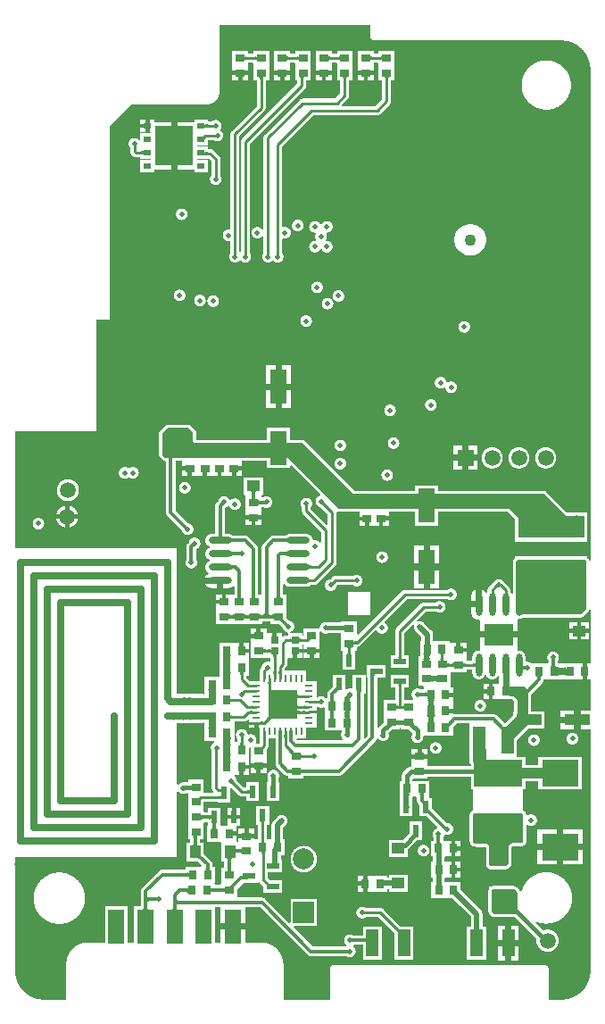
<source format=gtl>
G04*
G04 #@! TF.GenerationSoftware,Altium Limited,Altium Designer,21.2.1 (34)*
G04*
G04 Layer_Physical_Order=1*
G04 Layer_Color=255*
%FSTAX24Y24*%
%MOIN*%
G70*
G04*
G04 #@! TF.SameCoordinates,4AC015DC-E3C4-4AC6-9BA4-5EE9E9B64A6E*
G04*
G04*
G04 #@! TF.FilePolarity,Positive*
G04*
G01*
G75*
%ADD16C,0.0100*%
%ADD23R,0.0600X0.1260*%
%ADD24R,0.1378X0.0984*%
%ADD25R,0.0354X0.0315*%
%ADD26R,0.1811X0.0984*%
%ADD27R,0.0472X0.0984*%
%ADD28R,0.0472X0.1024*%
%ADD29R,0.2480X0.0846*%
%ADD30R,0.1063X0.0827*%
%ADD31O,0.0236X0.0846*%
%ADD32R,0.0280X0.0201*%
%ADD33R,0.0110X0.0315*%
%ADD34R,0.0315X0.0110*%
%ADD35O,0.0866X0.0236*%
%ADD36R,0.0295X0.0276*%
%ADD39R,0.0472X0.0394*%
%ADD41R,0.0453X0.0236*%
%ADD43R,0.0315X0.0354*%
%ADD44R,0.0236X0.0453*%
%ADD45R,0.0394X0.0472*%
%ADD76C,0.0591*%
%ADD77R,0.1417X0.1457*%
%ADD78R,0.1063X0.1063*%
%ADD79R,0.0622X0.1260*%
%ADD80R,0.0945X0.0394*%
%ADD81C,0.0394*%
%ADD82C,0.0118*%
%ADD83C,0.0236*%
%ADD84C,0.0157*%
%ADD85C,0.0197*%
%ADD86C,0.0256*%
%ADD87C,0.0394*%
%ADD88C,0.0433*%
%ADD89C,0.0787*%
%ADD90R,0.0787X0.0787*%
%ADD91R,0.0591X0.0591*%
%ADD92C,0.0197*%
G36*
X05489Y100899D02*
X054939Y100899D01*
X05494Y100899D01*
Y100899D01*
X054984Y100885D01*
X054985Y100884D01*
X054988Y100881D01*
X054992Y100878D01*
X054995Y100874D01*
X054997Y100871D01*
X055Y100867D01*
X055002Y100864D01*
X055005Y10086D01*
X055007Y100856D01*
X055008Y100852D01*
X05501Y100848D01*
X055011Y100843D01*
X055012Y100839D01*
X055013Y100834D01*
X055013Y10083D01*
X055013Y100826D01*
X055013Y100825D01*
Y100432D01*
X055013Y100429D01*
X055013Y100423D01*
X055014Y100417D01*
X055014Y100411D01*
X055015Y100405D01*
X055017Y100399D01*
X055018Y100393D01*
X05502Y100387D01*
X055022Y100382D01*
X055025Y100376D01*
X055028Y100371D01*
X05503Y100365D01*
X055034Y10036D01*
X055037Y100355D01*
X055041Y100351D01*
X055045Y100346D01*
X055049Y100342D01*
X055053Y100337D01*
X055058Y100333D01*
X055063Y10033D01*
X055068Y100326D01*
X055073Y100323D01*
X055078Y10032D01*
X055083Y100317D01*
X055089Y100315D01*
X055095Y100313D01*
X0551Y100311D01*
X055106Y100309D01*
X055112Y100308D01*
X055118Y100307D01*
X055124Y100306D01*
X05513Y100306D01*
X055136Y100306D01*
X062086Y100305D01*
X062136Y100305D01*
X062186Y100304D01*
X062191Y100304D01*
X062209Y100303D01*
X062227Y100302D01*
X062245Y1003D01*
X062263Y100298D01*
X062281Y100296D01*
X062299Y100293D01*
X062317Y10029D01*
X062335Y100287D01*
X062353Y100284D01*
X062371Y10028D01*
X062388Y100276D01*
X062406Y100272D01*
X062424Y100267D01*
X062441Y100262D01*
X062458Y100257D01*
X062476Y100251D01*
X062493Y100245D01*
X06251Y100239D01*
X062527Y100233D01*
X062544Y100226D01*
X062561Y100219D01*
X062577Y100212D01*
X062594Y100204D01*
X06261Y100197D01*
X062627Y100189D01*
X062643Y10018D01*
X062659Y100172D01*
X062675Y100163D01*
X06269Y100154D01*
X062706Y100144D01*
X062721Y100135D01*
X062736Y100125D01*
X062752Y100115D01*
X062766Y100104D01*
X062781Y100094D01*
X062796Y100083D01*
X06281Y100072D01*
X062824Y10006D01*
X062838Y100049D01*
X062852Y100037D01*
X062865Y100025D01*
X062879Y100012D01*
X062892Y1D01*
X062905Y099987D01*
X062918Y099974D01*
X06293Y099961D01*
X062943Y099948D01*
X062955Y099934D01*
X062966Y09992D01*
X062978Y099906D01*
X062989Y099892D01*
X063001Y099878D01*
X063011Y099863D01*
X063022Y099849D01*
X063033Y099834D01*
X063043Y099819D01*
X063053Y099803D01*
X063062Y099788D01*
X063072Y099772D01*
X063081Y099757D01*
X06309Y099741D01*
X063098Y099725D01*
X063107Y099709D01*
X063115Y099692D01*
X063122Y099676D01*
X06313Y099659D01*
X063137Y099643D01*
X063144Y099626D01*
X063151Y099609D01*
X063157Y099592D01*
X063163Y099575D01*
X063169Y099558D01*
X063175Y099541D01*
X06318Y099523D01*
X063185Y099506D01*
X063189Y099488D01*
X063194Y09947D01*
X063198Y099453D01*
X063202Y099435D01*
X063205Y099417D01*
X063208Y099399D01*
X063211Y099381D01*
X063214Y099363D01*
X063216Y099345D01*
X063218Y099327D01*
X06322Y099309D01*
X063221Y099291D01*
X063222Y099273D01*
X063222Y099268D01*
X063223Y099218D01*
X063223Y099218D01*
X063223Y099218D01*
Y080889D01*
X063173Y080887D01*
X063173Y08089D01*
X063172Y080896D01*
X063171Y080902D01*
X06317Y080907D01*
X063169Y080913D01*
X063167Y080919D01*
X063165Y080924D01*
X063162Y080929D01*
X06316Y080934D01*
X063157Y080939D01*
X063154Y080944D01*
X06315Y080949D01*
X063147Y080954D01*
X063143Y080958D01*
X063139Y080962D01*
X063112Y080989D01*
Y081045D01*
X063025D01*
X063023Y081045D01*
X063017Y081046D01*
X063012Y081046D01*
X063006Y081047D01*
X060519D01*
X060519Y081047D01*
X060513Y081046D01*
X060507Y081046D01*
X060502Y081045D01*
X0605Y081045D01*
X060396D01*
Y080972D01*
X060354Y080931D01*
X06035Y080927D01*
X060346Y080922D01*
X060343Y080918D01*
X06034Y080913D01*
X060336Y080908D01*
X060334Y080903D01*
X060331Y080898D01*
X060329Y080892D01*
X060327Y080887D01*
X060325Y080882D01*
X060323Y080876D01*
X060322Y08087D01*
X060321Y080865D01*
X06032Y080859D01*
X06032Y080853D01*
X06032Y080847D01*
Y079661D01*
X060271Y079647D01*
X060268Y079655D01*
X060264Y079663D01*
X060261Y07967D01*
X060256Y079678D01*
X060252Y079685D01*
X060247Y079692D01*
X060242Y079699D01*
X060237Y079705D01*
X060232Y079712D01*
X060226Y079718D01*
X060221Y079723D01*
Y079794D01*
X060221Y079801D01*
X060221Y079808D01*
X06022Y079815D01*
X060219Y079822D01*
X060218Y079829D01*
X060216Y079836D01*
X060214Y079842D01*
X060212Y079849D01*
X06021Y079855D01*
X060208Y079859D01*
X060207Y079862D01*
X060204Y079868D01*
X060201Y079874D01*
X060198Y07988D01*
X060194Y079886D01*
X06019Y079892D01*
X060186Y079898D01*
X060181Y079903D01*
X060177Y079908D01*
X060172Y079913D01*
X059998Y080088D01*
X059993Y080092D01*
X059987Y080097D01*
X059982Y080101D01*
X059976Y080106D01*
X059971Y080109D01*
X059965Y080113D01*
X059959Y080116D01*
X059954Y080122D01*
X059948Y080127D01*
X059942Y080133D01*
X059936Y080138D01*
X059929Y080143D01*
X059923Y080148D01*
X059916Y080152D01*
X059909Y080156D01*
X059902Y08016D01*
X059895Y080164D01*
X059887Y080167D01*
X05988Y08017D01*
X059872Y080173D01*
X059865Y080176D01*
X059857Y080178D01*
X059849Y08018D01*
X059841Y080182D01*
X059833Y080183D01*
X059825Y080184D01*
X059817Y080185D01*
X059809Y080185D01*
X059801Y080185D01*
X059793Y080185D01*
X059785Y080185D01*
X059777Y080184D01*
X059769Y080183D01*
X059761Y080182D01*
X059753Y08018D01*
X059745Y080178D01*
X059737Y080176D01*
X059729Y080173D01*
X059722Y08017D01*
X059714Y080167D01*
X059707Y080164D01*
X0597Y08016D01*
X059693Y080156D01*
X059686Y080152D01*
X059679Y080148D01*
X059672Y080143D01*
X059666Y080138D01*
X05966Y080133D01*
X059654Y080127D01*
X059648Y080122D01*
X059642Y080116D01*
X059637Y080113D01*
X059631Y080109D01*
X059625Y080106D01*
X05962Y080101D01*
X059614Y080097D01*
X059609Y080092D01*
X059604Y080088D01*
X059434Y079918D01*
X059429Y079913D01*
X059425Y079908D01*
X05942Y079902D01*
X059416Y079897D01*
X059412Y079891D01*
X059409Y079885D01*
X059405Y079879D01*
X059402Y079873D01*
X059399Y079866D01*
X059397Y07986D01*
X059394Y079853D01*
X059392Y079847D01*
X05939Y07984D01*
X059389Y079833D01*
X059387Y079827D01*
X059386Y07982D01*
X059386Y079813D01*
X059385Y079806D01*
X059385Y079799D01*
Y079723D01*
X05938Y079718D01*
X059375Y079712D01*
X059369Y079705D01*
X059364Y079699D01*
X059359Y079692D01*
X059354Y079685D01*
X059353Y079683D01*
X059333Y079678D01*
X059318Y079679D01*
X059298Y079684D01*
X059297Y079685D01*
X059296Y079687D01*
X059292Y079695D01*
X059287Y079703D01*
X059282Y07971D01*
X059277Y079718D01*
X059272Y079725D01*
X059266Y079732D01*
X05926Y079739D01*
X059254Y079745D01*
X059248Y079752D01*
X059242Y079758D01*
X059235Y079764D01*
X059228Y07977D01*
X059221Y079776D01*
X059214Y079781D01*
X059206Y079786D01*
X059199Y079791D01*
X059191Y079796D01*
X059183Y0798D01*
X059175Y079804D01*
X059171Y079806D01*
Y079252D01*
X059053D01*
Y079134D01*
X058778D01*
Y078947D01*
X058778Y078938D01*
X058778Y078929D01*
X058779Y07892D01*
X05878Y078911D01*
X058781Y078902D01*
X058783Y078893D01*
X058785Y078884D01*
X058787Y078876D01*
X058789Y078867D01*
X058792Y078858D01*
X058795Y07885D01*
X058798Y078841D01*
X058802Y078833D01*
X058806Y078825D01*
X05881Y078817D01*
X058814Y078809D01*
X058819Y078801D01*
X058824Y078794D01*
X058829Y078786D01*
X058834Y078779D01*
X05884Y078772D01*
X058846Y078765D01*
X058852Y078758D01*
X058858Y078752D01*
X058865Y078746D01*
X058871Y07874D01*
X058878Y078734D01*
X058885Y078728D01*
X058893Y078723D01*
X0589Y078718D01*
X058908Y078713D01*
X058915Y078708D01*
X058923Y078704D01*
X058931Y0787D01*
X058939Y078696D01*
X058948Y078692D01*
X058956Y078689D01*
X058965Y078686D01*
X058973Y078683D01*
X058982Y078681D01*
X058991Y078678D01*
X058999Y078677D01*
X059008Y078675D01*
X059017Y078674D01*
X059026Y078673D01*
X059035Y078672D01*
X059044Y078671D01*
X059053Y078671D01*
X059062Y078671D01*
X059064Y078671D01*
X059077Y078667D01*
X059104Y078646D01*
X059108Y078642D01*
X059111Y078636D01*
X059114Y078627D01*
Y078238D01*
X060492D01*
Y078667D01*
X060492Y078668D01*
X060497Y078678D01*
X0605Y078683D01*
X060506Y078689D01*
X060534Y078711D01*
X060536Y078711D01*
X060545Y078711D01*
X060553Y078711D01*
X060562Y078711D01*
X06057Y078711D01*
X060578Y078712D01*
X060587Y078713D01*
X060595Y078714D01*
X060603Y078716D01*
X060612Y078718D01*
X06062Y07872D01*
X060628Y078723D01*
X060636Y078725D01*
X060644Y078729D01*
X060651Y078732D01*
X060659Y078736D01*
X060666Y078739D01*
X060674Y078744D01*
X060681Y078748D01*
X060688Y078753D01*
X060695Y078758D01*
X0607Y078762D01*
X062877D01*
X062877Y078762D01*
X062883Y078762D01*
X062888Y078762D01*
X062894Y078763D01*
X0629Y078764D01*
X062905Y078765D01*
X062911Y078767D01*
X062917Y078769D01*
X062922Y078771D01*
X062927Y078773D01*
X062932Y078776D01*
X062938Y078779D01*
X062942Y078782D01*
X062947Y078785D01*
X062952Y078789D01*
X062956Y078792D01*
X06296Y078796D01*
X063139Y078975D01*
X063143Y078979D01*
X063147Y078984D01*
X06315Y078988D01*
X063154Y078993D01*
X063157Y078998D01*
X06316Y079003D01*
X063162Y079008D01*
X063165Y079013D01*
X063167Y079019D01*
X063169Y079024D01*
X06317Y07903D01*
X063171Y079036D01*
X063172Y079041D01*
X063173Y079047D01*
X063173Y07905D01*
X063223Y079048D01*
Y07705D01*
X063088D01*
Y076754D01*
Y076459D01*
X063223D01*
Y075298D01*
X062854D01*
Y074944D01*
Y074589D01*
X063223D01*
Y06557D01*
X063223Y06557D01*
X063222Y065521D01*
X063222Y065516D01*
X063221Y065498D01*
X06322Y06548D01*
X063218Y065462D01*
X063216Y065444D01*
X063214Y065427D01*
X063211Y065409D01*
X063208Y065391D01*
X063205Y065373D01*
X063202Y065356D01*
X063198Y065338D01*
X063194Y06532D01*
X06319Y065303D01*
X063185Y065286D01*
X06318Y065268D01*
X063175Y065251D01*
X06317Y065234D01*
X063164Y065217D01*
X063158Y0652D01*
X063151Y065183D01*
X063145Y065166D01*
X063138Y06515D01*
X063131Y065133D01*
X063123Y065117D01*
X063116Y065101D01*
X063108Y065084D01*
X063099Y065068D01*
X063091Y065053D01*
X063082Y065037D01*
X063073Y065021D01*
X063064Y065006D01*
X063054Y064991D01*
X063044Y064976D01*
X063034Y064961D01*
X063024Y064946D01*
X063013Y064931D01*
X063003Y064917D01*
X062992Y064903D01*
X06298Y064889D01*
X062969Y064875D01*
X062957Y064861D01*
X062945Y064848D01*
X062933Y064834D01*
X062921Y064821D01*
X062908Y064809D01*
X062895Y064796D01*
X062882Y064784D01*
X062869Y064771D01*
X062855Y064759D01*
X062842Y064748D01*
X062828Y064736D01*
X062814Y064725D01*
X0628Y064714D01*
X062785Y064703D01*
X062771Y064693D01*
X062756Y064682D01*
X062741Y064672D01*
X062726Y064662D01*
X062711Y064653D01*
X062695Y064644D01*
X06268Y064634D01*
X062664Y064626D01*
X062648Y064617D01*
X062632Y064609D01*
X062616Y064601D01*
X0626Y064593D01*
X062583Y064586D01*
X062567Y064579D01*
X06255Y064572D01*
X062533Y064565D01*
X062517Y064559D01*
X0625Y064553D01*
X062483Y064547D01*
X062466Y064542D01*
X062448Y064536D01*
X062431Y064531D01*
X062414Y064527D01*
X062396Y064523D01*
X062379Y064518D01*
X062361Y064515D01*
X062343Y064511D01*
X062326Y064508D01*
X062308Y064505D01*
X06229Y064503D01*
X062272Y064501D01*
X062254Y064499D01*
X062236Y064497D01*
X062218Y064496D01*
X0622Y064495D01*
X062182Y064494D01*
X062164Y064493D01*
X062148Y064493D01*
X062146Y064493D01*
X061657D01*
Y06565D01*
X061657Y065656D01*
X061657Y065662D01*
X061656Y065668D01*
X061655Y065674D01*
X061654Y06568D01*
X061652Y065686D01*
X06165Y065692D01*
X061648Y065697D01*
X061645Y065703D01*
X061643Y065708D01*
X06164Y065713D01*
X061637Y065718D01*
X061633Y065723D01*
X061629Y065728D01*
X061625Y065733D01*
X061621Y065737D01*
X061617Y065741D01*
X061612Y065745D01*
X061608Y065749D01*
X061603Y065752D01*
X061597Y065756D01*
X061592Y065759D01*
X061587Y065761D01*
X061581Y065764D01*
X061576Y065766D01*
X06157Y065768D01*
X061564Y06577D01*
X061558Y065771D01*
X061552Y065772D01*
X061546Y065773D01*
X06154Y065773D01*
X061534Y065773D01*
X053624D01*
X053618Y065773D01*
X053612Y065773D01*
X053606Y065772D01*
X0536Y065771D01*
X053594Y06577D01*
X053588Y065768D01*
X053583Y065766D01*
X053577Y065764D01*
X053572Y065761D01*
X053566Y065759D01*
X053561Y065756D01*
X053556Y065752D01*
X053551Y065749D01*
X053546Y065745D01*
X053541Y065741D01*
X053537Y065737D01*
X053533Y065733D01*
X053529Y065728D01*
X053525Y065723D01*
X053522Y065718D01*
X053519Y065713D01*
X053516Y065708D01*
X053513Y065703D01*
X05351Y065697D01*
X053508Y065692D01*
X053506Y065686D01*
X053505Y06568D01*
X053503Y065674D01*
X053502Y065668D01*
X053502Y065662D01*
X053501Y065656D01*
X053501Y06565D01*
Y064493D01*
X051753D01*
Y065808D01*
X051753Y065808D01*
X051753Y065809D01*
X051753D01*
X051753Y06581D01*
X051753Y065821D01*
X051753Y065836D01*
X051752Y065852D01*
X051751Y065868D01*
X051749Y065884D01*
X051748Y065899D01*
X051746Y065915D01*
X051744Y06593D01*
X051741Y065946D01*
X051738Y065961D01*
X051735Y065977D01*
X051732Y065992D01*
X051728Y066008D01*
X051724Y066023D01*
X051719Y066038D01*
X051715Y066053D01*
X05171Y066068D01*
X051705Y066083D01*
X051699Y066098D01*
X051694Y066112D01*
X051688Y066127D01*
X051681Y066141D01*
X051675Y066156D01*
X051668Y06617D01*
X051661Y066184D01*
X051653Y066198D01*
X051646Y066211D01*
X051638Y066225D01*
X05163Y066239D01*
X051621Y066252D01*
X051612Y066265D01*
X051603Y066278D01*
X051594Y066291D01*
X051585Y066303D01*
X051575Y066316D01*
X051565Y066328D01*
X051555Y06634D01*
X051545Y066352D01*
X051534Y066364D01*
X051523Y066375D01*
X051512Y066386D01*
X051501Y066397D01*
X05149Y066408D01*
X051478Y066419D01*
X051466Y066429D01*
X051454Y066439D01*
X051442Y066449D01*
X051429Y066459D01*
X051417Y066468D01*
X051404Y066477D01*
X051391Y066486D01*
X051378Y066495D01*
X051365Y066503D01*
X051351Y066512D01*
X051338Y06652D01*
X051324Y066527D01*
X05131Y066535D01*
X051296Y066542D01*
X051282Y066549D01*
X051267Y066555D01*
X051253Y066561D01*
X051238Y066567D01*
X051224Y066573D01*
X051209Y066579D01*
X051194Y066584D01*
X051179Y066589D01*
X051164Y066593D01*
X051149Y066598D01*
X051134Y066602D01*
X051118Y066605D01*
X051103Y066609D01*
X051088Y066612D01*
X051072Y066615D01*
X051057Y066617D01*
X051041Y06662D01*
X051025Y066622D01*
X05101Y066623D01*
X050994Y066625D01*
X050978Y066626D01*
X050962Y066626D01*
X050947Y066627D01*
X050931Y066627D01*
X050931Y066627D01*
X050333D01*
Y067112D01*
X049418D01*
Y066627D01*
X049203D01*
Y067946D01*
X049418D01*
Y067348D01*
X050333D01*
Y067946D01*
X050886D01*
X05266Y066171D01*
X052665Y066166D01*
X052671Y066162D01*
X052677Y066157D01*
X052682Y066153D01*
X052689Y066148D01*
X052695Y066145D01*
X052701Y066141D01*
X052708Y066138D01*
X052714Y066135D01*
X052721Y066132D01*
X052728Y066129D01*
X052735Y066127D01*
X052742Y066125D01*
X052749Y066123D01*
X052756Y066122D01*
X052764Y066121D01*
X052771Y06612D01*
X052778Y06612D01*
X052785Y06612D01*
X054115D01*
X054117Y066118D01*
X054124Y066113D01*
X054131Y066109D01*
X054138Y066105D01*
X054145Y066102D01*
X054153Y066098D01*
X05416Y066095D01*
X054168Y066092D01*
X054176Y06609D01*
X054183Y066088D01*
X054191Y066086D01*
X054199Y066084D01*
X054207Y066083D01*
X054215Y066082D01*
X054223Y066081D01*
X054231Y06608D01*
X054239Y06608D01*
X054247Y06608D01*
X054256Y066081D01*
X054264Y066082D01*
X054272Y066083D01*
X05428Y066084D01*
X054288Y066086D01*
X054295Y066088D01*
X054303Y06609D01*
X054311Y066092D01*
X054318Y066095D01*
X054326Y066098D01*
X054333Y066102D01*
X054341Y066105D01*
X054348Y066109D01*
X054355Y066113D01*
X054361Y066118D01*
X054368Y066123D01*
X054374Y066127D01*
X054381Y066133D01*
X054387Y066138D01*
X054393Y066144D01*
X054398Y066149D01*
X054404Y066156D01*
X054409Y066162D01*
X054414Y066168D01*
X054418Y066175D01*
X054423Y066182D01*
X054427Y066189D01*
X054431Y066196D01*
X054434Y066203D01*
X054438Y06621D01*
X054441Y066218D01*
X054444Y066225D01*
X054446Y066233D01*
X054449Y066241D01*
X054451Y066249D01*
X054452Y066257D01*
X054454Y066265D01*
X054455Y066273D01*
X054455Y066281D01*
X054456Y066289D01*
X054456Y066297D01*
X054456Y066305D01*
X054455Y066313D01*
X054455Y066321D01*
X054454Y066329D01*
X054452Y066337D01*
X054451Y066345D01*
X054449Y066353D01*
X054446Y066361D01*
X054444Y066368D01*
X054441Y066376D01*
X054438Y066383D01*
X054434Y066391D01*
X054431Y066398D01*
X054427Y066405D01*
X054423Y066412D01*
X054418Y066419D01*
X054414Y066425D01*
X054409Y066432D01*
X054404Y066438D01*
X054398Y066444D01*
X054393Y06645D01*
X054387Y066456D01*
X054381Y066461D01*
X054375Y066465D01*
X054374Y06648D01*
X054374Y066506D01*
X054376Y066517D01*
X054377Y06652D01*
X054394Y066537D01*
X054729D01*
X054729Y066537D01*
Y06599D01*
X055438D01*
Y06721D01*
X054729D01*
Y066891D01*
X054729Y066891D01*
X054364D01*
X054361Y066893D01*
X054355Y066898D01*
X054348Y066902D01*
X054341Y066906D01*
X054333Y066909D01*
X054326Y066913D01*
X054318Y066916D01*
X054311Y066919D01*
X054303Y066921D01*
X054295Y066923D01*
X054288Y066925D01*
X05428Y066927D01*
X054272Y066928D01*
X054264Y066929D01*
X054256Y06693D01*
X054247Y066931D01*
X054239Y066931D01*
X054231Y066931D01*
X054223Y06693D01*
X054215Y066929D01*
X054207Y066928D01*
X054199Y066927D01*
X054191Y066925D01*
X054183Y066923D01*
X054176Y066921D01*
X054168Y066919D01*
X05416Y066916D01*
X054153Y066913D01*
X054145Y066909D01*
X054138Y066906D01*
X054131Y066902D01*
X054124Y066898D01*
X054117Y066893D01*
X054111Y066888D01*
X054104Y066884D01*
X054098Y066878D01*
X054092Y066873D01*
X054086Y066867D01*
X054081Y066861D01*
X054075Y066855D01*
X05407Y066849D01*
X054065Y066843D01*
X05406Y066836D01*
X054056Y066829D01*
X054052Y066822D01*
X054048Y066815D01*
X054044Y066808D01*
X054041Y066801D01*
X054038Y066793D01*
X054035Y066786D01*
X054032Y066778D01*
X05403Y06677D01*
X054028Y066762D01*
X054027Y066754D01*
X054025Y066746D01*
X054024Y066738D01*
X054023Y06673D01*
X054023Y066722D01*
X054023Y066714D01*
X054023Y066706D01*
X054023Y066698D01*
X054024Y06669D01*
X054025Y066682D01*
X054027Y066674D01*
X054028Y066666D01*
X05403Y066658D01*
X054032Y06665D01*
X054035Y066643D01*
X054038Y066635D01*
X054041Y066628D01*
X054044Y06662D01*
X054048Y066613D01*
X054052Y066606D01*
X054056Y066599D01*
X05406Y066592D01*
X054065Y066586D01*
X05407Y066579D01*
X054075Y066573D01*
X054081Y066567D01*
X054086Y066561D01*
X054092Y066555D01*
X054098Y06655D01*
X054103Y066546D01*
X054105Y066531D01*
X054105Y066505D01*
X054103Y066494D01*
X054102Y066491D01*
X054085Y066474D01*
X052859D01*
X052134Y067199D01*
X052153Y067245D01*
X053011D01*
Y068233D01*
X052024D01*
Y067374D01*
X051978Y067355D01*
X051084Y068249D01*
X051079Y068254D01*
X051073Y068259D01*
X051068Y068263D01*
X051062Y068268D01*
X051056Y068272D01*
X05105Y068276D01*
X051043Y068279D01*
X051037Y068282D01*
X05103Y068286D01*
X051023Y068288D01*
X051016Y068291D01*
X051009Y068293D01*
X051002Y068295D01*
X050995Y068297D01*
X050988Y068298D01*
X050981Y068299D01*
X050974Y0683D01*
X050966Y0683D01*
X050959Y068301D01*
X050064D01*
X050022Y06832D01*
Y068627D01*
X05026Y068865D01*
X050415D01*
X050417Y068865D01*
X050813D01*
X050819Y068865D01*
X050838Y06887D01*
X050864Y068871D01*
X050869Y068871D01*
X050872Y068866D01*
X050876Y068861D01*
X050881Y068855D01*
X050886Y06885D01*
X051015Y068721D01*
Y068491D01*
X051704D01*
Y068963D01*
X051293D01*
X051292Y068963D01*
X051249D01*
X051173Y069039D01*
Y069239D01*
X051704D01*
Y069711D01*
X051658D01*
Y069897D01*
X051803D01*
Y070488D01*
X051744D01*
Y070914D01*
X051845Y071015D01*
X05185Y071021D01*
X051856Y071027D01*
X051861Y071033D01*
X051866Y07104D01*
X051871Y071047D01*
X051875Y071053D01*
X051879Y07106D01*
X051883Y071067D01*
X051887Y071075D01*
X05189Y071082D01*
X051893Y071089D01*
X051896Y071097D01*
X051899Y071105D01*
X051901Y071112D01*
X051903Y07112D01*
X051905Y071128D01*
X051906Y071136D01*
X051907Y071144D01*
X051908Y071152D01*
X051908Y07116D01*
X051908Y071168D01*
X051908Y071177D01*
X051908Y071185D01*
X051907Y071193D01*
X051906Y071201D01*
X051905Y071209D01*
X051903Y071217D01*
X051901Y071225D01*
X051899Y071232D01*
X051896Y07124D01*
X051893Y071248D01*
X05189Y071255D01*
X051887Y071262D01*
X051883Y07127D01*
X051879Y071277D01*
X051875Y071284D01*
X051871Y07129D01*
X051866Y071297D01*
X051861Y071304D01*
X051856Y07131D01*
X05185Y071316D01*
X051845Y071322D01*
X051839Y071327D01*
X051833Y071333D01*
X051827Y071338D01*
X05182Y071343D01*
X051814Y071347D01*
X051807Y071352D01*
X0518Y071356D01*
X051793Y07136D01*
X051786Y071364D01*
X051778Y071367D01*
X051771Y07137D01*
X051763Y071373D01*
X051756Y071375D01*
X051748Y071378D01*
X05174Y07138D01*
X051732Y071381D01*
X051724Y071383D01*
X051716Y071384D01*
X051708Y071384D01*
X0517Y071385D01*
X051692Y071385D01*
X051684Y071385D01*
X051676Y071384D01*
X051667Y071384D01*
X051659Y071383D01*
X051651Y071381D01*
X051644Y07138D01*
X051636Y071378D01*
X051628Y071375D01*
X05162Y071373D01*
X051613Y07137D01*
X051605Y071367D01*
X051598Y071364D01*
X051591Y07136D01*
X051583Y071356D01*
X051577Y071352D01*
X05157Y071347D01*
X051563Y071343D01*
X051557Y071338D01*
X05155Y071333D01*
X051544Y071327D01*
X051539Y071322D01*
X051374Y071157D01*
X051368Y071151D01*
X051363Y071145D01*
X051358Y071139D01*
X051353Y071133D01*
X051348Y071126D01*
X051344Y071119D01*
X05134Y071112D01*
X051336Y071105D01*
X051332Y071098D01*
X051329Y071091D01*
X051326Y071083D01*
X051323Y071075D01*
X05132Y071068D01*
X051318Y07106D01*
X051316Y071052D01*
X051314Y071044D01*
X051313Y071036D01*
X051312Y071028D01*
X051311Y07102D01*
X051311Y071012D01*
X051311Y071004D01*
Y070523D01*
X051275Y070488D01*
X051252D01*
Y070488D01*
X051252D01*
Y070488D01*
X051149D01*
Y071031D01*
X051222D01*
Y07172D01*
X05075D01*
Y071031D01*
X050813D01*
Y070523D01*
X050777Y070488D01*
X0507Y070488D01*
X050675Y070518D01*
X050079D01*
Y070408D01*
X050076Y070391D01*
X050047Y070383D01*
X050023Y070399D01*
X050002Y070419D01*
Y070612D01*
X049727D01*
Y070769D01*
X050002D01*
Y070974D01*
X050144D01*
Y07124D01*
X049672D01*
Y070986D01*
X049432Y070986D01*
X049396Y071021D01*
Y071663D01*
X048924D01*
Y071478D01*
X048924Y071478D01*
X048836D01*
X048786Y071528D01*
Y071576D01*
X048786Y071626D01*
Y071874D01*
X049298D01*
Y07186D01*
X04977D01*
Y072369D01*
X04982Y07239D01*
X050068Y072143D01*
X050073Y072138D01*
X050078Y072133D01*
X050084Y072129D01*
X050089Y072125D01*
X050095Y072121D01*
X050101Y072117D01*
X050107Y072114D01*
X050113Y07211D01*
X050119Y072107D01*
X050126Y072105D01*
X050132Y072102D01*
X050139Y0721D01*
X050146Y072098D01*
X050153Y072097D01*
X050159Y072096D01*
X050166Y072095D01*
X050173Y072094D01*
X05018Y072093D01*
X050187Y072093D01*
X050376D01*
Y071917D01*
X050848D01*
Y072606D01*
X050376D01*
Y07243D01*
X050257D01*
X050009Y072677D01*
X050009Y072679D01*
X050008Y072687D01*
X050007Y072695D01*
X050005Y072703D01*
X050003Y072711D01*
X050001Y072718D01*
X049998Y072726D01*
X049995Y072734D01*
X049992Y072741D01*
X049989Y072749D01*
X049985Y072756D01*
X049981Y072763D01*
X049977Y07277D01*
X049973Y072777D01*
X049968Y072783D01*
X049963Y07279D01*
X049958Y072796D01*
X049953Y072802D01*
X049947Y072808D01*
X049941Y072813D01*
X049939Y072855D01*
X04994Y07286D01*
X049942Y072866D01*
X049946Y072874D01*
X049955Y072884D01*
X050118D01*
Y073179D01*
X050197D01*
Y073258D01*
X050472D01*
Y073474D01*
X050472Y073474D01*
Y073524D01*
X050472Y073524D01*
Y073896D01*
X050522Y073925D01*
X050523Y073925D01*
X050532Y07392D01*
Y073554D01*
X050532Y073504D01*
X050532Y073454D01*
Y073307D01*
X051122D01*
Y073454D01*
X051122Y073504D01*
X051122Y073554D01*
Y073837D01*
X051162Y073877D01*
X051167Y073882D01*
X051172Y073887D01*
X051176Y073893D01*
X05118Y073898D01*
X051184Y073904D01*
X051188Y07391D01*
X051191Y073916D01*
X051194Y073922D01*
X051197Y073928D01*
X051198Y073931D01*
X0512Y073935D01*
X051202Y073941D01*
X051204Y073948D01*
X051206Y073955D01*
X051208Y073961D01*
X051209Y073968D01*
X05121Y073975D01*
X051211Y073982D01*
X051211Y073989D01*
X051211Y073996D01*
Y074252D01*
X051456D01*
Y07331D01*
X051457Y073303D01*
X051457Y073295D01*
X051458Y073288D01*
X051459Y073281D01*
X05146Y073274D01*
X051462Y073267D01*
X051464Y07326D01*
X051466Y073253D01*
X051469Y073246D01*
X051471Y073239D01*
X051474Y073232D01*
X051478Y073226D01*
X051481Y073219D01*
X051485Y073213D01*
X051489Y073207D01*
X051494Y073201D01*
X051498Y073196D01*
X051503Y07319D01*
X051508Y073185D01*
X051794Y072899D01*
X051799Y072894D01*
X051805Y072889D01*
X05181Y072885D01*
X051816Y07288D01*
X051822Y072876D01*
X051829Y072872D01*
X051835Y072869D01*
X051842Y072865D01*
X051848Y072862D01*
X051855Y072859D01*
X051862Y072857D01*
X051869Y072855D01*
X051876Y072853D01*
X051883Y072851D01*
X05189Y07285D01*
X051897Y072849D01*
X051905Y072848D01*
X051912Y072847D01*
X051919Y072847D01*
X051929D01*
X051929Y072847D01*
Y072746D01*
X052519D01*
Y072844D01*
X05252Y072844D01*
X053825D01*
X053832Y072845D01*
X053839Y072845D01*
X053846Y072846D01*
X053854Y072847D01*
X053861Y072848D01*
X053868Y07285D01*
X053875Y072852D01*
X053882Y072854D01*
X053889Y072857D01*
X053896Y072859D01*
X053902Y072862D01*
X053909Y072866D01*
X053915Y072869D01*
X053921Y072873D01*
X053927Y072877D01*
X053933Y072882D01*
X053939Y072886D01*
X053945Y072891D01*
X05395Y072896D01*
X055209Y074155D01*
X055214Y074161D01*
X055219Y074166D01*
X055223Y074172D01*
X055228Y074178D01*
X055232Y074184D01*
X055236Y07419D01*
X055239Y074196D01*
X055243Y074203D01*
X055246Y074209D01*
X055249Y074216D01*
X055251Y074223D01*
X055252Y074228D01*
X055272Y074237D01*
X055279Y074239D01*
X055292Y074239D01*
X055299Y074238D01*
X055306Y074237D01*
X055307Y074236D01*
X055312Y07423D01*
X055317Y074223D01*
X055322Y074217D01*
X055328Y074211D01*
X055334Y074206D01*
X05534Y0742D01*
X055346Y074195D01*
X055353Y07419D01*
X055359Y074186D01*
X055366Y074181D01*
X055373Y074177D01*
X05538Y074173D01*
X055387Y074169D01*
X055395Y074166D01*
X055402Y074163D01*
X05541Y07416D01*
X055417Y074158D01*
X055425Y074155D01*
X055433Y074153D01*
X055441Y074152D01*
X055449Y07415D01*
X055457Y074149D01*
X055465Y074149D01*
X055473Y074148D01*
X055481Y074148D01*
X055489Y074148D01*
X055497Y074149D01*
X055505Y074149D01*
X055513Y07415D01*
X055521Y074152D01*
X055529Y074153D01*
X055537Y074155D01*
X055545Y074158D01*
X055553Y07416D01*
X05556Y074163D01*
X055568Y074166D01*
X055575Y074169D01*
X055582Y074173D01*
X055589Y074177D01*
X055596Y074181D01*
X055603Y074186D01*
X05561Y07419D01*
X055616Y074195D01*
X055622Y0742D01*
X055628Y074206D01*
X055634Y074211D01*
X05564Y074217D01*
X055645Y074223D01*
X05565Y07423D01*
X055655Y074236D01*
X05566Y074243D01*
X055664Y074249D01*
X055669Y074256D01*
X055673Y074263D01*
X055676Y074271D01*
X05568Y074278D01*
X055683Y074285D01*
X055686Y074293D01*
X055688Y074301D01*
X05569Y074309D01*
X055692Y074316D01*
X055694Y074324D01*
X055695Y074332D01*
X055696Y07434D01*
X055697Y074348D01*
X055698Y074356D01*
X055698Y074365D01*
X055698Y074373D01*
X055697Y074381D01*
X055696Y074389D01*
X055695Y074397D01*
X055694Y074405D01*
X055692Y074413D01*
X05569Y074421D01*
X055688Y074428D01*
X055686Y074436D01*
X055683Y074444D01*
X05568Y074451D01*
X055678Y074455D01*
Y074464D01*
X055799Y074585D01*
X056092D01*
Y074664D01*
X056151D01*
Y074585D01*
X056443D01*
X056563Y074465D01*
Y074373D01*
X056562Y074369D01*
X056559Y074362D01*
X056556Y074354D01*
X056553Y074346D01*
X056551Y074338D01*
X056549Y074331D01*
X056548Y074323D01*
X056546Y074315D01*
X056545Y074307D01*
X056544Y074299D01*
X056544Y074291D01*
X056544Y074282D01*
X056544Y074274D01*
X056544Y074266D01*
X056545Y074258D01*
X056546Y07425D01*
X056548Y074242D01*
X056549Y074234D01*
X056551Y074226D01*
X056553Y074219D01*
X056556Y074211D01*
X056559Y074203D01*
X056562Y074196D01*
X056565Y074188D01*
X056569Y074181D01*
X056573Y074174D01*
X056577Y074167D01*
X056581Y07416D01*
X056586Y074154D01*
X056591Y074147D01*
X056596Y074141D01*
X056602Y074135D01*
X056607Y074129D01*
X056613Y074124D01*
X056619Y074118D01*
X056625Y074113D01*
X056632Y074108D01*
X056638Y074103D01*
X056645Y074099D01*
X056652Y074095D01*
X056659Y074091D01*
X056666Y074087D01*
X056674Y074084D01*
X056681Y074081D01*
X056689Y074078D01*
X056697Y074075D01*
X056704Y074073D01*
X056712Y074071D01*
X05672Y07407D01*
X056728Y074068D01*
X056736Y074067D01*
X056744Y074066D01*
X056752Y074066D01*
X05676Y074066D01*
X056768Y074066D01*
X056777Y074066D01*
X056785Y074067D01*
X056793Y074068D01*
X056801Y07407D01*
X056809Y074071D01*
X056816Y074073D01*
X056824Y074075D01*
X056832Y074078D01*
X056839Y074081D01*
X056847Y074084D01*
X056854Y074087D01*
X056862Y074091D01*
X056869Y074095D01*
X056876Y074099D01*
X056882Y074103D01*
X056889Y074108D01*
X056895Y074113D01*
X056902Y074118D01*
X056908Y074124D01*
X056913Y074129D01*
X056919Y074135D01*
X056925Y074141D01*
X05693Y074147D01*
X056935Y074154D01*
X056939Y07416D01*
X056944Y074167D01*
X056948Y074174D01*
X056952Y074181D01*
X056955Y074188D01*
X056959Y074196D01*
X056962Y074203D01*
X056965Y074211D01*
X056967Y074219D01*
X05697Y074226D01*
X056972Y074234D01*
X056973Y074242D01*
X056975Y07425D01*
X056976Y074258D01*
X056976Y074266D01*
X056977Y074274D01*
X056977Y074282D01*
X056977Y074291D01*
X056976Y074299D01*
X056976Y074307D01*
X056975Y074308D01*
X056998Y074339D01*
X057002Y074343D01*
X057007Y074346D01*
X057018Y074351D01*
X057493D01*
X057543Y074351D01*
X057593Y074351D01*
X058094D01*
Y074671D01*
X058224Y074801D01*
X058706D01*
Y073548D01*
X058711D01*
Y073374D01*
X058711Y073374D01*
X058711Y073368D01*
X058711Y073362D01*
X058712Y073356D01*
X058713Y073351D01*
X058714Y073345D01*
X058716Y073339D01*
X058718Y073334D01*
X05872Y073328D01*
X058722Y073323D01*
X058725Y073318D01*
X058727Y073313D01*
X058731Y073308D01*
X058734Y073303D01*
X058737Y073299D01*
X058741Y073294D01*
X058745Y07329D01*
X058756Y073279D01*
Y073212D01*
X057176D01*
X05714Y073248D01*
X05714Y073291D01*
X05714Y073341D01*
Y073488D01*
X05655D01*
Y073341D01*
X05655Y073291D01*
X05655Y073199D01*
X056545Y073199D01*
X056521Y073198D01*
X05652Y073198D01*
X056516Y073198D01*
X056508Y073198D01*
X056501Y073197D01*
X056493Y073196D01*
X056485Y073194D01*
X056478Y073193D01*
X05647Y073191D01*
X056463Y073189D01*
X056456Y073186D01*
X056448Y073183D01*
X056441Y07318D01*
X056434Y073177D01*
X05643Y073175D01*
X056428Y073173D01*
X056421Y073169D01*
X056414Y073165D01*
X056408Y073161D01*
X056402Y073156D01*
X056396Y073151D01*
X05639Y073146D01*
X056385Y073141D01*
X056241Y072997D01*
X056236Y072992D01*
X056231Y072986D01*
X056226Y07298D01*
X056221Y072974D01*
X056217Y072968D01*
X056213Y072961D01*
X056209Y072954D01*
X056205Y072948D01*
X056202Y072941D01*
X056199Y072933D01*
X056196Y072926D01*
X056193Y072919D01*
X056191Y072912D01*
X056189Y072904D01*
X056187Y072897D01*
X056186Y072889D01*
X056185Y072881D01*
X056184Y072874D01*
X056184Y072866D01*
X056184Y072858D01*
Y072662D01*
X056102D01*
Y072071D01*
X056102Y072071D01*
X056098Y072023D01*
X056098Y072023D01*
X056098Y072023D01*
Y071334D01*
X056571D01*
Y071696D01*
X056571Y071698D01*
X056571Y0717D01*
Y072023D01*
X056571Y072023D01*
X056572Y072049D01*
X056588Y072071D01*
X056653Y072071D01*
X056702Y072071D01*
X056752Y072021D01*
Y071915D01*
X056752Y071907D01*
X056752Y0719D01*
X056753Y071893D01*
X056754Y071886D01*
X056755Y071878D01*
X056757Y071871D01*
X056759Y071864D01*
X056761Y071857D01*
X056764Y07185D01*
X056766Y071843D01*
X05677Y071837D01*
X056773Y07183D01*
X056777Y071824D01*
X05678Y071818D01*
X056785Y071812D01*
X056789Y071806D01*
X056794Y0718D01*
X056798Y071795D01*
X056803Y071789D01*
X056846Y071746D01*
Y071334D01*
X057103D01*
X057507Y07093D01*
X057508Y070926D01*
X057507Y070908D01*
X057506Y070903D01*
X057491Y070875D01*
X05749Y070875D01*
X057482Y070873D01*
X057475Y070871D01*
X057467Y070868D01*
X05746Y070865D01*
X057452Y070861D01*
X057445Y070858D01*
X057438Y070854D01*
X057431Y070849D01*
X057424Y070845D01*
X057418Y07084D01*
X057411Y070835D01*
X057405Y07083D01*
X057399Y070825D01*
X057393Y070819D01*
X057387Y070813D01*
X057382Y070807D01*
X057377Y070801D01*
X057372Y070795D01*
X057367Y070788D01*
X057363Y070781D01*
X057359Y070774D01*
X057355Y070767D01*
X057351Y07076D01*
X057348Y070753D01*
X057345Y070745D01*
X057342Y070738D01*
X057339Y07073D01*
X057337Y070722D01*
X057335Y070714D01*
X057333Y070706D01*
X057332Y070698D01*
X057331Y07069D01*
X05733Y070682D01*
X05733Y070674D01*
X05733Y070666D01*
X05733Y070658D01*
X05733Y07065D01*
X057331Y070642D01*
X057332Y070634D01*
X057333Y070626D01*
X057335Y070618D01*
X057337Y07061D01*
X057339Y070602D01*
X057342Y070595D01*
X057345Y070587D01*
X057348Y07058D01*
X057351Y070572D01*
X057355Y070565D01*
X057359Y070558D01*
X057363Y070551D01*
X057367Y070544D01*
X057372Y070538D01*
X057374Y070535D01*
Y070431D01*
X057374Y07043D01*
X057276D01*
Y06984D01*
X057338D01*
Y069649D01*
X05728D01*
Y069058D01*
X057338D01*
Y068867D01*
X057281D01*
Y068277D01*
X057783D01*
X057833Y068277D01*
X057883Y068277D01*
X058078D01*
X058299Y068056D01*
X058302Y068049D01*
X058306Y068042D01*
X058311Y068035D01*
X058316Y068029D01*
X05832Y068022D01*
X058326Y068016D01*
X058331Y06801D01*
X058337Y068004D01*
X058342Y067999D01*
X058348Y067993D01*
X058355Y067988D01*
X058361Y067983D01*
X058368Y067979D01*
X058375Y067974D01*
X058381Y06797D01*
X058388Y067966D01*
X058757Y067597D01*
Y06721D01*
X058619D01*
Y06599D01*
X059328D01*
Y06721D01*
X05919D01*
Y067687D01*
X05919Y067695D01*
X05919Y067703D01*
X059189Y067711D01*
X059188Y067719D01*
X059186Y067727D01*
X059185Y067735D01*
X059183Y067743D01*
X059181Y067751D01*
X059178Y067759D01*
X059175Y067766D01*
X059172Y067774D01*
X059169Y067781D01*
X059165Y067788D01*
X059161Y067795D01*
X059157Y067802D01*
X059153Y067809D01*
X059148Y067816D01*
X059143Y067822D01*
X059138Y067828D01*
X059132Y067834D01*
X059127Y06784D01*
X058384Y068583D01*
Y068867D01*
X057883D01*
X057833Y068867D01*
X057806D01*
X057771Y068903D01*
Y069023D01*
X057806Y069058D01*
X057831D01*
X057881Y069058D01*
X058028D01*
Y069354D01*
Y069649D01*
X057806Y069649D01*
X057771Y069684D01*
Y069804D01*
X057806Y06984D01*
X057827D01*
X057877Y06984D01*
X058024D01*
Y070135D01*
Y07043D01*
X057877D01*
X057827Y07043D01*
X057778Y07043D01*
X057728Y070434D01*
Y070549D01*
X05773Y070551D01*
X057734Y070558D01*
X057738Y070565D01*
X057741Y070572D01*
X057745Y07058D01*
X057748Y070587D01*
X057751Y070595D01*
X057753Y070602D01*
X057755Y07061D01*
X057757Y070618D01*
X057759Y070626D01*
X057759Y070629D01*
X057768Y070641D01*
X05777Y070643D01*
X057788Y070654D01*
X057796Y070658D01*
X057808Y070661D01*
X057811Y070661D01*
X057819Y070658D01*
X057827Y070656D01*
X057835Y070654D01*
X057842Y070653D01*
X05785Y070651D01*
X057858Y07065D01*
X057867Y070649D01*
X057875Y070649D01*
X057883Y070649D01*
X057891Y070649D01*
X057899Y070649D01*
X057907Y07065D01*
X057915Y070651D01*
X057923Y070653D01*
X057931Y070654D01*
X057939Y070656D01*
X057947Y070658D01*
X057954Y070661D01*
X057962Y070664D01*
X057969Y070667D01*
X057977Y07067D01*
X057984Y070674D01*
X057991Y070678D01*
X057998Y070682D01*
X058005Y070686D01*
X058011Y070691D01*
X058018Y070696D01*
X058024Y070701D01*
X05803Y070707D01*
X058036Y070712D01*
X058041Y070718D01*
X058047Y070724D01*
X058052Y07073D01*
X058057Y070737D01*
X058062Y070743D01*
X058066Y07075D01*
X05807Y070757D01*
X058074Y070764D01*
X058078Y070771D01*
X058081Y070779D01*
X058084Y070786D01*
X058087Y070794D01*
X05809Y070802D01*
X058092Y070809D01*
X058094Y070817D01*
X058096Y070825D01*
X058097Y070833D01*
X058098Y070841D01*
X058099Y070849D01*
X058099Y070857D01*
X058099Y070865D01*
X058099Y070873D01*
X058099Y070882D01*
X058098Y07089D01*
X058097Y070898D01*
X058096Y070906D01*
X058094Y070914D01*
X058092Y070921D01*
X05809Y070929D01*
X058087Y070937D01*
X058084Y070944D01*
X058081Y070952D01*
X058078Y070959D01*
X058074Y070967D01*
X05807Y070974D01*
X058066Y070981D01*
X058062Y070987D01*
X058057Y070994D01*
X058052Y071D01*
X058047Y071007D01*
X058041Y071013D01*
X058036Y071018D01*
X05803Y071024D01*
X058024Y07103D01*
X058018Y071035D01*
X058011Y07104D01*
X058005Y071044D01*
X057998Y071049D01*
X057991Y071053D01*
X057984Y071057D01*
X057977Y07106D01*
X057969Y071064D01*
X057962Y071067D01*
X057954Y07107D01*
X057947Y071072D01*
X057939Y071075D01*
X057931Y071076D01*
X057923Y071078D01*
X057915Y07108D01*
X057907Y071081D01*
X057899Y071081D01*
X057891Y071082D01*
X057883Y071082D01*
X057875Y071082D01*
X057867Y071081D01*
X057858Y071081D01*
X057857Y07108D01*
X057319Y071619D01*
Y072023D01*
X057207D01*
X057204Y072071D01*
X057204D01*
Y072662D01*
X056703D01*
X056653Y072662D01*
X056613Y072662D01*
X056585Y07269D01*
X056596Y07274D01*
X05714D01*
Y072818D01*
X058756D01*
Y072339D01*
X058848D01*
Y071548D01*
X058847Y071548D01*
X05884Y071546D01*
X058835Y071544D01*
X058829Y071542D01*
X058823Y07154D01*
X058818Y071537D01*
X058812Y071535D01*
X058807Y071531D01*
X058801Y071529D01*
X058799Y071527D01*
X058797Y071526D01*
X058791Y071522D01*
X058786Y071518D01*
X058782Y071515D01*
X058778Y071512D01*
X058756D01*
Y07149D01*
X058755Y071489D01*
X058751Y071484D01*
X058751Y071484D01*
X058747Y07148D01*
X058744Y071475D01*
X05874Y071469D01*
X058737Y071464D01*
X058734Y071459D01*
X058731Y071453D01*
X058729Y071448D01*
X058726Y071443D01*
X058724Y071437D01*
X058721Y071431D01*
X05872Y071426D01*
X058718Y071419D01*
X058716Y071414D01*
X058715Y071408D01*
X058714Y071401D01*
X058713Y071396D01*
X058712Y07139D01*
X058711Y071383D01*
X058711Y071377D01*
X058711Y071372D01*
Y070429D01*
X058711Y070427D01*
X058711Y070425D01*
X058711Y070424D01*
X058711Y070423D01*
X058711Y070421D01*
X058711Y070419D01*
X058712Y07041D01*
X058712Y070408D01*
X058712Y070407D01*
X058712Y070405D01*
X058712Y070404D01*
X058713Y070403D01*
X058713Y070401D01*
X058714Y070392D01*
X058715Y07039D01*
X058715Y070388D01*
X058715Y070387D01*
X058715Y070386D01*
X058716Y070384D01*
X058716Y070383D01*
X058718Y070374D01*
X058719Y070372D01*
X058719Y070371D01*
X058719Y070369D01*
X05872Y070368D01*
X05872Y070367D01*
X058721Y070365D01*
X058724Y070356D01*
X058724Y070355D01*
X058725Y070353D01*
X058725Y070352D01*
X058725Y070351D01*
X058726Y070349D01*
X058727Y070348D01*
X05873Y070339D01*
X058731Y070338D01*
X058732Y070336D01*
X058732Y070335D01*
X058733Y070334D01*
X058733Y070332D01*
X058734Y070331D01*
X058738Y070323D01*
X058739Y070321D01*
X05874Y070319D01*
X05874Y070318D01*
X058741Y070317D01*
X058742Y070316D01*
X058743Y070314D01*
X058748Y070307D01*
X058749Y070305D01*
X058749Y070304D01*
X05875Y070303D01*
X058751Y070302D01*
X058752Y0703D01*
X058753Y070299D01*
X058756Y070295D01*
Y070291D01*
X058758D01*
X058759Y07029D01*
X05876Y070289D01*
X058761Y070288D01*
X058762Y070287D01*
X058763Y070286D01*
X058764Y070284D01*
X05877Y070277D01*
X058771Y070276D01*
X058772Y070275D01*
X058773Y070274D01*
X058774Y070273D01*
X058775Y070272D01*
X058776Y070271D01*
X058783Y070264D01*
X058784Y070263D01*
X058785Y070262D01*
X058786Y070261D01*
X058787Y07026D01*
X058788Y070259D01*
X058789Y070258D01*
X058796Y070252D01*
X058798Y070251D01*
X058799Y07025D01*
X0588Y070249D01*
X058801Y070248D01*
X058802Y070247D01*
X058804Y070246D01*
X058811Y070241D01*
X058812Y07024D01*
X058814Y070239D01*
X058815Y070238D01*
X058816Y070237D01*
X058817Y070237D01*
X058819Y070236D01*
X058826Y070231D01*
X058828Y07023D01*
X058829Y070229D01*
X05883Y070228D01*
X058832Y070228D01*
X058833Y070227D01*
X058835Y070226D01*
X058843Y070222D01*
X058844Y070221D01*
X058846Y070221D01*
X058847Y07022D01*
X058848Y07022D01*
X05885Y070219D01*
X058851Y070218D01*
X05886Y070215D01*
X058861Y070214D01*
X058863Y070213D01*
X058864Y070213D01*
X058865Y070213D01*
X058867Y070212D01*
X058868Y070212D01*
X058877Y070209D01*
X058879Y070208D01*
X05888Y070208D01*
X058881Y070207D01*
X058883Y070207D01*
X058884Y070207D01*
X058886Y070206D01*
X058895Y070204D01*
X058896Y070204D01*
X058898Y070203D01*
X058899Y070203D01*
X0589Y070203D01*
X058902Y070203D01*
X058904Y070202D01*
X058913Y070201D01*
X058915Y070201D01*
X058916Y0702D01*
X058918Y0702D01*
X058919Y0702D01*
X05892Y0702D01*
X058922Y0702D01*
X058931Y070199D01*
X058933Y070199D01*
X058935Y070199D01*
X058936Y070199D01*
X058937Y070199D01*
X058939Y070199D01*
X058941Y070199D01*
X059296D01*
X059297Y070199D01*
X059301Y070198D01*
X059303Y070198D01*
X059305Y070198D01*
X059308Y070197D01*
X05931Y070196D01*
X059312Y070195D01*
X059314Y070194D01*
X059316Y070193D01*
X059318Y070192D01*
X05932Y07019D01*
X059322Y070189D01*
X059324Y070187D01*
X059325Y070185D01*
X059327Y070183D01*
X059328Y070181D01*
X059329Y070179D01*
X05933Y070177D01*
X059331Y070175D01*
X059332Y070173D01*
X059332Y070171D01*
X059333Y070168D01*
X059333Y070166D01*
X059333Y070163D01*
X059334Y070161D01*
Y069525D01*
X059334Y069519D01*
X059334Y069513D01*
X059335Y069508D01*
X059335Y069508D01*
X059335Y069502D01*
X059336Y069497D01*
X059337Y069492D01*
X059339Y069486D01*
X05934Y06948D01*
X059342Y069475D01*
X059343Y06947D01*
X059346Y069465D01*
X059348Y06946D01*
X05935Y069454D01*
X059352Y069449D01*
X059355Y069445D01*
X059358Y06944D01*
X059361Y069435D01*
X059364Y06943D01*
X059367Y069426D01*
X059371Y069421D01*
X059374Y069417D01*
X059378Y069413D01*
X059382Y069409D01*
X059385Y069405D01*
X05939Y069401D01*
X059394Y069397D01*
X059398Y069394D01*
X059403Y06939D01*
X059407Y069387D01*
X059412Y069384D01*
X059417Y069381D01*
X059422Y069378D01*
X059426Y069376D01*
X059431Y069373D01*
X059437Y069371D01*
X059441Y069369D01*
X059447Y069367D01*
X059452Y069365D01*
X059452Y069365D01*
X059457Y069363D01*
X059463Y069362D01*
X059469Y06936D01*
X059474Y069359D01*
X059479Y069358D01*
X059485Y069358D01*
X059485Y069358D01*
X05949Y069357D01*
X059496Y069357D01*
X059502Y069357D01*
X060037D01*
X060039Y069357D01*
X060041Y069357D01*
X060042Y069357D01*
X060043Y069357D01*
X060045Y069357D01*
X060046Y069357D01*
X060056Y069358D01*
X060058Y069358D01*
X06006Y069358D01*
X060061Y069358D01*
X060062Y069358D01*
X060064Y069359D01*
X060065Y069359D01*
X060075Y06936D01*
X060077Y069361D01*
X060079Y069361D01*
X06008Y069361D01*
X060081Y069361D01*
X060082Y069362D01*
X060084Y069362D01*
X060094Y069365D01*
X060095Y069365D01*
X060097Y069365D01*
X060098Y069366D01*
X060099Y069366D01*
X060101Y069367D01*
X060103Y069367D01*
X060112Y06937D01*
X060114Y069371D01*
X060115Y069371D01*
X060116Y069372D01*
X060118Y069372D01*
X060119Y069373D01*
X060121Y069373D01*
X06013Y069377D01*
X060131Y069378D01*
X060133Y069378D01*
X060134Y069379D01*
X060135Y069379D01*
X060137Y06938D01*
X060138Y069381D01*
X060147Y069385D01*
X060149Y069386D01*
X06015Y069387D01*
X060151Y069388D01*
X060152Y069388D01*
X060154Y069389D01*
X060155Y06939D01*
X060156Y069391D01*
X060157D01*
Y069391D01*
X060164Y069395D01*
X060165Y069396D01*
X060167Y069397D01*
X060167Y069398D01*
X060168Y069398D01*
X06017Y069399D01*
X060171Y0694D01*
X060179Y069406D01*
X060181Y069407D01*
X060182Y069408D01*
X060183Y069409D01*
X060184Y06941D01*
X060185Y069411D01*
X060187Y069412D01*
X060194Y069418D01*
X060195Y069419D01*
X060197Y06942D01*
X060197Y069421D01*
X060198Y069422D01*
X0602Y069423D01*
X060201Y069424D01*
X060208Y069431D01*
X060209Y069433D01*
X06021Y069434D01*
X060211Y069435D01*
X060212Y069436D01*
X060213Y069437D01*
X060214Y069438D01*
X06022Y069446D01*
X060222Y069447D01*
X060223Y069448D01*
X060223Y069449D01*
X060224Y06945D01*
X060225Y069452D01*
X060226Y069453D01*
X060232Y069461D01*
X060233Y069462D01*
X060234Y069464D01*
X060235Y069465D01*
X060235Y069466D01*
X060236Y069467D01*
X060237Y069469D01*
X060242Y069477D01*
X060243Y069479D01*
X060244Y06948D01*
X060245Y069481D01*
X060245Y069482D01*
X060246Y069484D01*
X060247Y069485D01*
X060251Y069494D01*
X060252Y069496D01*
X060253Y069497D01*
X060253Y069498D01*
X060254Y069499D01*
X060254Y069501D01*
X060255Y069502D01*
X060259Y069511D01*
X06026Y069513D01*
X06026Y069515D01*
X060261Y069516D01*
X060261Y069517D01*
X060262Y069519D01*
X060262Y06952D01*
X060265Y06953D01*
X060266Y069531D01*
X060266Y069533D01*
X060267Y069534D01*
X060267Y069535D01*
X060267Y069537D01*
X060268Y069538D01*
X06027Y069548D01*
X06027Y06955D01*
X060271Y069551D01*
X060271Y069553D01*
X060271Y069554D01*
X060272Y069555D01*
X060272Y069557D01*
X060273Y069567D01*
X060274Y069569D01*
X060274Y06957D01*
X060274Y069571D01*
X060274Y069573D01*
X060274Y069574D01*
X060274Y069576D01*
X060275Y069586D01*
X060275Y069588D01*
X060275Y069589D01*
X060276Y069591D01*
X060276Y069592D01*
X060276Y069593D01*
X060276Y069595D01*
Y070157D01*
X060276Y070159D01*
X060276Y070164D01*
X060277Y070168D01*
X060277Y070172D01*
X060278Y070176D01*
X06028Y07018D01*
X060281Y070184D01*
X060283Y070187D01*
X060285Y070191D01*
X060288Y070194D01*
X06029Y070198D01*
X060293Y070201D01*
X060296Y070204D01*
X060299Y070207D01*
X060302Y070209D01*
X060306Y070211D01*
X060309Y070213D01*
X060313Y070215D01*
X060317Y070217D01*
X060321Y070218D01*
X060325Y070219D01*
X060329Y07022D01*
X060333Y070221D01*
X060338Y070221D01*
X06034Y070221D01*
X060634D01*
X06064Y070221D01*
X060645Y070222D01*
X060653Y070222D01*
X060659Y070223D01*
X060665Y070224D01*
X060672Y070226D01*
X060678Y070227D01*
X060683Y070228D01*
X060691Y070231D01*
X060696Y070232D01*
X060702Y070234D01*
X060709Y070237D01*
X060714Y07024D01*
X060719Y070242D01*
X060726Y070246D01*
X060731Y070249D01*
X060736Y070252D01*
X060743Y070256D01*
X060747Y07026D01*
X060752Y070263D01*
X060758Y070268D01*
X060762Y070272D01*
X060766Y070276D01*
X060772Y070281D01*
X060776Y070286D01*
X06078Y07029D01*
X060781Y070291D01*
X060803D01*
Y070324D01*
X060805Y070328D01*
X060808Y070334D01*
X06081Y070339D01*
X060813Y070346D01*
X060815Y070352D01*
X060817Y070357D01*
X060817Y070357D01*
X060819Y070364D01*
X060821Y07037D01*
X060822Y070376D01*
X060824Y070383D01*
X060825Y070389D01*
X060825Y070395D01*
X060826Y070402D01*
X060827Y070408D01*
X060827Y070414D01*
Y071002D01*
X060839Y071013D01*
X060848Y071018D01*
X060871Y071024D01*
X060877Y071025D01*
X060883Y07102D01*
X060889Y071016D01*
X060896Y071011D01*
X060903Y071007D01*
X06091Y071003D01*
X060917Y070999D01*
X060925Y070996D01*
X060932Y070993D01*
X06094Y07099D01*
X060947Y070988D01*
X060955Y070985D01*
X060963Y070983D01*
X060971Y070982D01*
X060979Y07098D01*
X060987Y070979D01*
X060995Y070979D01*
X061003Y070978D01*
X061011Y070978D01*
X061019Y070978D01*
X061027Y070979D01*
X061035Y070979D01*
X061043Y07098D01*
X061051Y070982D01*
X061059Y070983D01*
X061067Y070985D01*
X061075Y070988D01*
X061083Y07099D01*
X06109Y070993D01*
X061098Y070996D01*
X061105Y070999D01*
X061112Y071003D01*
X061119Y071007D01*
X061126Y071011D01*
X061133Y071016D01*
X06114Y07102D01*
X061146Y071025D01*
X061152Y07103D01*
X061158Y071036D01*
X061164Y071041D01*
X06117Y071047D01*
X061175Y071053D01*
X06118Y071059D01*
X061185Y071066D01*
X06119Y071072D01*
X061195Y071079D01*
X061199Y071086D01*
X061203Y071093D01*
X061206Y071101D01*
X06121Y071108D01*
X061213Y071115D01*
X061216Y071123D01*
X061218Y071131D01*
X06122Y071138D01*
X061222Y071146D01*
X061224Y071154D01*
X061225Y071162D01*
X061226Y07117D01*
X061227Y071178D01*
X061228Y071186D01*
X061228Y071194D01*
X061228Y071203D01*
X061227Y071211D01*
X061226Y071219D01*
X061225Y071227D01*
X061224Y071235D01*
X061222Y071243D01*
X06122Y071251D01*
X061218Y071258D01*
X061216Y071266D01*
X061213Y071274D01*
X06121Y071281D01*
X061206Y071288D01*
X061203Y071296D01*
X061199Y071303D01*
X061195Y07131D01*
X06119Y071316D01*
X061185Y071323D01*
X06118Y07133D01*
X061175Y071336D01*
X06117Y071342D01*
X061164Y071348D01*
X061158Y071353D01*
X061152Y071359D01*
X061146Y071364D01*
X06114Y071369D01*
X061133Y071373D01*
X061126Y071378D01*
X061119Y071382D01*
X061112Y071386D01*
X061105Y07139D01*
X061098Y071393D01*
X06109Y071396D01*
X061083Y071399D01*
X061075Y071401D01*
X061067Y071404D01*
X061059Y071406D01*
X061051Y071407D01*
X061043Y071409D01*
X061035Y07141D01*
X061027Y07141D01*
X061019Y071411D01*
X061011Y071411D01*
X061003Y071411D01*
X060995Y07141D01*
X060987Y07141D01*
X060979Y071409D01*
X060971Y071407D01*
X060963Y071406D01*
X060955Y071404D01*
X060947Y071401D01*
X06094Y071399D01*
X060932Y071396D01*
X060925Y071393D01*
X060917Y07139D01*
X06091Y071386D01*
X060903Y071382D01*
X060896Y071378D01*
X060889Y071373D01*
X060883Y071369D01*
X060876Y071364D01*
X060853Y071366D01*
X060839Y071374D01*
X060825Y071385D01*
X060825Y071388D01*
X060824Y071394D01*
X060822Y071402D01*
X060821Y071407D01*
X06082Y071413D01*
X060817Y07142D01*
X060815Y071426D01*
X060813Y071431D01*
X06081Y071438D01*
X060808Y071443D01*
X060808Y071443D01*
X060806Y071449D01*
X060803Y071453D01*
Y071512D01*
X060754D01*
X060752Y071513D01*
X060748Y071517D01*
X060743Y07152D01*
X060737Y071524D01*
X060737Y071524D01*
X060732Y071527D01*
X060727Y07153D01*
X06072Y071534D01*
X060715Y071536D01*
X060715Y071536D01*
X060711Y071538D01*
Y072339D01*
X060803D01*
Y072634D01*
X06128D01*
Y072339D01*
X062894D01*
Y073559D01*
X06128D01*
Y073264D01*
X060803D01*
Y073559D01*
X060478D01*
Y074198D01*
X060908Y074629D01*
X061515D01*
Y075259D01*
X061015D01*
X061015Y075897D01*
X061432Y076313D01*
X061437Y076319D01*
X061441Y076324D01*
X061446Y07633D01*
X06145Y076336D01*
X061455Y076342D01*
X061458Y076348D01*
X061462Y076354D01*
X061465Y076361D01*
X061469Y076367D01*
X061471Y076374D01*
X061474Y076381D01*
X061476Y076388D01*
X061478Y076395D01*
X06148Y076402D01*
X061481Y076409D01*
X061482Y076417D01*
X061483Y076424D01*
X061483Y076431D01*
X061483Y076439D01*
X061533Y076459D01*
X061582D01*
X061632Y076459D01*
X062132D01*
X062133Y076459D01*
Y076459D01*
X062182Y076459D01*
Y076459D01*
X062683D01*
X062733Y076459D01*
X062783Y076459D01*
X06293D01*
Y076754D01*
Y07705D01*
X062783D01*
X062733Y07705D01*
X062683Y07705D01*
X062183D01*
X062182Y07705D01*
Y07705D01*
X062133Y07705D01*
Y07705D01*
X062007D01*
X062007Y07705D01*
Y077142D01*
X062009Y077145D01*
X062013Y077151D01*
X062017Y077158D01*
X062021Y077165D01*
X062025Y077173D01*
X062028Y07718D01*
X062032Y077187D01*
X062034Y077195D01*
X062037Y077203D01*
X062039Y07721D01*
X062041Y077218D01*
X062043Y077226D01*
X062044Y077234D01*
X062045Y077242D01*
X062046Y07725D01*
X062046Y077258D01*
X062046Y077267D01*
X062046Y077275D01*
X062046Y077283D01*
X062045Y077291D01*
X062044Y077299D01*
X062043Y077307D01*
X062041Y077315D01*
X062039Y077323D01*
X062037Y07733D01*
X062034Y077338D01*
X062032Y077346D01*
X062028Y077353D01*
X062025Y077361D01*
X062021Y077368D01*
X062017Y077375D01*
X062013Y077382D01*
X062009Y077389D01*
X062004Y077395D01*
X061999Y077402D01*
X061994Y077408D01*
X061989Y077414D01*
X061983Y07742D01*
X061977Y077425D01*
X061971Y077431D01*
X061965Y077436D01*
X061959Y077441D01*
X061952Y077445D01*
X061945Y07745D01*
X061938Y077454D01*
X061931Y077458D01*
X061924Y077462D01*
X061917Y077465D01*
X061909Y077468D01*
X061901Y077471D01*
X061894Y077473D01*
X061886Y077476D01*
X061878Y077478D01*
X06187Y077479D01*
X061862Y077481D01*
X061854Y077482D01*
X061846Y077483D01*
X061838Y077483D01*
X06183Y077483D01*
X061822Y077483D01*
X061814Y077483D01*
X061806Y077482D01*
X061798Y077481D01*
X06179Y077479D01*
X061782Y077478D01*
X061774Y077476D01*
X061766Y077473D01*
X061758Y077471D01*
X061751Y077468D01*
X061743Y077465D01*
X061736Y077462D01*
X061729Y077458D01*
X061722Y077454D01*
X061715Y07745D01*
X061708Y077445D01*
X061701Y077441D01*
X061695Y077436D01*
X061689Y077431D01*
X061683Y077425D01*
X061677Y07742D01*
X061671Y077414D01*
X061666Y077408D01*
X061661Y077402D01*
X061656Y077395D01*
X061651Y077389D01*
X061647Y077382D01*
X061642Y077375D01*
X061638Y077368D01*
X061635Y077361D01*
X061631Y077353D01*
X061628Y077346D01*
X061625Y077338D01*
X061623Y07733D01*
X061621Y077323D01*
X061619Y077315D01*
X061617Y077307D01*
X061616Y077299D01*
X061615Y077291D01*
X061614Y077283D01*
X061613Y077275D01*
X061613Y077267D01*
X061613Y077258D01*
X061614Y07725D01*
X061615Y077242D01*
X061616Y077234D01*
X061617Y077226D01*
X061619Y077218D01*
X061621Y07721D01*
X061623Y077203D01*
X061625Y077195D01*
X061628Y077187D01*
X061631Y07718D01*
X061635Y077173D01*
X061638Y077165D01*
X061642Y077158D01*
X061647Y077151D01*
X061651Y077145D01*
X061653Y077142D01*
Y0771D01*
X061603Y07705D01*
X061532Y07705D01*
X061031D01*
Y07705D01*
X060989Y077069D01*
X060982Y077073D01*
X060975Y077077D01*
X060968Y077081D01*
X060961Y077085D01*
X060953Y077088D01*
X060946Y077091D01*
X060938Y077094D01*
X06093Y077097D01*
X060923Y077099D01*
X060915Y077101D01*
X060907Y077103D01*
X060899Y077104D01*
X060891Y077105D01*
X060883Y077106D01*
X060875Y077106D01*
X060867Y077106D01*
X060858Y077106D01*
X06085Y077106D01*
X060842Y077105D01*
X060839Y077105D01*
X060831Y077106D01*
X060801Y077126D01*
X060798Y077129D01*
X060795Y077134D01*
X060789Y077145D01*
Y077293D01*
X060789Y077302D01*
X060789Y07731D01*
X060788Y077319D01*
X060787Y077327D01*
X060786Y077335D01*
X060784Y077344D01*
X060782Y077352D01*
X06078Y07736D01*
X060777Y077368D01*
X060775Y077376D01*
X060771Y077384D01*
X060768Y077391D01*
X060764Y077399D01*
X060761Y077407D01*
X060756Y077414D01*
X060752Y077421D01*
X060747Y077428D01*
X060742Y077435D01*
X060737Y077442D01*
X060732Y077448D01*
X060726Y077454D01*
X06072Y07746D01*
X060714Y077466D01*
X060708Y077472D01*
X060701Y077477D01*
X060695Y077482D01*
X060688Y077487D01*
X060681Y077492D01*
X060674Y077496D01*
X060666Y077501D01*
X060659Y077505D01*
X060651Y077508D01*
X060644Y077512D01*
X060636Y077515D01*
X060628Y077517D01*
X06062Y07752D01*
X060612Y077522D01*
X060603Y077524D01*
X060595Y077526D01*
X060587Y077527D01*
X060578Y077528D01*
X06057Y077529D01*
X060562Y077529D01*
X060553Y07753D01*
X060545Y077529D01*
X060536Y077529D01*
X060534Y077529D01*
X060506Y077551D01*
X0605Y077557D01*
X060497Y077562D01*
X060492Y077572D01*
X060492Y077573D01*
Y078002D01*
X059114D01*
Y077573D01*
X059114Y077572D01*
X05911Y077562D01*
X059107Y077557D01*
X059101Y077551D01*
X059073Y077529D01*
X05907Y077529D01*
X059062Y077529D01*
X059053Y07753D01*
X059045Y077529D01*
X059036Y077529D01*
X059028Y077528D01*
X05902Y077527D01*
X059011Y077526D01*
X059003Y077524D01*
X058995Y077522D01*
X058987Y07752D01*
X058979Y077517D01*
X058971Y077515D01*
X058963Y077512D01*
X058955Y077508D01*
X058947Y077505D01*
X05894Y077501D01*
X058933Y077496D01*
X058925Y077492D01*
X058918Y077487D01*
X058912Y077482D01*
X058905Y077477D01*
X058898Y077472D01*
X058892Y077466D01*
X058886Y07746D01*
X05888Y077454D01*
X058875Y077448D01*
X058869Y077442D01*
X058864Y077435D01*
X058859Y077428D01*
X058854Y077421D01*
X05885Y077414D01*
X058846Y077407D01*
X058842Y077399D01*
X058838Y077391D01*
X058835Y077384D01*
X058832Y077376D01*
X058829Y077368D01*
X058826Y07736D01*
X058824Y077352D01*
X058822Y077344D01*
X058821Y077335D01*
X058819Y077327D01*
X058818Y077319D01*
X058817Y07731D01*
X058817Y077302D01*
X058817Y077293D01*
Y077163D01*
X058628D01*
X058593Y077199D01*
X058593Y077271D01*
X058593Y077321D01*
Y077468D01*
X058298D01*
Y077547D01*
X058219D01*
Y077822D01*
X058009D01*
X058002Y077822D01*
X057959Y077839D01*
Y077876D01*
X057458D01*
X057408Y077876D01*
Y077876D01*
X057408D01*
Y077876D01*
X057349D01*
Y078126D01*
X057349Y078134D01*
X057349Y078143D01*
X057348Y078151D01*
X057347Y078159D01*
X057345Y078167D01*
X057344Y078175D01*
X057342Y078182D01*
X05734Y07819D01*
X057337Y078198D01*
X057334Y078205D01*
X057331Y078213D01*
X057328Y07822D01*
X057324Y078228D01*
X05732Y078235D01*
X057316Y078242D01*
X057312Y078248D01*
X057307Y078255D01*
X057302Y078261D01*
X057297Y078268D01*
X057291Y078274D01*
X057286Y07828D01*
X057Y078565D01*
X056995Y078571D01*
X056989Y078576D01*
X056982Y078581D01*
X056976Y078586D01*
X056969Y078591D01*
X056962Y078595D01*
X056956Y078599D01*
X056948Y078603D01*
X056941Y078607D01*
X056934Y07861D01*
X056926Y078613D01*
X056919Y078616D01*
X056911Y078619D01*
X056903Y078621D01*
X056895Y078623D01*
X056888Y078625D01*
X05688Y078626D01*
X056871Y078627D01*
X056863Y078628D01*
X056855Y078628D01*
X056847Y078628D01*
X056839Y078628D01*
X056831Y078628D01*
X056823Y078627D01*
X056815Y078626D01*
X056807Y078625D01*
X056799Y078623D01*
X056791Y078621D01*
X056783Y078619D01*
X056776Y078616D01*
X056768Y078613D01*
X056745Y078658D01*
X057074Y078987D01*
X057461D01*
X057462Y078985D01*
X057469Y07898D01*
X057476Y078976D01*
X057482Y078971D01*
X057489Y078967D01*
X057496Y078963D01*
X057504Y07896D01*
X057511Y078956D01*
X057518Y078953D01*
X057526Y07895D01*
X057534Y078948D01*
X057541Y078946D01*
X057549Y078944D01*
X057557Y078942D01*
X057565Y078941D01*
X057573Y07894D01*
X057581Y078939D01*
X057589Y078938D01*
X057597Y078938D01*
X057606Y078938D01*
X057614Y078939D01*
X057622Y07894D01*
X05763Y078941D01*
X057638Y078942D01*
X057646Y078944D01*
X057654Y078946D01*
X057661Y078948D01*
X057669Y07895D01*
X057677Y078953D01*
X057684Y078956D01*
X057691Y07896D01*
X057699Y078963D01*
X057706Y078967D01*
X057713Y078971D01*
X057719Y078976D01*
X057726Y07898D01*
X057733Y078985D01*
X057739Y078991D01*
X057745Y078996D01*
X057751Y079002D01*
X057756Y079007D01*
X057762Y079013D01*
X057767Y07902D01*
X057772Y079026D01*
X057776Y079033D01*
X057781Y07904D01*
X057785Y079046D01*
X057789Y079054D01*
X057793Y079061D01*
X057796Y079068D01*
X057799Y079076D01*
X057802Y079083D01*
X057804Y079091D01*
X057807Y079099D01*
X057809Y079107D01*
X05781Y079114D01*
X057812Y079122D01*
X057813Y07913D01*
X057813Y079139D01*
X057814Y079147D01*
X057814Y079155D01*
X057814Y079163D01*
X057813Y079171D01*
X057813Y079179D01*
X057812Y079187D01*
X05781Y079195D01*
X057809Y079203D01*
X057807Y079211D01*
X057804Y079219D01*
X057802Y079226D01*
X057799Y079234D01*
X057796Y079241D01*
X057793Y079249D01*
X057789Y079256D01*
X057785Y079263D01*
X057781Y07927D01*
X057776Y079277D01*
X057772Y079283D01*
X057767Y07929D01*
X057762Y079296D01*
X057756Y079302D01*
X057751Y079308D01*
X057745Y079313D01*
X057739Y079319D01*
X057733Y079324D01*
X057726Y079329D01*
X057719Y079334D01*
X057713Y079338D01*
X057706Y079342D01*
X057699Y079346D01*
X057691Y07935D01*
X057684Y079353D01*
X057677Y079356D01*
X057669Y079359D01*
X057661Y079362D01*
X057654Y079364D01*
X057646Y079366D01*
X057638Y079368D01*
X05763Y079369D01*
X057622Y07937D01*
X057614Y079371D01*
X057606Y079371D01*
X057597Y079371D01*
X057589Y079371D01*
X057581Y079371D01*
X057573Y07937D01*
X057565Y079369D01*
X057557Y079368D01*
X057549Y079366D01*
X057541Y079364D01*
X057534Y079362D01*
X057526Y079359D01*
X057518Y079356D01*
X057511Y079353D01*
X057504Y07935D01*
X057496Y079346D01*
X057489Y079342D01*
X057482Y079338D01*
X057476Y079334D01*
X057469Y079329D01*
X057462Y079324D01*
X057461Y079323D01*
X057004D01*
X056997Y079323D01*
X05699Y079322D01*
X056983Y079322D01*
X056976Y079321D01*
X05697Y079319D01*
X056963Y079318D01*
X056956Y079316D01*
X056949Y079314D01*
X056943Y079311D01*
X056937Y079309D01*
X05693Y079306D01*
X056924Y079303D01*
X056918Y079299D01*
X056912Y079295D01*
X056906Y079292D01*
X056901Y079287D01*
X056895Y079283D01*
X05689Y079278D01*
X056885Y079274D01*
X055987Y078376D01*
X055982Y078371D01*
X055978Y078365D01*
X055973Y07836D01*
X055969Y078354D01*
X055965Y078349D01*
X055962Y078343D01*
X055958Y078337D01*
X055955Y078331D01*
X055952Y078324D01*
X055949Y078318D01*
X055947Y078311D01*
X055945Y078305D01*
X055943Y078298D01*
X055942Y078291D01*
X05594Y078284D01*
X055939Y078278D01*
X055939Y078271D01*
X055938Y078264D01*
X055938Y078257D01*
Y077365D01*
X055762D01*
Y076892D01*
X056451D01*
Y077365D01*
X056274D01*
Y078187D01*
X056601Y078514D01*
X056646Y078491D01*
X056643Y078483D01*
X05664Y078476D01*
X056638Y078468D01*
X056636Y07846D01*
X056634Y078452D01*
X056633Y078444D01*
X056632Y078436D01*
X056631Y078428D01*
X056631Y07842D01*
X056631Y078412D01*
X056631Y078404D01*
X056631Y078396D01*
X056632Y078388D01*
X056633Y07838D01*
X056634Y078372D01*
X056636Y078364D01*
X056638Y078356D01*
X05664Y078348D01*
X056643Y07834D01*
X056646Y078333D01*
X056649Y078325D01*
X056652Y078318D01*
X056656Y078311D01*
X05666Y078304D01*
X056664Y078297D01*
X056668Y07829D01*
X056673Y078283D01*
X056678Y078277D01*
X056683Y078271D01*
X056688Y078264D01*
X056694Y078259D01*
X056916Y078037D01*
Y077876D01*
X056857D01*
Y077306D01*
X056818D01*
Y076804D01*
X056818Y076754D01*
X056818Y076704D01*
Y076203D01*
X056971D01*
X056992Y076162D01*
X056992Y076153D01*
Y076072D01*
X056992Y076072D01*
X056885D01*
X056882Y076074D01*
X056876Y076079D01*
X056869Y076083D01*
X056862Y076087D01*
X056854Y07609D01*
X056847Y076094D01*
X056839Y076097D01*
X056832Y0761D01*
X056824Y076102D01*
X056816Y076104D01*
X056809Y076106D01*
X056801Y076108D01*
X056793Y076109D01*
X056785Y07611D01*
X056777Y076111D01*
X056768Y076112D01*
X05676Y076112D01*
X056752Y076112D01*
X056744Y076111D01*
X056736Y07611D01*
X056728Y076109D01*
X05672Y076108D01*
X056712Y076106D01*
X056704Y076104D01*
X056697Y076102D01*
X056689Y0761D01*
X056681Y076097D01*
X056674Y076094D01*
X056666Y07609D01*
X056659Y076087D01*
X056652Y076083D01*
X056645Y076079D01*
X056638Y076074D01*
X056632Y076069D01*
X056625Y076064D01*
X056619Y076059D01*
X056613Y076054D01*
X056607Y076048D01*
X056602Y076042D01*
X056596Y076036D01*
X056591Y07603D01*
X056586Y076024D01*
X056581Y076017D01*
X056577Y07601D01*
X056573Y076003D01*
X056569Y075996D01*
X056565Y075989D01*
X056562Y075982D01*
X056559Y075974D01*
X056556Y075967D01*
X056553Y075959D01*
X056551Y075951D01*
X056549Y075943D01*
X056548Y075935D01*
X056546Y075927D01*
X056545Y075919D01*
X056544Y075911D01*
X056544Y075903D01*
X056544Y075895D01*
X056544Y075887D01*
X056544Y075879D01*
X056545Y075871D01*
X056546Y075863D01*
X056548Y075855D01*
X056549Y075847D01*
X056551Y075839D01*
X056553Y075831D01*
X056556Y075824D01*
X056559Y075816D01*
X056562Y075809D01*
X056565Y075801D01*
X056569Y075794D01*
X056573Y075787D01*
X056577Y07578D01*
X056581Y075773D01*
X056586Y075767D01*
X056591Y07576D01*
X056596Y075754D01*
X056602Y075748D01*
X056607Y075742D01*
X056612Y075738D01*
X056612Y075729D01*
X056608Y075713D01*
X056593Y075688D01*
X056274D01*
Y076144D01*
X056451D01*
Y076617D01*
X055762D01*
Y076144D01*
X055938D01*
Y075688D01*
X055501D01*
Y075186D01*
X055501Y075136D01*
X055501Y075086D01*
Y074844D01*
X055342Y074685D01*
X055337Y074679D01*
X055331Y074674D01*
X055326Y074668D01*
X055322Y074661D01*
X055317Y074655D01*
X055313Y074649D01*
X055309Y074642D01*
X055283Y074646D01*
X055261Y074657D01*
Y076518D01*
X055261Y076518D01*
X055565D01*
Y076991D01*
X054876D01*
Y076518D01*
X054906D01*
Y074354D01*
X054813Y074261D01*
X054763Y074282D01*
Y075928D01*
X054763Y075928D01*
X054822D01*
Y076617D01*
X05435D01*
Y076138D01*
X054346Y07613D01*
X054339Y076122D01*
X054336Y076119D01*
X054304Y076103D01*
X0543Y076103D01*
X054295Y076104D01*
X054288Y076106D01*
X05428Y076108D01*
X054272Y076109D01*
X054264Y07611D01*
X054256Y076111D01*
X054247Y076112D01*
X054239Y076112D01*
X054231Y076112D01*
X054223Y076111D01*
X054215Y07611D01*
X054207Y076109D01*
X054199Y076108D01*
X054191Y076106D01*
X054183Y076104D01*
X054176Y076102D01*
X054168Y0761D01*
X05416Y076097D01*
X054153Y076094D01*
X054145Y07609D01*
X054138Y076087D01*
X054131Y076083D01*
X054124Y076079D01*
X054094Y076087D01*
X05409Y07609D01*
X054074Y076105D01*
Y076617D01*
X053602D01*
Y076179D01*
X053451Y076028D01*
X053446Y076023D01*
X053441Y076017D01*
X053437Y076012D01*
X053432Y076006D01*
X053428Y076D01*
X053424Y075994D01*
X053421Y075987D01*
X053417Y075981D01*
X053414Y075974D01*
X053411Y075967D01*
X053409Y07596D01*
X053407Y075953D01*
X053405Y075946D01*
X053403Y075939D01*
X053402Y075932D01*
X053401Y075925D01*
X0534Y075918D01*
X053399Y07591D01*
X053399Y075903D01*
Y075736D01*
X053399Y075736D01*
X053348D01*
X053343Y075741D01*
X053338Y075748D01*
X053333Y075754D01*
X053327Y075759D01*
X053321Y075765D01*
X053315Y07577D01*
X053309Y075776D01*
X053303Y075781D01*
X053296Y075785D01*
X053289Y07579D01*
X053282Y075794D01*
X053275Y075798D01*
X053268Y075801D01*
X053261Y075805D01*
X053253Y075808D01*
X053246Y075811D01*
X053238Y075813D01*
X05323Y075815D01*
X053222Y075817D01*
X053214Y075819D01*
X053206Y07582D01*
X053198Y075822D01*
X05319Y075822D01*
X053182Y075823D01*
X053174Y075823D01*
X053166Y075823D01*
X053158Y075822D01*
X05315Y075822D01*
X053142Y07582D01*
X053134Y075819D01*
X053126Y075817D01*
X053118Y075815D01*
X05311Y075813D01*
X053102Y075811D01*
X053095Y075808D01*
X053087Y075805D01*
X05308Y075801D01*
X053073Y075798D01*
X053066Y075794D01*
X053059Y07579D01*
X053052Y075785D01*
X053045Y075781D01*
X053042Y075778D01*
X053032Y07578D01*
X052992Y075806D01*
Y076028D01*
Y076374D01*
X052594D01*
Y076772D01*
X051802D01*
Y076861D01*
X051852Y076911D01*
X051857Y076916D01*
X051861Y076921D01*
X051866Y076926D01*
X05187Y076932D01*
X051874Y076938D01*
X051877Y076943D01*
X051881Y07695D01*
X051884Y076956D01*
X051887Y076962D01*
X05189Y076968D01*
X051892Y076975D01*
X051894Y076982D01*
X051896Y076988D01*
X051898Y076995D01*
X051899Y077002D01*
X0519Y077009D01*
X051901Y077016D01*
X051901Y077023D01*
X051901Y07703D01*
Y077225D01*
X051929Y077264D01*
X052116D01*
Y07752D01*
X052195D01*
Y077598D01*
X052461D01*
Y077745D01*
X052518D01*
Y077598D01*
X053109D01*
Y077795D01*
X053109D01*
X053109Y077845D01*
Y078214D01*
X053152Y078235D01*
X053159Y078235D01*
X053163Y07823D01*
X053168Y078224D01*
X053174Y078218D01*
X053179Y078213D01*
X053186Y078207D01*
X053192Y078202D01*
X053198Y078197D01*
X053205Y078192D01*
X053212Y078188D01*
X053219Y078184D01*
X053226Y07818D01*
X053233Y078176D01*
X05324Y078173D01*
X053248Y07817D01*
X053255Y078167D01*
X053263Y078164D01*
X053271Y078162D01*
X053279Y07816D01*
X053287Y078159D01*
X053295Y078157D01*
X053303Y078156D01*
X053311Y078155D01*
X053319Y078155D01*
X053327Y078155D01*
X053335Y078155D01*
X053343Y078155D01*
X053351Y078156D01*
X053359Y078157D01*
X053367Y078159D01*
X053375Y07816D01*
X053383Y078162D01*
X053391Y078164D01*
X053398Y078167D01*
X053406Y07817D01*
X053413Y078173D01*
X053417Y078174D01*
X053917D01*
Y078071D01*
X053917D01*
X053917Y078021D01*
Y07752D01*
X053933D01*
X053976Y077503D01*
Y076814D01*
X054448D01*
Y077503D01*
X054492Y07752D01*
X054507D01*
Y077662D01*
X054511Y077662D01*
X054518Y077663D01*
X054525Y077664D01*
X054532Y077665D01*
X054539Y077667D01*
X054545Y077668D01*
X054552Y077671D01*
X054558Y077673D01*
X054565Y077676D01*
X054571Y077679D01*
X054577Y077682D01*
X054583Y077685D01*
X054589Y077689D01*
X054595Y077693D01*
X054601Y077697D01*
X054606Y077701D01*
X054611Y077706D01*
X054616Y077711D01*
X05519Y078284D01*
X055193Y078285D01*
X055207Y078287D01*
X055212Y078287D01*
X055233Y078281D01*
X055249Y078273D01*
X05525Y07827D01*
X055254Y078263D01*
X055258Y078256D01*
X055263Y078249D01*
X055267Y078243D01*
X055272Y078236D01*
X055278Y07823D01*
X055283Y078224D01*
X055289Y078218D01*
X055294Y078213D01*
X0553Y078207D01*
X055307Y078202D01*
X055313Y078197D01*
X05532Y078192D01*
X055326Y078188D01*
X055333Y078184D01*
X05534Y07818D01*
X055348Y078176D01*
X055355Y078173D01*
X055363Y07817D01*
X05537Y078167D01*
X055378Y078164D01*
X055386Y078162D01*
X055393Y07816D01*
X055401Y078159D01*
X055409Y078157D01*
X055417Y078156D01*
X055425Y078155D01*
X055434Y078155D01*
X055442Y078155D01*
X05545Y078155D01*
X055458Y078155D01*
X055466Y078156D01*
X055474Y078157D01*
X055482Y078159D01*
X05549Y07816D01*
X055498Y078162D01*
X055505Y078164D01*
X055513Y078167D01*
X055521Y07817D01*
X055528Y078173D01*
X055536Y078176D01*
X055543Y07818D01*
X05555Y078184D01*
X055557Y078188D01*
X055564Y078192D01*
X05557Y078197D01*
X055577Y078202D01*
X055583Y078207D01*
X055589Y078213D01*
X055595Y078218D01*
X0556Y078224D01*
X055606Y07823D01*
X055611Y078236D01*
X055616Y078243D01*
X055621Y078249D01*
X055625Y078256D01*
X055629Y078263D01*
X055633Y07827D01*
X055637Y078277D01*
X05564Y078285D01*
X055643Y078292D01*
X055646Y0783D01*
X055649Y078307D01*
X055651Y078315D01*
X055653Y078323D01*
X055654Y078331D01*
X055656Y078339D01*
X055657Y078347D01*
X055658Y078355D01*
X055658Y078363D01*
X055658Y078371D01*
X055658Y078379D01*
X055658Y078387D01*
X055657Y078396D01*
X055656Y078404D01*
X055654Y078412D01*
X055653Y078419D01*
X055651Y078427D01*
X055649Y078435D01*
X055646Y078443D01*
X055643Y07845D01*
X05564Y078458D01*
X055637Y078465D01*
X055633Y078473D01*
X055629Y07848D01*
X055625Y078487D01*
X055621Y078493D01*
X055616Y0785D01*
X055611Y078506D01*
X055606Y078513D01*
X0556Y078519D01*
X055595Y078524D01*
X055589Y07853D01*
X055583Y078535D01*
X055577Y078541D01*
X05557Y078546D01*
X055564Y07855D01*
X055557Y078555D01*
X05555Y078559D01*
X055543Y078563D01*
X05554Y078564D01*
X055532Y07858D01*
X055526Y078601D01*
X055526Y078606D01*
X055528Y07862D01*
X055529Y078623D01*
X056358Y079453D01*
X057878D01*
X057879Y079452D01*
X057886Y079447D01*
X057892Y079442D01*
X057899Y079437D01*
X057906Y079433D01*
X057913Y079429D01*
X05792Y079426D01*
X057928Y079422D01*
X057935Y079419D01*
X057943Y079416D01*
X05795Y079414D01*
X057958Y079412D01*
X057966Y07941D01*
X057974Y079408D01*
X057982Y079407D01*
X05799Y079406D01*
X057998Y079405D01*
X058006Y079404D01*
X058014Y079404D01*
X058022Y079404D01*
X05803Y079405D01*
X058038Y079406D01*
X058046Y079407D01*
X058054Y079408D01*
X058062Y07941D01*
X05807Y079412D01*
X058078Y079414D01*
X058086Y079416D01*
X058093Y079419D01*
X058101Y079422D01*
X058108Y079426D01*
X058115Y079429D01*
X058122Y079433D01*
X058129Y079437D01*
X058136Y079442D01*
X058143Y079447D01*
X058149Y079452D01*
X058155Y079457D01*
X058161Y079462D01*
X058167Y079468D01*
X058173Y079474D01*
X058178Y07948D01*
X058183Y079486D01*
X058188Y079492D01*
X058193Y079499D01*
X058198Y079506D01*
X058202Y079513D01*
X058206Y07952D01*
X058209Y079527D01*
X058213Y079534D01*
X058216Y079542D01*
X058219Y079549D01*
X058221Y079557D01*
X058223Y079565D01*
X058225Y079573D01*
X058227Y079581D01*
X058228Y079589D01*
X058229Y079597D01*
X05823Y079605D01*
X058231Y079613D01*
X058231Y079621D01*
X058231Y079629D01*
X05823Y079637D01*
X058229Y079645D01*
X058228Y079653D01*
X058227Y079661D01*
X058225Y079669D01*
X058223Y079677D01*
X058221Y079685D01*
X058219Y079692D01*
X058216Y0797D01*
X058213Y079707D01*
X058209Y079715D01*
X058206Y079722D01*
X058202Y079729D01*
X058198Y079736D01*
X058193Y079743D01*
X058188Y079749D01*
X058183Y079756D01*
X058178Y079762D01*
X058173Y079768D01*
X058167Y079774D01*
X058161Y07978D01*
X058155Y079785D01*
X058149Y07979D01*
X058143Y079795D01*
X058136Y0798D01*
X058129Y079804D01*
X058122Y079808D01*
X058115Y079812D01*
X058108Y079816D01*
X058101Y079819D01*
X058093Y079822D01*
X058086Y079825D01*
X058078Y079828D01*
X05807Y07983D01*
X058062Y079832D01*
X058054Y079834D01*
X058046Y079835D01*
X058038Y079836D01*
X05803Y079837D01*
X058022Y079837D01*
X058014Y079837D01*
X058006Y079837D01*
X057998Y079837D01*
X05799Y079836D01*
X057982Y079835D01*
X057974Y079834D01*
X057966Y079832D01*
X057958Y07983D01*
X05795Y079828D01*
X057943Y079825D01*
X057935Y079822D01*
X057928Y079819D01*
X05792Y079816D01*
X057913Y079812D01*
X057906Y079808D01*
X057899Y079804D01*
X057892Y0798D01*
X057886Y079795D01*
X057879Y07979D01*
X057878Y079789D01*
X056289D01*
X056282Y079789D01*
X056275Y079788D01*
X056268Y079788D01*
X056261Y079787D01*
X056254Y079785D01*
X056247Y079784D01*
X056241Y079782D01*
X056234Y07978D01*
X056227Y079778D01*
X056221Y079775D01*
X056215Y079772D01*
X056209Y079769D01*
X056203Y079765D01*
X056197Y079762D01*
X056191Y079758D01*
X056185Y079754D01*
X05618Y079749D01*
X056175Y079745D01*
X05617Y07974D01*
X054554Y078124D01*
X054507Y078143D01*
Y078622D01*
X053917D01*
Y078568D01*
X053417D01*
X053413Y07857D01*
X053406Y078573D01*
X053398Y078576D01*
X053391Y078578D01*
X053383Y07858D01*
X053375Y078582D01*
X053367Y078584D01*
X053359Y078585D01*
X053351Y078587D01*
X053343Y078587D01*
X053335Y078588D01*
X053327Y078588D01*
X053319Y078588D01*
X053311Y078587D01*
X053303Y078587D01*
X053295Y078585D01*
X053287Y078584D01*
X053279Y078582D01*
X053271Y07858D01*
X053263Y078578D01*
X053255Y078576D01*
X053248Y078573D01*
X05324Y07857D01*
X053233Y078566D01*
X053226Y078563D01*
X053219Y078559D01*
X053212Y078555D01*
X053205Y07855D01*
X053198Y078546D01*
X053192Y078541D01*
X053186Y078535D01*
X053179Y07853D01*
X053174Y078524D01*
X053168Y078519D01*
X053163Y078513D01*
X053157Y078506D01*
X053153Y0785D01*
X053148Y078493D01*
X053143Y078487D01*
X053139Y07848D01*
X053135Y078473D01*
X053132Y078465D01*
X053128Y078458D01*
X053125Y07845D01*
X053122Y078443D01*
X05312Y078435D01*
X053118Y078427D01*
X053116Y078419D01*
X053114Y078412D01*
X053113Y078404D01*
X053112Y078396D01*
X053111Y078387D01*
X053104Y078373D01*
X053084Y078356D01*
X053073Y07835D01*
X053066Y078347D01*
X053061Y078346D01*
X052518D01*
Y078082D01*
X052461D01*
Y078169D01*
X052013D01*
X052003Y078218D01*
X052011Y078221D01*
X052019Y078223D01*
X052026Y078226D01*
X052034Y078229D01*
X052041Y078232D01*
X052048Y078236D01*
X052055Y07824D01*
X052062Y078244D01*
X052069Y078249D01*
X052076Y078253D01*
X052082Y078258D01*
X052088Y078263D01*
X052094Y078269D01*
X0521Y078274D01*
X052106Y07828D01*
X052111Y078286D01*
X052116Y078292D01*
X052121Y078299D01*
X052126Y078306D01*
X05213Y078312D01*
X052135Y078319D01*
X052138Y078326D01*
X052142Y078334D01*
X052146Y078341D01*
X052149Y078348D01*
X052151Y078356D01*
X052154Y078364D01*
X052156Y078371D01*
X052158Y078379D01*
X05216Y078387D01*
X052161Y078395D01*
X052162Y078403D01*
X052163Y078411D01*
X052163Y078419D01*
X052164Y078428D01*
X052163Y078436D01*
X052163Y078444D01*
X052162Y078452D01*
X052161Y07846D01*
X05216Y078468D01*
X052158Y078476D01*
X052156Y078484D01*
X052154Y078491D01*
X052151Y078499D01*
X052149Y078507D01*
X052146Y078514D01*
X052142Y078521D01*
X052138Y078529D01*
X052135Y078536D01*
X05213Y078543D01*
X052126Y07855D01*
X052121Y078556D01*
X052116Y078563D01*
X052111Y078569D01*
X052106Y078575D01*
X0521Y078581D01*
X052094Y078586D01*
X052088Y078592D01*
X052082Y078597D01*
X052076Y078602D01*
X052069Y078606D01*
X052062Y078611D01*
X052055Y078615D01*
X052048Y078619D01*
X052041Y078623D01*
X052034Y078626D01*
X052026Y078629D01*
X052019Y078632D01*
X052011Y078634D01*
X052003Y078637D01*
X051995Y078639D01*
X051987Y07864D01*
X051984Y078641D01*
X051862Y078763D01*
Y079018D01*
X051862Y079068D01*
X051862D01*
Y079068D01*
X051862D01*
Y079619D01*
X051744D01*
X051744Y07962D01*
Y079989D01*
X051771Y080002D01*
X051793Y080004D01*
X051798Y079997D01*
X051803Y079991D01*
X051809Y079984D01*
X051815Y079978D01*
X05182Y079972D01*
X051826Y079966D01*
X051833Y07996D01*
X051839Y079955D01*
X051846Y07995D01*
X051853Y079945D01*
X05186Y07994D01*
X051867Y079936D01*
X051874Y079932D01*
X051882Y079928D01*
X051889Y079924D01*
X051897Y079921D01*
X051905Y079918D01*
X051913Y079915D01*
X051921Y079912D01*
X051929Y07991D01*
X051937Y079908D01*
X051945Y079906D01*
X051954Y079905D01*
X051962Y079904D01*
X051971Y079903D01*
X051979Y079903D01*
X051987Y079903D01*
X052617D01*
X052626Y079903D01*
X052634Y079903D01*
X052643Y079904D01*
X052651Y079905D01*
X052659Y079906D01*
X052668Y079908D01*
X052676Y07991D01*
X052684Y079912D01*
X052692Y079915D01*
X0527Y079918D01*
X052708Y079921D01*
X052715Y079924D01*
X052723Y079928D01*
X052731Y079932D01*
X052738Y079936D01*
X052745Y07994D01*
X052752Y079945D01*
X052759Y07995D01*
X052766Y079955D01*
X052772Y07996D01*
X052778Y079966D01*
X052783Y079971D01*
X052894D01*
X052901Y079971D01*
X052907Y079971D01*
X052914Y079972D01*
X052921Y079973D01*
X052928Y079974D01*
X052935Y079976D01*
X052942Y079978D01*
X052948Y07998D01*
X052955Y079982D01*
X052961Y079985D01*
X052967Y079988D01*
X052974Y079991D01*
X05298Y079995D01*
X052986Y079998D01*
X052991Y080002D01*
X052997Y080006D01*
X053002Y080011D01*
X053007Y080015D01*
X053012Y08002D01*
X053695Y080703D01*
X0537Y080708D01*
X053705Y080713D01*
X053709Y080719D01*
X053713Y080724D01*
X053717Y08073D01*
X053721Y080736D01*
X053724Y080742D01*
X053728Y080748D01*
X053731Y080754D01*
X053733Y080761D01*
X053736Y080767D01*
X053738Y080774D01*
X05374Y080781D01*
X053741Y080787D01*
X053742Y080794D01*
X053743Y080801D01*
X053744Y080808D01*
X053745Y080815D01*
X053745Y080822D01*
Y082688D01*
X053753Y082699D01*
X053759Y082705D01*
X053768Y08271D01*
X053775Y082714D01*
X053793Y082718D01*
X053796Y082717D01*
X053801Y082715D01*
X053807Y082713D01*
X053812Y082711D01*
X053818Y08271D01*
X053824Y082709D01*
X053829Y082708D01*
X053835Y082708D01*
X053841Y082708D01*
X05459D01*
Y082529D01*
X054885D01*
Y08245D01*
X054964D01*
Y082175D01*
X055181D01*
Y082187D01*
X055321D01*
Y082463D01*
X0554D01*
Y082541D01*
X055695D01*
Y082708D01*
X056684D01*
Y082186D01*
X057542D01*
Y082708D01*
X060148D01*
X060396Y08246D01*
Y081596D01*
X063112D01*
Y082679D01*
X062705D01*
X062704Y082679D01*
X062702Y082679D01*
X06235D01*
X061578Y083451D01*
X061574Y083455D01*
X061569Y083459D01*
X061565Y083462D01*
X06156Y083466D01*
X061555Y083469D01*
X06155Y083472D01*
X061545Y083474D01*
X061539Y083477D01*
X061534Y083479D01*
X061529Y083481D01*
X061523Y083482D01*
X061517Y083483D01*
X061512Y083484D01*
X061506Y083485D01*
X0615Y083486D01*
X061494Y083486D01*
X057542Y083486D01*
Y083682D01*
X056684D01*
Y083486D01*
X054431Y083486D01*
X052554Y085362D01*
X05255Y085366D01*
X052545Y08537D01*
X052541Y085374D01*
X052536Y085377D01*
X052531Y08538D01*
X052526Y085383D01*
X052521Y085386D01*
X052516Y085388D01*
X05251Y08539D01*
X052505Y085392D01*
X052499Y085393D01*
X052494Y085395D01*
X052488Y085396D01*
X052482Y085396D01*
X052476Y085397D01*
X05247Y085397D01*
X052007D01*
Y085843D01*
X051149D01*
Y085397D01*
X048502Y085397D01*
Y085657D01*
X048502Y085662D01*
X048502Y085668D01*
X048501Y085674D01*
X0485Y08568D01*
X048499Y085685D01*
X048497Y085691D01*
X048495Y085696D01*
X048493Y085702D01*
X048491Y085707D01*
X048488Y085712D01*
X048485Y085717D01*
X048482Y085722D01*
X048479Y085727D01*
X048475Y085732D01*
X048472Y085736D01*
X048468Y08574D01*
X048278Y08593D01*
X048274Y085934D01*
X048269Y085938D01*
X048265Y085941D01*
X04826Y085945D01*
X048255Y085948D01*
X04825Y08595D01*
X048245Y085953D01*
X04824Y085955D01*
X048234Y085958D01*
X048229Y085959D01*
X048223Y085961D01*
X048218Y085962D01*
X048212Y085963D01*
X048206Y085964D01*
X0482Y085964D01*
X048195Y085964D01*
X04744D01*
X047434Y085964D01*
X047428Y085964D01*
X047422Y085963D01*
X047417Y085962D01*
X047411Y085961D01*
X047405Y085959D01*
X0474Y085958D01*
X047395Y085955D01*
X047389Y085953D01*
X047384Y08595D01*
X047379Y085948D01*
X047374Y085945D01*
X047369Y085941D01*
X047365Y085938D01*
X04736Y085934D01*
X047356Y08593D01*
X047148Y085722D01*
X047144Y085718D01*
X047141Y085713D01*
X047137Y085709D01*
X047134Y085704D01*
X047131Y085699D01*
X047128Y085694D01*
X047125Y085689D01*
X047123Y085684D01*
X047121Y085678D01*
X047119Y085673D01*
X047117Y085667D01*
X047116Y085661D01*
X047115Y085656D01*
X047114Y08565D01*
X047114Y085644D01*
X047114Y085638D01*
Y085224D01*
X047114Y084827D01*
X047114Y084821D01*
X047114Y084815D01*
X047115Y084809D01*
X047116Y084804D01*
X047117Y084798D01*
X047119Y084792D01*
X047121Y084787D01*
X047123Y084782D01*
X047125Y084776D01*
X047128Y084771D01*
X047131Y084766D01*
X047134Y084761D01*
X047137Y084756D01*
X047141Y084752D01*
X047144Y084747D01*
X047148Y084743D01*
X047255Y084637D01*
X047259Y084633D01*
X047263Y084629D01*
X047268Y084625D01*
X047273Y084622D01*
X047278Y084619D01*
X047283Y084616D01*
X047288Y084614D01*
X047293Y084611D01*
X047299Y084609D01*
X047304Y084607D01*
X04731Y084606D01*
X047315Y084604D01*
X047321Y084603D01*
X047327Y084603D01*
X047333Y084602D01*
X047338Y084602D01*
X047371Y084566D01*
Y082677D01*
X047371Y08267D01*
X047371Y082663D01*
X047372Y082655D01*
X047373Y082648D01*
X047375Y082641D01*
X047376Y082634D01*
X047378Y082627D01*
X04738Y08262D01*
X047383Y082613D01*
X047386Y082606D01*
X047389Y0826D01*
X047392Y082593D01*
X047396Y082587D01*
X0474Y08258D01*
X047404Y082574D01*
X047408Y082569D01*
X047413Y082563D01*
X047418Y082557D01*
X047423Y082552D01*
X047975Y082D01*
X047976Y081994D01*
X047979Y081987D01*
X047982Y081979D01*
X047985Y081972D01*
X047988Y081964D01*
X047992Y081957D01*
X047996Y08195D01*
X048Y081943D01*
X048004Y081936D01*
X048009Y08193D01*
X048014Y081923D01*
X048019Y081917D01*
X048025Y081911D01*
X04803Y081905D01*
X048036Y081899D01*
X048042Y081894D01*
X048048Y081889D01*
X048055Y081884D01*
X048061Y081879D01*
X048068Y081875D01*
X048075Y081871D01*
X048082Y081867D01*
X048089Y081863D01*
X048097Y08186D01*
X048104Y081857D01*
X048112Y081854D01*
X048119Y081851D01*
X048127Y081849D01*
X048135Y081847D01*
X048143Y081845D01*
X048151Y081844D01*
X048159Y081843D01*
X048167Y081842D01*
X048175Y081842D01*
X048183Y081842D01*
X048191Y081842D01*
X048199Y081842D01*
X048208Y081843D01*
X048216Y081844D01*
X048224Y081845D01*
X048231Y081847D01*
X048239Y081849D01*
X048247Y081851D01*
X048255Y081854D01*
X048262Y081857D01*
X04827Y08186D01*
X048277Y081863D01*
X048284Y081867D01*
X048292Y081871D01*
X048299Y081875D01*
X048305Y081879D01*
X048312Y081884D01*
X048318Y081889D01*
X048325Y081894D01*
X048331Y081899D01*
X048336Y081905D01*
X048342Y081911D01*
X048347Y081917D01*
X048353Y081923D01*
X048358Y08193D01*
X048362Y081936D01*
X048367Y081943D01*
X048371Y08195D01*
X048375Y081957D01*
X048378Y081964D01*
X048382Y081972D01*
X048385Y081979D01*
X048388Y081987D01*
X04839Y081994D01*
X048392Y082002D01*
X048394Y08201D01*
X048396Y082018D01*
X048397Y082026D01*
X048398Y082034D01*
X048399Y082042D01*
X0484Y08205D01*
X0484Y082058D01*
X0484Y082066D01*
X048399Y082074D01*
X048398Y082082D01*
X048397Y08209D01*
X048396Y082098D01*
X048394Y082106D01*
X048392Y082114D01*
X04839Y082122D01*
X048388Y08213D01*
X048385Y082137D01*
X048382Y082145D01*
X048378Y082152D01*
X048375Y082159D01*
X048371Y082166D01*
X048367Y082173D01*
X048362Y08218D01*
X048358Y082187D01*
X048353Y082193D01*
X048347Y082199D01*
X048342Y082205D01*
X048336Y082211D01*
X048331Y082217D01*
X048325Y082222D01*
X048318Y082227D01*
X048312Y082232D01*
X048305Y082237D01*
X048299Y082241D01*
X048292Y082246D01*
X048284Y08225D01*
X048277Y082253D01*
X04827Y082257D01*
X048262Y08226D01*
X048255Y082263D01*
X048247Y082265D01*
X048239Y082267D01*
X048231Y082269D01*
X048224Y082271D01*
X048216Y082272D01*
X048208Y082273D01*
X048202Y082274D01*
X047725Y082751D01*
Y084602D01*
X047965D01*
Y084407D01*
X04826D01*
Y084328D01*
X048339D01*
Y084053D01*
X048749D01*
Y084328D01*
X048906D01*
Y084053D01*
X049294D01*
Y084328D01*
X049451D01*
Y084053D01*
X04983D01*
Y084328D01*
X049909D01*
Y084407D01*
X050204D01*
Y084602D01*
X051149D01*
Y084347D01*
X052007D01*
Y084427D01*
X052053Y084446D01*
X05314Y083359D01*
X053141Y083342D01*
X053139Y083334D01*
X053132Y083319D01*
X053124Y083305D01*
X053118Y083304D01*
X05311Y083302D01*
X053102Y083299D01*
X053095Y083296D01*
X053087Y083293D01*
X05308Y08329D01*
X053073Y083286D01*
X053066Y083282D01*
X053059Y083278D01*
X053052Y083274D01*
X053045Y083269D01*
X053039Y083264D01*
X053033Y083259D01*
X053027Y083254D01*
X053021Y083248D01*
X053015Y083242D01*
X05301Y083236D01*
X053005Y08323D01*
X053Y083223D01*
X052995Y083217D01*
X052991Y08321D01*
X052986Y083203D01*
X052983Y083196D01*
X052979Y083189D01*
X052976Y083181D01*
X052972Y083174D01*
X05297Y083166D01*
X052967Y083159D01*
X052965Y083151D01*
X052963Y083143D01*
X052961Y083135D01*
X05296Y083127D01*
X052959Y083119D01*
X052958Y083111D01*
X052958Y083103D01*
X052957Y083095D01*
X052958Y083087D01*
X052958Y083079D01*
X052959Y083071D01*
X05296Y083063D01*
X052961Y083055D01*
X052963Y083047D01*
X052965Y083039D01*
X052967Y083031D01*
X05297Y083023D01*
X052972Y083016D01*
X052976Y083008D01*
X052979Y083001D01*
X052983Y082994D01*
X052986Y082987D01*
X052991Y08298D01*
X052995Y082973D01*
X053Y082966D01*
X053005Y08296D01*
X05301Y082954D01*
X053015Y082948D01*
X053021Y082942D01*
X053027Y082936D01*
X053033Y082931D01*
X053039Y082926D01*
X053045Y082921D01*
X053052Y082916D01*
X053059Y082912D01*
X053066Y082907D01*
X053073Y082903D01*
X05308Y0829D01*
X053087Y082896D01*
X053095Y082893D01*
X053102Y08289D01*
X05311Y082888D01*
X053118Y082886D01*
X053126Y082884D01*
X053134Y082882D01*
X053142Y082881D01*
X05315Y08288D01*
X053152Y082879D01*
X053408Y082623D01*
Y082247D01*
X053362Y082228D01*
X052786Y082804D01*
Y082877D01*
X052787Y082879D01*
X052792Y082885D01*
X052797Y082892D01*
X052801Y082899D01*
X052805Y082905D01*
X052809Y082913D01*
X052813Y08292D01*
X052816Y082927D01*
X052819Y082935D01*
X052822Y082942D01*
X052825Y08295D01*
X052827Y082958D01*
X052829Y082966D01*
X052831Y082974D01*
X052832Y082982D01*
X052833Y08299D01*
X052834Y082998D01*
X052834Y083006D01*
X052834Y083014D01*
X052834Y083022D01*
X052834Y08303D01*
X052833Y083038D01*
X052832Y083046D01*
X052831Y083054D01*
X052829Y083062D01*
X052827Y08307D01*
X052825Y083078D01*
X052822Y083085D01*
X052819Y083093D01*
X052816Y0831D01*
X052813Y083108D01*
X052809Y083115D01*
X052805Y083122D01*
X052801Y083129D01*
X052797Y083136D01*
X052792Y083142D01*
X052787Y083149D01*
X052782Y083155D01*
X052776Y083161D01*
X052771Y083167D01*
X052765Y083173D01*
X052759Y083178D01*
X052753Y083183D01*
X052746Y083188D01*
X05274Y083193D01*
X052733Y083197D01*
X052726Y083201D01*
X052719Y083205D01*
X052712Y083209D01*
X052704Y083212D01*
X052697Y083215D01*
X052689Y083218D01*
X052682Y083221D01*
X052674Y083223D01*
X052666Y083225D01*
X052658Y083227D01*
X05265Y083228D01*
X052642Y083229D01*
X052634Y08323D01*
X052626Y08323D01*
X052618Y08323D01*
X05261Y08323D01*
X052602Y08323D01*
X052593Y083229D01*
X052585Y083228D01*
X052577Y083227D01*
X05257Y083225D01*
X052562Y083223D01*
X052554Y083221D01*
X052546Y083218D01*
X052539Y083215D01*
X052531Y083212D01*
X052524Y083209D01*
X052517Y083205D01*
X052509Y083201D01*
X052502Y083197D01*
X052496Y083193D01*
X052489Y083188D01*
X052483Y083183D01*
X052476Y083178D01*
X05247Y083173D01*
X052465Y083167D01*
X052459Y083161D01*
X052454Y083155D01*
X052448Y083149D01*
X052443Y083142D01*
X052439Y083136D01*
X052434Y083129D01*
X05243Y083122D01*
X052426Y083115D01*
X052423Y083108D01*
X052419Y0831D01*
X052416Y083093D01*
X052413Y083085D01*
X052411Y083078D01*
X052409Y08307D01*
X052407Y083062D01*
X052405Y083054D01*
X052404Y083046D01*
X052403Y083038D01*
X052402Y08303D01*
X052401Y083022D01*
X052401Y083014D01*
X052401Y083006D01*
X052402Y082998D01*
X052403Y08299D01*
X052404Y082982D01*
X052405Y082974D01*
X052407Y082966D01*
X052409Y082958D01*
X052411Y08295D01*
X052413Y082942D01*
X052416Y082935D01*
X052419Y082927D01*
X052423Y08292D01*
X052426Y082913D01*
X05243Y082905D01*
X052434Y082899D01*
X052439Y082892D01*
X052443Y082885D01*
X052448Y082879D01*
X05245Y082877D01*
Y082734D01*
X05245Y082727D01*
X05245Y08272D01*
X052451Y082713D01*
X052452Y082707D01*
X052453Y0827D01*
X052455Y082693D01*
X052457Y082686D01*
X052459Y08268D01*
X052461Y082673D01*
X052464Y082667D01*
X052467Y08266D01*
X05247Y082654D01*
X052473Y082648D01*
X052477Y082642D01*
X052481Y082637D01*
X052485Y082631D01*
X052489Y082626D01*
X052494Y08262D01*
X052499Y082615D01*
X053159Y081956D01*
Y081573D01*
X053115Y081553D01*
X053109Y081554D01*
X053105Y081558D01*
X0531Y081565D01*
X053095Y081571D01*
X053089Y081577D01*
X053083Y081582D01*
X053077Y081588D01*
X053071Y081593D01*
X053064Y081598D01*
X053058Y081602D01*
X053051Y081607D01*
X053044Y081611D01*
X053037Y081615D01*
X05303Y081619D01*
X053022Y081622D01*
X053015Y081625D01*
X053007Y081628D01*
X053Y08163D01*
X052992Y081633D01*
X052984Y081635D01*
X052976Y081636D01*
X052968Y081638D01*
X05296Y081639D01*
X052952Y081639D01*
X052944Y08164D01*
X052936Y08164D01*
X052928Y08164D01*
X05292Y081639D01*
X052912Y081639D01*
X052904Y081638D01*
X052902Y081638D01*
X052892Y08164D01*
X052887Y081642D01*
X052869Y081653D01*
X052865Y081656D01*
X052858Y081663D01*
X052853Y08167D01*
X052851Y081676D01*
X05285Y081681D01*
X052848Y081689D01*
X052846Y081697D01*
X052844Y081706D01*
X052842Y081714D01*
X052839Y081722D01*
X052836Y081729D01*
X052832Y081737D01*
X052829Y081745D01*
X052825Y081752D01*
X052821Y08176D01*
X052816Y081767D01*
X052811Y081774D01*
X052806Y081781D01*
X052801Y081787D01*
X052796Y081794D01*
X05279Y0818D01*
X052784Y081806D01*
X052778Y081812D01*
X052772Y081818D01*
X052766Y081823D01*
X052759Y081828D01*
X052752Y081833D01*
X052745Y081838D01*
X052738Y081842D01*
X052731Y081846D01*
X052723Y08185D01*
X052715Y081854D01*
X052708Y081857D01*
X0527Y08186D01*
X052692Y081863D01*
X052684Y081866D01*
X052676Y081868D01*
X052668Y08187D01*
X052659Y081871D01*
X052651Y081873D01*
X052643Y081874D01*
X052634Y081875D01*
X052626Y081875D01*
X052617Y081875D01*
X051987D01*
X051979Y081875D01*
X051971Y081875D01*
X051962Y081874D01*
X051954Y081873D01*
X051945Y081871D01*
X051937Y08187D01*
X051929Y081868D01*
X051921Y081866D01*
X051913Y081863D01*
X051905Y08186D01*
X051897Y081857D01*
X051889Y081854D01*
X051882Y08185D01*
X051874Y081846D01*
X051867Y081842D01*
X05186Y081838D01*
X051853Y081833D01*
X051846Y081828D01*
X051839Y081823D01*
X051833Y081818D01*
X051831Y081816D01*
X051379D01*
X051371Y081816D01*
X051364Y081816D01*
X051357Y081815D01*
X05135Y081814D01*
X051342Y081812D01*
X051335Y081811D01*
X051328Y081809D01*
X051321Y081807D01*
X051314Y081804D01*
X051308Y081801D01*
X051301Y081798D01*
X051294Y081795D01*
X051288Y081791D01*
X051282Y081787D01*
X051276Y081783D01*
X05127Y081779D01*
X051264Y081774D01*
X051259Y081769D01*
X051253Y081764D01*
X050995Y081506D01*
X05099Y081501D01*
X050985Y081495D01*
X050981Y08149D01*
X050976Y081484D01*
X050972Y081478D01*
X050968Y081471D01*
X050965Y081465D01*
X050961Y081459D01*
X050958Y081452D01*
X050955Y081445D01*
X050953Y081438D01*
X050951Y081431D01*
X050949Y081424D01*
X050947Y081417D01*
X050946Y08141D01*
X050945Y081403D01*
X050944Y081395D01*
X050943Y081388D01*
X050943Y081381D01*
Y079625D01*
X050813D01*
X050813Y079625D01*
Y081327D01*
X050813Y081335D01*
X050812Y081342D01*
X050812Y081349D01*
X05081Y081357D01*
X050809Y081364D01*
X050807Y081371D01*
X050806Y081378D01*
X050803Y081385D01*
X050801Y081392D01*
X050798Y081399D01*
X050795Y081405D01*
X050792Y081412D01*
X050788Y081418D01*
X050784Y081424D01*
X05078Y08143D01*
X050776Y081436D01*
X050771Y081442D01*
X050766Y081447D01*
X050761Y081453D01*
X050449Y081764D01*
X050444Y081769D01*
X050439Y081774D01*
X050433Y081779D01*
X050427Y081783D01*
X050421Y081787D01*
X050415Y081791D01*
X050408Y081795D01*
X050402Y081798D01*
X050395Y081801D01*
X050388Y081804D01*
X050382Y081807D01*
X050375Y081809D01*
X050368Y081811D01*
X05036Y081812D01*
X050353Y081814D01*
X050346Y081815D01*
X050339Y081816D01*
X050331Y081816D01*
X050324Y081816D01*
X04986D01*
X049859Y081818D01*
X049852Y081823D01*
X049845Y081828D01*
X049839Y081833D01*
X049832Y081838D01*
X049824Y081842D01*
X049817Y081846D01*
X04981Y08185D01*
X049802Y081854D01*
X049794Y081857D01*
X049786Y08186D01*
X049779Y081863D01*
X04977Y081866D01*
X049762Y081868D01*
X049754Y08187D01*
X049746Y081871D01*
X049738Y081873D01*
X049729Y081874D01*
X049721Y081875D01*
X049712Y081875D01*
X049704Y081875D01*
X049566D01*
X049566Y081876D01*
Y082851D01*
X049573Y082858D01*
X049576Y082858D01*
X049584Y08286D01*
X049592Y082862D01*
X0496Y082864D01*
X049607Y082866D01*
X049615Y082869D01*
X049622Y082872D01*
X04963Y082876D01*
X049637Y082879D01*
X049644Y082883D01*
X049651Y082887D01*
X049658Y082892D01*
X049664Y082897D01*
X049671Y082902D01*
X049677Y082907D01*
X049683Y082912D01*
X049689Y082918D01*
X049691Y08292D01*
X049706Y082922D01*
X049721Y082922D01*
X049721Y082922D01*
X049737Y082916D01*
X049748Y082909D01*
X049749Y082906D01*
X049753Y082898D01*
X049756Y082891D01*
X04976Y082884D01*
X049764Y082877D01*
X049769Y08287D01*
X049773Y082864D01*
X049778Y082857D01*
X049783Y082851D01*
X049789Y082845D01*
X049795Y082839D01*
X0498Y082833D01*
X049806Y082828D01*
X049813Y082823D01*
X049819Y082818D01*
X049826Y082813D01*
X049832Y082809D01*
X049839Y082805D01*
X049846Y082801D01*
X049854Y082797D01*
X049861Y082794D01*
X049869Y082791D01*
X049876Y082788D01*
X049884Y082785D01*
X049892Y082783D01*
X049899Y082781D01*
X049907Y082779D01*
X049915Y082778D01*
X049923Y082777D01*
X049931Y082776D01*
X04994Y082776D01*
X049948Y082776D01*
X049956Y082776D01*
X049964Y082776D01*
X049972Y082777D01*
X04998Y082778D01*
X049988Y082779D01*
X049996Y082781D01*
X050004Y082783D01*
X050011Y082785D01*
X050019Y082788D01*
X050027Y082791D01*
X050034Y082794D01*
X050042Y082797D01*
X050049Y082801D01*
X050056Y082805D01*
X050063Y082809D01*
X05007Y082813D01*
X050076Y082818D01*
X050083Y082823D01*
X050089Y082828D01*
X050095Y082833D01*
X050101Y082839D01*
X050106Y082845D01*
X050112Y082851D01*
X050117Y082857D01*
X050122Y082864D01*
X050127Y08287D01*
X050131Y082877D01*
X050135Y082884D01*
X050139Y082891D01*
X050143Y082898D01*
X050146Y082906D01*
X050149Y082913D01*
X050152Y082921D01*
X050155Y082928D01*
X050157Y082936D01*
X050159Y082944D01*
X05016Y082952D01*
X050162Y08296D01*
X050163Y082968D01*
X050164Y082976D01*
X050164Y082984D01*
X050164Y082992D01*
X050164Y083D01*
X050164Y083008D01*
X050163Y083016D01*
X050162Y083024D01*
X05016Y083032D01*
X050159Y08304D01*
X050157Y083048D01*
X050155Y083056D01*
X050152Y083064D01*
X050149Y083071D01*
X050146Y083079D01*
X050143Y083086D01*
X050139Y083093D01*
X050135Y0831D01*
X050131Y083107D01*
X050127Y083114D01*
X050122Y083121D01*
X050117Y083127D01*
X050112Y083133D01*
X050106Y083139D01*
X050101Y083145D01*
X050095Y083151D01*
X050089Y083156D01*
X050083Y083161D01*
X050076Y083166D01*
X05007Y083171D01*
X050063Y083175D01*
X050056Y08318D01*
X050049Y083184D01*
X050042Y083187D01*
X050034Y083191D01*
X050027Y083194D01*
X050019Y083197D01*
X050011Y083199D01*
X050004Y083201D01*
X049996Y083203D01*
X049988Y083205D01*
X04998Y083206D01*
X049972Y083207D01*
X049964Y083208D01*
X049956Y083209D01*
X049948Y083209D01*
X04994Y083209D01*
X049931Y083208D01*
X049923Y083207D01*
X049915Y083206D01*
X049907Y083205D01*
X049899Y083203D01*
X049892Y083201D01*
X049884Y083199D01*
X049876Y083197D01*
X049869Y083194D01*
X049861Y083191D01*
X049854Y083187D01*
X049846Y083184D01*
X049839Y08318D01*
X049832Y083175D01*
X049826Y083171D01*
X049819Y083166D01*
X049813Y083161D01*
X049806Y083156D01*
X0498Y083151D01*
X049795Y083145D01*
X049792Y083143D01*
X049778Y083141D01*
X049763Y083141D01*
X049762Y083141D01*
X049747Y083147D01*
X049736Y083154D01*
X049734Y083157D01*
X049731Y083165D01*
X049727Y083172D01*
X049723Y083179D01*
X049719Y083186D01*
X049715Y083193D01*
X04971Y083199D01*
X049705Y083206D01*
X0497Y083212D01*
X049695Y083218D01*
X049689Y083224D01*
X049683Y08323D01*
X049677Y083235D01*
X049671Y08324D01*
X049664Y083245D01*
X049658Y08325D01*
X049651Y083254D01*
X049644Y083258D01*
X049637Y083262D01*
X04963Y083266D01*
X049622Y083269D01*
X049615Y083272D01*
X049607Y083275D01*
X0496Y083278D01*
X049592Y08328D01*
X049584Y083282D01*
X049576Y083284D01*
X049568Y083285D01*
X04956Y083286D01*
X049552Y083287D01*
X049544Y083287D01*
X049536Y083287D01*
X049528Y083287D01*
X04952Y083287D01*
X049512Y083286D01*
X049504Y083285D01*
X049496Y083284D01*
X049488Y083282D01*
X04948Y08328D01*
X049472Y083278D01*
X049464Y083275D01*
X049457Y083272D01*
X049449Y083269D01*
X049442Y083266D01*
X049435Y083262D01*
X049428Y083258D01*
X049421Y083254D01*
X049414Y08325D01*
X049407Y083245D01*
X049401Y08324D01*
X049395Y083235D01*
X049389Y08323D01*
X049383Y083224D01*
X049377Y083218D01*
X049372Y083212D01*
X049366Y083206D01*
X049362Y083199D01*
X049357Y083193D01*
X049352Y083186D01*
X049348Y083179D01*
X049344Y083172D01*
X049341Y083165D01*
X049337Y083157D01*
X049334Y08315D01*
X049331Y083142D01*
X049329Y083135D01*
X049327Y083127D01*
X049325Y083119D01*
X049323Y083111D01*
X049323Y083108D01*
X049264Y083049D01*
X049259Y083044D01*
X049254Y083039D01*
X049249Y083033D01*
X049245Y083027D01*
X049241Y083021D01*
X049237Y083015D01*
X049233Y083008D01*
X04923Y083002D01*
X049227Y082995D01*
X049224Y082988D01*
X049221Y082982D01*
X049219Y082975D01*
X049217Y082967D01*
X049216Y08296D01*
X049214Y082953D01*
X049213Y082946D01*
X049212Y082939D01*
X049212Y082931D01*
X049212Y082924D01*
Y081876D01*
X049212Y081875D01*
X049074D01*
X049066Y081875D01*
X049057Y081875D01*
X049049Y081874D01*
X04904Y081873D01*
X049032Y081871D01*
X049024Y08187D01*
X049016Y081868D01*
X049007Y081866D01*
X048999Y081863D01*
X048991Y08186D01*
X048984Y081857D01*
X048976Y081854D01*
X048968Y08185D01*
X048961Y081846D01*
X048953Y081842D01*
X048946Y081838D01*
X048939Y081833D01*
X048932Y081828D01*
X048926Y081823D01*
X048919Y081818D01*
X048913Y081812D01*
X048907Y081806D01*
X048901Y0818D01*
X048895Y081794D01*
X04889Y081787D01*
X048885Y081781D01*
X04888Y081774D01*
X048875Y081767D01*
X048871Y08176D01*
X048867Y081752D01*
X048863Y081745D01*
X048859Y081737D01*
X048856Y081729D01*
X048853Y081722D01*
X04885Y081714D01*
X048847Y081706D01*
X048845Y081697D01*
X048843Y081689D01*
X048841Y081681D01*
X04884Y081673D01*
X048839Y081664D01*
X048838Y081656D01*
X048838Y081647D01*
X048838Y081639D01*
X048838Y081631D01*
X048838Y081622D01*
X048839Y081614D01*
X04884Y081605D01*
X048841Y081597D01*
X048843Y081589D01*
X048845Y081581D01*
X048847Y081572D01*
X04885Y081564D01*
X048853Y081556D01*
X048856Y081549D01*
X048859Y081541D01*
X048863Y081533D01*
X048867Y081526D01*
X048871Y081518D01*
X048875Y081511D01*
X04888Y081504D01*
X048885Y081497D01*
X04889Y081491D01*
X048895Y081484D01*
X048901Y081478D01*
X048907Y081472D01*
X048913Y081466D01*
X048919Y08146D01*
X048926Y081455D01*
X048932Y08145D01*
X048939Y081445D01*
X048946Y08144D01*
X048953Y081436D01*
X048961Y081432D01*
X048968Y081428D01*
X048976Y081424D01*
X048984Y081421D01*
X048991Y081418D01*
X048999Y081415D01*
X049004Y081389D01*
X048999Y081363D01*
X048991Y08136D01*
X048984Y081357D01*
X048976Y081354D01*
X048968Y08135D01*
X048961Y081346D01*
X048953Y081342D01*
X048946Y081338D01*
X048939Y081333D01*
X048932Y081328D01*
X048926Y081323D01*
X048919Y081318D01*
X048913Y081312D01*
X048907Y081306D01*
X048901Y0813D01*
X048895Y081294D01*
X04889Y081287D01*
X048885Y081281D01*
X04888Y081274D01*
X048875Y081267D01*
X048871Y08126D01*
X048867Y081252D01*
X048863Y081245D01*
X048859Y081237D01*
X048856Y081229D01*
X048853Y081222D01*
X04885Y081214D01*
X048847Y081206D01*
X048845Y081197D01*
X048843Y081189D01*
X048841Y081181D01*
X04884Y081173D01*
X048839Y081164D01*
X048838Y081156D01*
X048838Y081147D01*
X048838Y081139D01*
X048838Y081131D01*
X048838Y081122D01*
X048839Y081114D01*
X04884Y081105D01*
X048841Y081097D01*
X048843Y081089D01*
X048845Y081081D01*
X048847Y081072D01*
X04885Y081064D01*
X048853Y081056D01*
X048856Y081049D01*
X048859Y081041D01*
X048863Y081033D01*
X048867Y081026D01*
X048871Y081018D01*
X048875Y081011D01*
X04888Y081004D01*
X048885Y080997D01*
X04889Y080991D01*
X048895Y080984D01*
X048901Y080978D01*
X048907Y080972D01*
X048913Y080966D01*
X048919Y08096D01*
X048926Y080955D01*
X048932Y08095D01*
X048939Y080945D01*
X048946Y08094D01*
X048953Y080936D01*
X048961Y080932D01*
X048968Y080928D01*
X048976Y080924D01*
X048984Y080921D01*
X048991Y080918D01*
X048999Y080915D01*
X049004Y080889D01*
X048999Y080863D01*
X048991Y08086D01*
X048984Y080857D01*
X048976Y080854D01*
X048968Y08085D01*
X048961Y080846D01*
X048953Y080842D01*
X048946Y080838D01*
X048939Y080833D01*
X048932Y080828D01*
X048926Y080823D01*
X048919Y080818D01*
X048913Y080812D01*
X048907Y080806D01*
X048901Y0808D01*
X048895Y080794D01*
X04889Y080787D01*
X048885Y080781D01*
X04888Y080774D01*
X048875Y080767D01*
X048871Y08076D01*
X048867Y080752D01*
X048863Y080745D01*
X048859Y080737D01*
X048856Y080729D01*
X048853Y080722D01*
X04885Y080714D01*
X048847Y080706D01*
X048845Y080697D01*
X048843Y080689D01*
X048841Y080681D01*
X04884Y080673D01*
X048839Y080664D01*
X048838Y080656D01*
X048838Y080647D01*
X048838Y080639D01*
X048838Y080631D01*
X048838Y080622D01*
X048839Y080614D01*
X04884Y080605D01*
X048841Y080597D01*
X048843Y080589D01*
X048845Y080581D01*
X048847Y080572D01*
X04885Y080564D01*
X048853Y080556D01*
X048856Y080549D01*
X048859Y080541D01*
X048863Y080533D01*
X048867Y080526D01*
X048871Y080518D01*
X048875Y080511D01*
X04888Y080504D01*
X048885Y080497D01*
X04889Y080491D01*
X048895Y080484D01*
X048901Y080478D01*
X048907Y080472D01*
X048913Y080466D01*
X048919Y08046D01*
X048926Y080455D01*
X048932Y08045D01*
X048939Y080445D01*
X048946Y08044D01*
X048948Y080439D01*
X048953Y080419D01*
X048953Y080404D01*
X048947Y080384D01*
X048946Y080383D01*
X048944Y080382D01*
X048936Y080378D01*
X048928Y080373D01*
X048921Y080368D01*
X048913Y080363D01*
X048906Y080358D01*
X048899Y080352D01*
X048892Y080346D01*
X048886Y08034D01*
X048879Y080334D01*
X048873Y080327D01*
X048867Y080321D01*
X048861Y080314D01*
X048855Y080307D01*
X04885Y0803D01*
X048845Y080292D01*
X04884Y080285D01*
X048835Y080277D01*
X048831Y080269D01*
X048827Y080261D01*
X048825Y080257D01*
X049389D01*
Y080139D01*
X049507D01*
Y079863D01*
X049704D01*
X049713Y079864D01*
X049722Y079864D01*
X049731Y079865D01*
X04974Y079866D01*
X049749Y079867D01*
X049758Y079869D01*
X049767Y079871D01*
X049775Y079873D01*
X049784Y079875D01*
X049793Y079878D01*
X049801Y079881D01*
X049809Y079884D01*
X049818Y079888D01*
X049826Y079892D01*
X049834Y079896D01*
X049842Y0799D01*
X049849Y079905D01*
X049857Y07991D01*
X049864Y079915D01*
X049872Y07992D01*
X049877Y079924D01*
X049889Y079923D01*
X049906Y079917D01*
X049924Y079905D01*
X049927Y079902D01*
Y079625D01*
X049927Y079625D01*
X049615D01*
Y079349D01*
X049536D01*
Y07927D01*
X049241D01*
Y079124D01*
X049241Y079074D01*
X049241D01*
Y079074D01*
X049241D01*
Y078522D01*
X050968D01*
Y078621D01*
X050968Y078621D01*
X051271D01*
X051271Y078621D01*
Y078517D01*
X051607D01*
X051734Y07839D01*
X051734Y078387D01*
X051736Y078379D01*
X051738Y078371D01*
X05174Y078364D01*
X051743Y078356D01*
X051745Y078348D01*
X051749Y078341D01*
X051752Y078334D01*
X051756Y078326D01*
X051759Y078319D01*
X051764Y078312D01*
X051768Y078306D01*
X051773Y078299D01*
X051778Y078292D01*
X051783Y078286D01*
X051788Y07828D01*
X051794Y078274D01*
X0518Y078269D01*
X051806Y078263D01*
X051812Y078258D01*
X051818Y078253D01*
X051825Y078249D01*
X051832Y078244D01*
X051839Y07824D01*
X051846Y078236D01*
X051853Y078232D01*
X05186Y078229D01*
X051868Y078226D01*
X051875Y078223D01*
X051883Y078221D01*
X051891Y078218D01*
X051899Y078216D01*
X051907Y078215D01*
X051915Y078213D01*
X051915Y078213D01*
X051928Y078172D01*
X051929Y078166D01*
X051929Y078162D01*
Y078082D01*
X051852D01*
X051845Y078081D01*
X051838Y078081D01*
X051831Y07808D01*
X051824Y078079D01*
X051817Y078078D01*
X051811Y078076D01*
X051804Y078075D01*
X051797Y078072D01*
X051791Y07807D01*
X051784Y078067D01*
X051778Y078064D01*
X051772Y078061D01*
X051766Y078058D01*
X05176Y078054D01*
X051754Y07805D01*
X051749Y078046D01*
X051743Y078042D01*
X051743Y078041D01*
X051717Y078046D01*
X051693Y078056D01*
Y078169D01*
X051506D01*
Y077913D01*
X051348D01*
Y078169D01*
X051172D01*
X051161Y078169D01*
X051122Y078195D01*
Y078346D01*
X050906D01*
Y078071D01*
X050827D01*
Y077992D01*
X050532D01*
Y077845D01*
X050532Y077795D01*
X050532Y077745D01*
Y077244D01*
X051122D01*
Y077244D01*
X051161Y077264D01*
X051264D01*
Y077136D01*
X051259Y077127D01*
X051254Y07712D01*
X05125Y077117D01*
X051219Y0771D01*
X051214Y0771D01*
X051209Y077101D01*
X051202Y077103D01*
X051194Y077104D01*
X051186Y077105D01*
X051177Y077106D01*
X051169Y077106D01*
X051161Y077106D01*
X051153Y077106D01*
X051145Y077106D01*
X051137Y077105D01*
X051129Y077104D01*
X051121Y077103D01*
X051113Y077101D01*
X051105Y077099D01*
X051097Y077097D01*
X05109Y077094D01*
X051082Y077091D01*
X051075Y077088D01*
X051067Y077085D01*
X05106Y077081D01*
X051053Y077077D01*
X051046Y077073D01*
X051039Y077069D01*
X051033Y077064D01*
X051026Y077059D01*
X05102Y077054D01*
X051014Y077049D01*
X051008Y077043D01*
X051003Y077037D01*
X050997Y077031D01*
X050992Y077025D01*
X050987Y077018D01*
X050982Y077012D01*
X050978Y077005D01*
X050974Y076998D01*
X05097Y076991D01*
X050966Y076984D01*
X050963Y076976D01*
X05096Y076969D01*
X050957Y076961D01*
X050954Y076954D01*
X050952Y076946D01*
X05095Y076938D01*
X050948Y07693D01*
X050947Y076922D01*
X050946Y076914D01*
X050946Y076912D01*
X050924Y076891D01*
X050919Y076886D01*
X050915Y07688D01*
X050911Y076875D01*
X050906Y076869D01*
X050902Y076864D01*
X050899Y076858D01*
X050895Y076852D01*
X050892Y076846D01*
X050889Y076839D01*
X050887Y076833D01*
X050884Y076826D01*
X050882Y07682D01*
X05088Y076813D01*
X050879Y076806D01*
X050877Y076799D01*
X050876Y076792D01*
X050876Y076786D01*
X050875Y076779D01*
X050875Y076772D01*
X05087D01*
Y076374D01*
X050508D01*
X050365Y076516D01*
Y076594D01*
X050472D01*
Y077174D01*
X050472Y077224D01*
X050472Y077235D01*
Y077441D01*
X050197D01*
Y07752D01*
X050118D01*
Y077815D01*
X049971D01*
X049921Y077815D01*
X049871Y077815D01*
X04937D01*
Y077224D01*
X04937D01*
X04937Y077185D01*
X04937Y077185D01*
Y076605D01*
X04937Y076594D01*
X049344Y076555D01*
X04932Y076555D01*
X048819D01*
Y076015D01*
X048819Y075965D01*
X048819D01*
Y075965D01*
X048819D01*
Y075877D01*
X04876D01*
Y075906D01*
X048169D01*
Y075906D01*
X048137Y075906D01*
X048137Y075906D01*
X047784D01*
Y08135D01*
X041737D01*
Y085703D01*
X044764D01*
X044764Y089873D01*
X045273D01*
Y097126D01*
X046074Y097927D01*
X046078Y097927D01*
X046084Y097927D01*
X046097D01*
X046097Y097927D01*
X046097Y097927D01*
X04888D01*
X048924Y097927D01*
X048924Y097927D01*
X048929Y097927D01*
X048929Y097927D01*
X04893Y097927D01*
X04893Y097927D01*
X048933Y097927D01*
X048944Y097928D01*
X048956Y097929D01*
X048968Y09793D01*
X048979Y097932D01*
X048991Y097934D01*
X049003Y097936D01*
X049014Y097939D01*
X049025Y097942D01*
X049037Y097945D01*
X049048Y097949D01*
X049059Y097952D01*
X04907Y097956D01*
X049081Y097961D01*
X049092Y097965D01*
X049103Y09797D01*
X049113Y097976D01*
X049123Y097981D01*
X049134Y097987D01*
X049144Y097993D01*
X049154Y097999D01*
X049164Y098006D01*
X049173Y098012D01*
X049183Y098019D01*
X049192Y098027D01*
X049201Y098034D01*
X04921Y098042D01*
X049218Y09805D01*
X049227Y098058D01*
X049235Y098067D01*
X049243Y098075D01*
X049251Y098084D01*
X049258Y098093D01*
X049265Y098102D01*
X049273Y098112D01*
X049279Y098121D01*
X049286Y098131D01*
X049292Y098141D01*
X049298Y098151D01*
X049304Y098161D01*
X049309Y098172D01*
X049315Y098182D01*
X049319Y098193D01*
X049324Y098204D01*
X049328Y098215D01*
X049333Y098226D01*
X049336Y098237D01*
X04934Y098248D01*
X049343Y098259D01*
X049346Y098271D01*
X049348Y098282D01*
X049351Y098293D01*
X049351Y098294D01*
X049351Y098294D01*
X049353Y098305D01*
X049353Y098306D01*
X049354Y098317D01*
X049354Y098317D01*
X049356Y098329D01*
X049356Y09833D01*
X049357Y09834D01*
X049357Y098345D01*
X049357Y098351D01*
Y100821D01*
X049357Y100825D01*
X049357Y100825D01*
X049372Y100869D01*
X049373Y100871D01*
X049376Y100874D01*
X049379Y100878D01*
X049382Y100881D01*
X049386Y100884D01*
X049387Y100885D01*
X049431Y100899D01*
X049431Y100899D01*
X049434Y100899D01*
X05489Y100899D01*
D02*
G37*
G36*
X048384Y085657D02*
Y085324D01*
X048429Y085279D01*
X05247Y085279D01*
X054382Y083368D01*
X061494Y083368D01*
X062684Y082178D01*
X062801Y081792D01*
X061609Y081953D01*
X061334D01*
X060935Y081898D01*
Y082087D01*
X060197Y082826D01*
X053841D01*
X051947Y08472D01*
X047338Y08472D01*
X047232Y084827D01*
X047232Y085224D01*
Y085638D01*
X04744Y085846D01*
X048195D01*
X048384Y085657D01*
D02*
G37*
G36*
X049449Y081852D02*
X04945Y081832D01*
X049453Y081814D01*
X049457Y081799D01*
X049463Y081786D01*
X049469Y081775D01*
X049477Y081766D01*
X049486Y08176D01*
X049496Y081757D01*
X049507Y081756D01*
X049271D01*
X049282Y081757D01*
X049292Y08176D01*
X049301Y081766D01*
X049309Y081775D01*
X049315Y081786D01*
X04932Y081799D01*
X049325Y081814D01*
X049328Y081832D01*
X049329Y081852D01*
X04933Y081875D01*
X049448D01*
X049449Y081852D01*
D02*
G37*
G36*
X05013Y08107D02*
X050128Y081072D01*
X050124Y081074D01*
X05012Y081075D01*
X050114Y081076D01*
X050108Y081077D01*
X050093Y081079D01*
X050073Y08108D01*
X050062Y08108D01*
Y081198D01*
X050073Y081198D01*
X050108Y0812D01*
X050114Y081202D01*
X05012Y081203D01*
X050124Y081204D01*
X050128Y081206D01*
X05013Y081208D01*
Y08107D01*
D02*
G37*
G36*
X051928Y081037D02*
X051917Y081045D01*
X051904Y081052D01*
X05189Y081059D01*
X051876Y081064D01*
X05186Y081069D01*
X051843Y081073D01*
X051826Y081076D01*
X051807Y081078D01*
X051767Y08108D01*
Y081198D01*
X051788Y081198D01*
X051826Y081202D01*
X051843Y081205D01*
X05186Y081209D01*
X051876Y081213D01*
X05189Y081219D01*
X051904Y081226D01*
X051917Y081233D01*
X051928Y081241D01*
Y081037D01*
D02*
G37*
G36*
X049775Y081233D02*
X049787Y081226D01*
X049801Y081219D01*
X049816Y081213D01*
X049831Y081209D01*
X049848Y081205D01*
X049866Y081202D01*
X049884Y0812D01*
X049924Y081198D01*
Y08108D01*
X049904Y08108D01*
X049866Y081076D01*
X049848Y081073D01*
X049831Y081069D01*
X049816Y081064D01*
X049801Y081059D01*
X049787Y081052D01*
X049775Y081045D01*
X049763Y081037D01*
Y081241D01*
X049775Y081233D01*
D02*
G37*
G36*
X052684Y080736D02*
X052692Y080732D01*
X052702Y080728D01*
X052713Y080724D01*
X052726Y080722D01*
X052739Y080719D01*
X05277Y080716D01*
X052788Y080715D01*
X052806Y080715D01*
X052832Y080615D01*
X052807Y080615D01*
X052765Y080611D01*
X052748Y080607D01*
X052734Y080603D01*
X052723Y080597D01*
X052715Y080591D01*
X052709Y080584D01*
X052707Y080575D01*
X052707Y080566D01*
X052676Y080741D01*
X052684Y080736D01*
D02*
G37*
G36*
X049775Y080733D02*
X049787Y080726D01*
X049801Y080719D01*
X049816Y080713D01*
X049831Y080709D01*
X049848Y080705D01*
X049866Y080702D01*
X049884Y0807D01*
X049924Y080698D01*
Y08058D01*
X049904Y08058D01*
X049866Y080576D01*
X049848Y080573D01*
X049831Y080569D01*
X049816Y080564D01*
X049801Y080559D01*
X049787Y080552D01*
X049775Y080545D01*
X049763Y080537D01*
Y080741D01*
X049775Y080733D01*
D02*
G37*
G36*
X059745Y079888D02*
X059741Y07989D01*
X059736Y079891D01*
X059732Y079891D01*
X059726Y07989D01*
X059721Y079888D01*
X059715Y079884D01*
X059708Y07988D01*
X059701Y079875D01*
X059694Y079868D01*
X059686Y079861D01*
X059627Y079944D01*
X059715Y080017D01*
X059745Y079888D01*
D02*
G37*
G36*
X059975Y079944D02*
X059916Y079861D01*
X059908Y079868D01*
X059894Y07988D01*
X059887Y079884D01*
X059881Y079888D01*
X059875Y07989D01*
X05987Y079891D01*
X059865Y079891D01*
X059861Y07989D01*
X059857Y079888D01*
X059887Y080017D01*
X059975Y079944D01*
D02*
G37*
G36*
X050695Y079601D02*
X050697Y079581D01*
X0507Y079563D01*
X050704Y079547D01*
X05071Y079534D01*
X050716Y079523D01*
X050724Y079515D01*
X050733Y079509D01*
X050743Y079505D01*
X050754Y079504D01*
X050518D01*
X050529Y079505D01*
X050539Y079509D01*
X050548Y079515D01*
X050555Y079523D01*
X050562Y079534D01*
X050567Y079547D01*
X050571Y079563D01*
X050574Y079581D01*
X050576Y079601D01*
X050577Y079624D01*
X050695D01*
X050695Y079601D01*
D02*
G37*
G36*
X050164D02*
X050165Y079581D01*
X050168Y079563D01*
X050173Y079547D01*
X050178Y079534D01*
X050184Y079523D01*
X050192Y079515D01*
X050201Y079509D01*
X050211Y079505D01*
X050222Y079504D01*
X049986D01*
X049997Y079505D01*
X050007Y079509D01*
X050016Y079515D01*
X050024Y079523D01*
X05003Y079534D01*
X050036Y079547D01*
X05004Y079563D01*
X050043Y079581D01*
X050044Y079601D01*
X050045Y079624D01*
X050163D01*
X050164Y079601D01*
D02*
G37*
G36*
X051626Y079595D02*
X051628Y079575D01*
X051631Y079557D01*
X051635Y079542D01*
X05164Y079529D01*
X051647Y079518D01*
X051655Y07951D01*
X051663Y079504D01*
X051673Y0795D01*
X051685Y079499D01*
X051448D01*
X05146Y0795D01*
X05147Y079504D01*
X051479Y07951D01*
X051486Y079518D01*
X051493Y079529D01*
X051498Y079542D01*
X051502Y079557D01*
X051505Y079575D01*
X051507Y079595D01*
X051507Y079618D01*
X051626D01*
X051626Y079595D01*
D02*
G37*
G36*
X063056Y080879D02*
Y079059D01*
X062877Y07888D01*
X060542D01*
X060438Y078928D01*
Y080847D01*
X060519Y080928D01*
X063006D01*
X063056Y080879D01*
D02*
G37*
G36*
X051181Y078953D02*
X051184Y078933D01*
X05119Y078915D01*
X051198Y0789D01*
X051209Y078887D01*
X051222Y078876D01*
X051237Y078868D01*
X051255Y078862D01*
X051275Y078858D01*
X051289Y078858D01*
X051295Y078858D01*
X051315Y078859D01*
X051333Y078862D01*
X051349Y078867D01*
X051362Y078872D01*
X051373Y078878D01*
X051381Y078886D01*
X051387Y078895D01*
X051391Y078905D01*
X051392Y078916D01*
Y07868D01*
X051391Y078691D01*
X051387Y078701D01*
X051381Y07871D01*
X051373Y078718D01*
X051362Y078724D01*
X051349Y07873D01*
X051333Y078734D01*
X051315Y078737D01*
X051295Y078738D01*
X051272Y078739D01*
Y07884D01*
X05112Y078739D01*
X050966Y078842D01*
Y078739D01*
X050944Y078738D01*
X050923Y078737D01*
X050906Y078734D01*
X05089Y07873D01*
X050877Y078724D01*
X050866Y078718D01*
X050858Y07871D01*
X050852Y078701D01*
X050848Y078691D01*
X050847Y07868D01*
Y078916D01*
X050848Y078905D01*
X050852Y078895D01*
X050858Y078886D01*
X050866Y078878D01*
X050877Y078872D01*
X05089Y078867D01*
X050906Y078862D01*
X050923Y078859D01*
X050944Y078858D01*
X050951Y078857D01*
X050966Y078858D01*
X050986Y078862D01*
X051004Y078868D01*
X051019Y078876D01*
X051032Y078887D01*
X051043Y0789D01*
X051051Y078915D01*
X051057Y078933D01*
X05106Y078953D01*
X051061Y078975D01*
X05118D01*
X051181Y078953D01*
D02*
G37*
G36*
X050498Y07868D02*
X050496Y078691D01*
X050493Y078701D01*
X050487Y07871D01*
X050478Y078718D01*
X050468Y078724D01*
X050455Y07873D01*
X050439Y078734D01*
X050421Y078737D01*
X050401Y078738D01*
X050388Y078739D01*
X050375Y078738D01*
X050355Y078737D01*
X050337Y078734D01*
X050322Y07873D01*
X050309Y078724D01*
X050298Y078718D01*
X05029Y07871D01*
X050284Y078701D01*
X05028Y078691D01*
X050279Y07868D01*
Y078916D01*
X05028Y078905D01*
X050284Y078895D01*
X05029Y078886D01*
X050298Y078878D01*
X050309Y078872D01*
X050322Y078867D01*
X050337Y078862D01*
X050355Y078859D01*
X050375Y078858D01*
X050388Y078857D01*
X050401Y078858D01*
X050421Y078859D01*
X050439Y078862D01*
X050455Y078867D01*
X050468Y078872D01*
X050478Y078878D01*
X050487Y078886D01*
X050493Y078895D01*
X050496Y078905D01*
X050498Y078916D01*
Y07868D01*
D02*
G37*
G36*
X049929D02*
X049928Y078691D01*
X049925Y078701D01*
X049919Y07871D01*
X04991Y078718D01*
X049899Y078724D01*
X049886Y07873D01*
X049871Y078734D01*
X049853Y078737D01*
X049833Y078738D01*
X04982Y078739D01*
X049807Y078738D01*
X049787Y078737D01*
X049769Y078734D01*
X049754Y07873D01*
X04974Y078724D01*
X04973Y078718D01*
X049721Y07871D01*
X049715Y078701D01*
X049712Y078691D01*
X049711Y07868D01*
Y078916D01*
X049712Y078905D01*
X049715Y078895D01*
X049721Y078886D01*
X04973Y078878D01*
X04974Y078872D01*
X049754Y078867D01*
X049769Y078862D01*
X049787Y078859D01*
X049807Y078858D01*
X04982Y078857D01*
X049833Y078858D01*
X049853Y078859D01*
X049871Y078862D01*
X049886Y078867D01*
X049899Y078872D01*
X04991Y078878D01*
X049919Y078886D01*
X049925Y078895D01*
X049928Y078905D01*
X049929Y078916D01*
Y07868D01*
D02*
G37*
G36*
X052341Y078004D02*
X052344Y077995D01*
X052349Y077988D01*
X052356Y077981D01*
X052365Y077976D01*
X052377Y077971D01*
X05239Y077968D01*
X052405Y077965D01*
X052422Y077964D01*
X052441Y077963D01*
Y077863D01*
X052422Y077863D01*
X052405Y077861D01*
X05239Y077859D01*
X052377Y077855D01*
X052365Y077851D01*
X052356Y077845D01*
X052349Y077839D01*
X052344Y077831D01*
X052341Y077823D01*
X05234Y077813D01*
Y078013D01*
X052341Y078004D01*
D02*
G37*
G36*
X05205Y077813D02*
X052049Y077823D01*
X052046Y077831D01*
X052041Y077839D01*
X052033Y077845D01*
X052024Y077851D01*
X052013Y077855D01*
X052Y077859D01*
X051985Y077861D01*
X051968Y077863D01*
X051948Y077863D01*
Y077963D01*
X051968Y077964D01*
X051985Y077965D01*
X052Y077968D01*
X052013Y077971D01*
X052024Y077976D01*
X052033Y077981D01*
X052041Y077988D01*
X052046Y077995D01*
X052049Y078004D01*
X05205Y078013D01*
Y077813D01*
D02*
G37*
G36*
X054388Y07792D02*
X054391Y077912D01*
X054396Y077904D01*
X054403Y077898D01*
X054412Y077892D01*
X054423Y077888D01*
X054437Y077884D01*
X054452Y077882D01*
X054469Y07788D01*
X054488Y07788D01*
Y07778D01*
X054469Y077779D01*
X054452Y077778D01*
X054437Y077775D01*
X054423Y077772D01*
X054412Y077767D01*
X054403Y077762D01*
X054396Y077755D01*
X054391Y077748D01*
X054388Y077739D01*
X054387Y07773D01*
Y07793D01*
X054388Y07792D01*
D02*
G37*
G36*
X054303Y077639D02*
X054294Y077636D01*
X054287Y077631D01*
X05428Y077624D01*
X054275Y077615D01*
X05427Y077604D01*
X054267Y077591D01*
X054264Y077575D01*
X054263Y077558D01*
X054262Y077539D01*
X054162D01*
X054162Y077558D01*
X05416Y077575D01*
X054158Y077591D01*
X054154Y077604D01*
X05415Y077615D01*
X054144Y077624D01*
X054138Y077631D01*
X05413Y077636D01*
X054122Y077639D01*
X054112Y07764D01*
X054312D01*
X054303Y077639D01*
D02*
G37*
G36*
X051282Y07742D02*
X051281Y077429D01*
X051278Y077438D01*
X051273Y077445D01*
X051266Y077452D01*
X051257Y077457D01*
X051246Y077462D01*
X051232Y077465D01*
X051217Y077468D01*
X0512Y077469D01*
X051181Y07747D01*
Y07757D01*
X0512Y07757D01*
X051217Y077572D01*
X051232Y077574D01*
X051246Y077578D01*
X051257Y077582D01*
X051266Y077588D01*
X051273Y077594D01*
X051278Y077602D01*
X051281Y07761D01*
X051282Y07762D01*
Y07742D01*
D02*
G37*
G36*
X051003Y07761D02*
X051006Y077602D01*
X051011Y077594D01*
X051018Y077588D01*
X051027Y077582D01*
X051038Y077578D01*
X051051Y077574D01*
X051066Y077572D01*
X051084Y07757D01*
X051103Y07757D01*
Y07747D01*
X051084Y077469D01*
X051066Y077468D01*
X051051Y077465D01*
X051038Y077462D01*
X051027Y077457D01*
X051018Y077452D01*
X051011Y077445D01*
X051006Y077438D01*
X051003Y077429D01*
X051002Y07742D01*
Y07762D01*
X051003Y07761D01*
D02*
G37*
G36*
X054263Y077465D02*
X054264Y077448D01*
X054267Y077433D01*
X05427Y07742D01*
X054275Y077409D01*
X05428Y0774D01*
X054287Y077393D01*
X054294Y077388D01*
X054303Y077385D01*
X054312Y077384D01*
X054112D01*
X054122Y077385D01*
X05413Y077388D01*
X054138Y077393D01*
X054144Y0774D01*
X05415Y077409D01*
X054154Y07742D01*
X054158Y077433D01*
X05416Y077448D01*
X054162Y077465D01*
X054162Y077484D01*
X054262D01*
X054263Y077465D01*
D02*
G37*
G36*
X057774Y077405D02*
X057766Y077402D01*
X057758Y077397D01*
X057752Y07739D01*
X057746Y077381D01*
X057742Y07737D01*
X057738Y077357D01*
X057736Y077342D01*
X057734Y077324D01*
X057734Y077305D01*
X057634D01*
X057633Y077324D01*
X057632Y077342D01*
X057629Y077357D01*
X057626Y07737D01*
X057621Y077381D01*
X057616Y07739D01*
X057609Y077397D01*
X057602Y077402D01*
X057593Y077405D01*
X057584Y077406D01*
X057784D01*
X057774Y077405D01*
D02*
G37*
G36*
X051523Y077383D02*
X051514Y07738D01*
X051507Y077375D01*
X0515Y077368D01*
X051495Y077359D01*
X05149Y077348D01*
X051487Y077335D01*
X051484Y07732D01*
X051483Y077302D01*
X051482Y077283D01*
X051382D01*
X051382Y077302D01*
X05138Y07732D01*
X051378Y077335D01*
X051374Y077348D01*
X05137Y077359D01*
X051364Y077368D01*
X051358Y077375D01*
X05135Y07738D01*
X051342Y077383D01*
X051332Y077384D01*
X051532D01*
X051523Y077383D01*
D02*
G37*
G36*
X056157Y077326D02*
X056158Y077309D01*
X056161Y077294D01*
X056164Y07728D01*
X056169Y077269D01*
X056174Y07726D01*
X056181Y077253D01*
X056188Y077248D01*
X056197Y077245D01*
X056206Y077244D01*
X056006D01*
X056016Y077245D01*
X056024Y077248D01*
X056032Y077253D01*
X056038Y07726D01*
X056044Y077269D01*
X056048Y07728D01*
X056052Y077294D01*
X056054Y077309D01*
X056056Y077326D01*
X056056Y077345D01*
X056156D01*
X056157Y077326D01*
D02*
G37*
G36*
X057274Y077403D02*
X057261Y077397D01*
X057249Y077387D01*
X057239Y077374D01*
X057231Y077356D01*
X057224Y077334D01*
X057218Y077309D01*
X057217Y077298D01*
X057218Y077283D01*
X057224Y077257D01*
X057231Y077235D01*
X057239Y077218D01*
X057249Y077204D01*
X057261Y077194D01*
X057274Y077188D01*
X057289Y077186D01*
X056937D01*
X056952Y077188D01*
X056965Y077194D01*
X056977Y077204D01*
X056987Y077218D01*
X056995Y077235D01*
X057002Y077257D01*
X057008Y077283D01*
X05701Y077304D01*
X057008Y077334D01*
X057005Y077356D01*
X057001Y077374D01*
X056996Y077387D01*
X05699Y077397D01*
X056984Y077403D01*
X056976Y077405D01*
X057289D01*
X057274Y077403D01*
D02*
G37*
G36*
X057734Y077267D02*
X057736Y07725D01*
X057738Y077235D01*
X057742Y077221D01*
X057746Y07721D01*
X057752Y077201D01*
X057758Y077194D01*
X057766Y077189D01*
X057774Y077186D01*
X057784Y077185D01*
X057584D01*
X057593Y077186D01*
X057602Y077189D01*
X057609Y077194D01*
X057616Y077201D01*
X057621Y07721D01*
X057626Y077221D01*
X057629Y077235D01*
X057632Y07725D01*
X057633Y077267D01*
X057634Y077286D01*
X057734D01*
X057734Y077267D01*
D02*
G37*
G36*
X049797Y077341D02*
X049792Y077333D01*
X049788Y077321D01*
X049784Y077303D01*
X049781Y07728D01*
X049777Y077226D01*
X049784Y077107D01*
X049788Y077089D01*
X049792Y077076D01*
X049797Y077068D01*
X049802Y077066D01*
X049489D01*
X049495Y077068D01*
X0495Y077076D01*
X049504Y077089D01*
X049508Y077107D01*
X049511Y07713D01*
X049515Y077184D01*
X049508Y077303D01*
X049504Y077321D01*
X0495Y077333D01*
X049495Y077341D01*
X049489Y077344D01*
X049802D01*
X049797Y077341D01*
D02*
G37*
G36*
X06189Y077026D02*
X061891Y077005D01*
X061894Y076988D01*
X061898Y076972D01*
X061904Y076959D01*
X06191Y076948D01*
X061918Y07694D01*
X061927Y076934D01*
X061937Y07693D01*
X061948Y076929D01*
X061712D01*
X061723Y07693D01*
X061733Y076934D01*
X061742Y07694D01*
X06175Y076948D01*
X061756Y076959D01*
X061761Y076972D01*
X061766Y076988D01*
X061768Y077005D01*
X06177Y077026D01*
X061771Y077048D01*
X061889D01*
X06189Y077026D01*
D02*
G37*
G36*
X058936Y076895D02*
X058935Y076905D01*
X058932Y076913D01*
X058927Y076921D01*
X05892Y076927D01*
X058911Y076933D01*
X0589Y076937D01*
X058887Y076941D01*
X058872Y076943D01*
X058854Y076945D01*
X058835Y076945D01*
Y077045D01*
X058854Y077046D01*
X058872Y077047D01*
X058887Y07705D01*
X0589Y077053D01*
X058911Y077058D01*
X05892Y077063D01*
X058927Y07707D01*
X058932Y077077D01*
X058935Y077086D01*
X058936Y077095D01*
Y076895D01*
D02*
G37*
G36*
X058473Y077086D02*
X058476Y077077D01*
X058481Y07707D01*
X058489Y077063D01*
X058498Y077058D01*
X058509Y077053D01*
X058522Y07705D01*
X058537Y077047D01*
X058554Y077046D01*
X058574Y077045D01*
Y076945D01*
X058554Y076945D01*
X058537Y076943D01*
X058522Y076941D01*
X058509Y076937D01*
X058498Y076933D01*
X058489Y076927D01*
X058481Y076921D01*
X058476Y076913D01*
X058473Y076905D01*
X058472Y076895D01*
Y077095D01*
X058473Y077086D01*
D02*
G37*
G36*
X058123Y076895D02*
X058122Y076905D01*
X058119Y076913D01*
X058114Y076921D01*
X058107Y076927D01*
X058098Y076933D01*
X058086Y076937D01*
X058073Y076941D01*
X058058Y076943D01*
X058041Y076945D01*
X058022Y076945D01*
Y077045D01*
X058041Y077046D01*
X058058Y077047D01*
X058073Y07705D01*
X058086Y077053D01*
X058098Y077058D01*
X058107Y077063D01*
X058114Y07707D01*
X058119Y077077D01*
X058122Y077086D01*
X058123Y077095D01*
Y076895D01*
D02*
G37*
G36*
X057876Y077086D02*
X057879Y077077D01*
X057884Y07707D01*
X057891Y077063D01*
X0579Y077058D01*
X057912Y077053D01*
X057925Y07705D01*
X05794Y077047D01*
X057957Y077046D01*
X057976Y077045D01*
Y076945D01*
X057957Y076945D01*
X05794Y076943D01*
X057925Y076941D01*
X057912Y076937D01*
X0579Y076933D01*
X057891Y076927D01*
X057884Y076921D01*
X057879Y076913D01*
X057876Y076905D01*
X057875Y076895D01*
Y077095D01*
X057876Y077086D01*
D02*
G37*
G36*
X062301Y076578D02*
X062299Y076589D01*
X062292Y076599D01*
X06228Y076608D01*
X062264Y076615D01*
X062242Y076622D01*
X062216Y076627D01*
X062186Y076631D01*
X062164Y076632D01*
X062099Y076627D01*
X062073Y076622D01*
X062051Y076615D01*
X062035Y076608D01*
X062023Y076599D01*
X062016Y076589D01*
X062014Y076578D01*
Y07693D01*
X062016Y076919D01*
X062023Y076909D01*
X062035Y076901D01*
X062051Y076893D01*
X062073Y076887D01*
X062099Y076882D01*
X062129Y076878D01*
X062151Y076876D01*
X062216Y076882D01*
X062242Y076887D01*
X062264Y076893D01*
X06228Y076901D01*
X062292Y076909D01*
X062299Y076919D01*
X062301Y07693D01*
Y076578D01*
D02*
G37*
G36*
X060671Y076997D02*
X060675Y076987D01*
X060681Y076978D01*
X060689Y07697D01*
X0607Y076964D01*
X060713Y076958D01*
X060728Y076954D01*
X060746Y076951D01*
X060758Y07695D01*
X060775Y076951D01*
X060781Y076952D01*
X060786Y076954D01*
X060791Y076955D01*
X060794Y076957D01*
X060796Y076959D01*
Y076821D01*
X060794Y076823D01*
X060791Y076824D01*
X060786Y076826D01*
X060781Y076827D01*
X060775Y076828D01*
X060761Y07683D01*
X060746Y076828D01*
X060728Y076825D01*
X060713Y076821D01*
X0607Y076816D01*
X060689Y076809D01*
X060681Y076802D01*
X060675Y076793D01*
X060671Y076783D01*
X06067Y076772D01*
Y077008D01*
X060671Y076997D01*
D02*
G37*
G36*
X051687Y076652D02*
X05158D01*
X051581Y076653D01*
X051581Y076656D01*
X051582Y076661D01*
X051583Y076677D01*
X051584Y076752D01*
X051684D01*
X051687Y076652D01*
D02*
G37*
G36*
X051482Y076733D02*
X051486Y076661D01*
X051488Y076656D01*
X051489Y076653D01*
X051491Y076652D01*
X051383D01*
X051383Y076653D01*
X051383Y076656D01*
X051382Y076752D01*
X051482D01*
X051482Y076733D01*
D02*
G37*
G36*
X051097Y076652D02*
X050989D01*
X05099Y076653D01*
X050991Y076656D01*
X050991Y076661D01*
X050992Y076677D01*
X050993Y076752D01*
X051093D01*
X051097Y076652D01*
D02*
G37*
G36*
X050287Y076714D02*
X050279Y076711D01*
X050271Y076706D01*
X050265Y076699D01*
X050259Y07669D01*
X050255Y076679D01*
X050251Y076665D01*
X050249Y07665D01*
X050247Y076633D01*
X050247Y076614D01*
X050147D01*
X050146Y076633D01*
X050145Y07665D01*
X050142Y076665D01*
X050139Y076679D01*
X050134Y07669D01*
X050129Y076699D01*
X050122Y076706D01*
X050115Y076711D01*
X050106Y076714D01*
X050097Y076715D01*
X050297D01*
X050287Y076714D01*
D02*
G37*
G36*
X057524Y076322D02*
X057522Y076333D01*
X057517Y076343D01*
X057507Y076352D01*
X057493Y076359D01*
X057475Y076366D01*
X057454Y076371D01*
X057428Y076375D01*
X05741Y076377D01*
X057385Y076375D01*
X05736Y076371D01*
X057338Y076366D01*
X05732Y076359D01*
X057307Y076352D01*
X057297Y076343D01*
X057291Y076333D01*
X057289Y076322D01*
Y076635D01*
X057291Y076624D01*
X057297Y076614D01*
X057307Y076606D01*
X05732Y076598D01*
X057338Y076592D01*
X05736Y076586D01*
X057385Y076582D01*
X057404Y076581D01*
X057428Y076582D01*
X057454Y076586D01*
X057475Y076592D01*
X057493Y076598D01*
X057507Y076606D01*
X057517Y076614D01*
X057522Y076624D01*
X057524Y076635D01*
Y076322D01*
D02*
G37*
G36*
X05519Y076637D02*
X05518Y076634D01*
X055171Y076628D01*
X055164Y076619D01*
X055157Y076609D01*
X055152Y076596D01*
X055148Y07658D01*
X055145Y076562D01*
X055143Y076542D01*
X055143Y076519D01*
X055024D01*
X055024Y076542D01*
X05502Y076595D01*
X055017Y076608D01*
X055014Y076619D01*
X05501Y076627D01*
X055006Y076633D01*
X055001Y076636D01*
X054995Y076637D01*
X055202Y076639D01*
X05519Y076637D01*
D02*
G37*
G36*
X061413Y076578D02*
X061403Y076575D01*
X061394Y076569D01*
X061387Y07656D01*
X06138Y07655D01*
X061375Y076537D01*
X061371Y076521D01*
X061368Y076503D01*
X061366Y076483D01*
X061365Y07646D01*
X061247D01*
X061247Y076483D01*
X061245Y076503D01*
X061242Y076521D01*
X061238Y076537D01*
X061232Y07655D01*
X061226Y07656D01*
X061218Y076569D01*
X061209Y076575D01*
X061199Y076578D01*
X061188Y07658D01*
X061424D01*
X061413Y076578D01*
D02*
G37*
G36*
X049797Y076711D02*
X049792Y076704D01*
X049788Y076691D01*
X049784Y076673D01*
X049781Y07665D01*
X049777Y076596D01*
X049784Y076477D01*
X049788Y076459D01*
X049792Y076446D01*
X049797Y076438D01*
X049802Y076436D01*
X049489D01*
X049495Y076438D01*
X0495Y076446D01*
X049504Y076459D01*
X049508Y076477D01*
X049511Y0765D01*
X049515Y076554D01*
X049508Y076673D01*
X049504Y076691D01*
X0495Y076704D01*
X049495Y076711D01*
X049489Y076714D01*
X049802D01*
X049797Y076711D01*
D02*
G37*
G36*
X051293Y076339D02*
X051292Y076336D01*
X051292Y076331D01*
X051291Y076315D01*
X05129Y07624D01*
X05119D01*
X051186Y07634D01*
X051294D01*
X051293Y076339D01*
D02*
G37*
G36*
X056197Y076264D02*
X056188Y076261D01*
X056181Y076255D01*
X056174Y076248D01*
X056169Y076239D01*
X056164Y076228D01*
X056161Y076215D01*
X056158Y0762D01*
X056157Y076183D01*
X056156Y076163D01*
X056056D01*
X056056Y076183D01*
X056054Y0762D01*
X056052Y076215D01*
X056048Y076228D01*
X056044Y076239D01*
X056038Y076248D01*
X056032Y076255D01*
X056024Y076261D01*
X056016Y076264D01*
X056006Y076265D01*
X056206D01*
X056197Y076264D01*
D02*
G37*
G36*
X050592Y076147D02*
X050591Y076148D01*
X050588Y076148D01*
X050583Y076149D01*
X050567Y07615D01*
X050492Y076151D01*
Y076251D01*
X050592Y076255D01*
Y076147D01*
D02*
G37*
G36*
X051302Y076122D02*
X051304Y076105D01*
X051306Y07609D01*
X05131Y076077D01*
X051314Y076066D01*
X05132Y076057D01*
X051326Y07605D01*
X051334Y076045D01*
X051342Y076041D01*
X051352Y07604D01*
X051203Y076042D01*
X051202Y076142D01*
X051302D01*
X051302Y076122D01*
D02*
G37*
G36*
X050592Y07595D02*
X050591Y075951D01*
X050588Y075951D01*
X050583Y075952D01*
X050567Y075953D01*
X050492Y075954D01*
Y076054D01*
X050592Y076058D01*
Y07595D01*
D02*
G37*
G36*
X054692Y076046D02*
X054682Y076043D01*
X054674Y076037D01*
X054666Y076029D01*
X05466Y076018D01*
X054655Y076005D01*
X05465Y07599D01*
X054648Y075972D01*
X054646Y075952D01*
X054645Y07593D01*
X054527D01*
X054527Y075952D01*
X054525Y075972D01*
X054522Y07599D01*
X054518Y076005D01*
X054513Y076018D01*
X054506Y076029D01*
X054499Y076037D01*
X05449Y076043D01*
X05448Y076046D01*
X054469Y076048D01*
X054703D01*
X054692Y076046D01*
D02*
G37*
G36*
X050335Y075963D02*
X050327Y075955D01*
X050309Y075934D01*
X050305Y075928D01*
X050301Y075923D01*
X050299Y075917D01*
X050297Y075913D01*
X050296Y075909D01*
X050296Y075905D01*
X050205Y075993D01*
X050209Y075993D01*
X050213Y075994D01*
X050218Y075996D01*
X050223Y075999D01*
X050228Y076002D01*
X050234Y076007D01*
X050248Y076018D01*
X050263Y076033D01*
X050335Y075963D01*
D02*
G37*
G36*
X049223Y076084D02*
X049251D01*
X049245Y076081D01*
X049241Y076074D01*
X049236Y076061D01*
X049233Y076043D01*
X04923Y07602D01*
X049227Y075984D01*
X049233Y075886D01*
X049236Y075868D01*
X049241Y075855D01*
X049245Y075848D01*
X049251Y075845D01*
X049223D01*
X049222Y075828D01*
X048967D01*
X048966Y075845D01*
X048938D01*
X048944Y075848D01*
X048948Y075855D01*
X048953Y075868D01*
X048956Y075886D01*
X048959Y075909D01*
X048962Y075946D01*
X048956Y076043D01*
X048953Y076061D01*
X048948Y076074D01*
X048944Y076081D01*
X048938Y076084D01*
X048966D01*
X048967Y076101D01*
X049222D01*
X049223Y076084D01*
D02*
G37*
G36*
X057111Y075777D02*
X05711Y075788D01*
X057107Y075798D01*
X057101Y075807D01*
X057093Y075815D01*
X057082Y075821D01*
X057069Y075827D01*
X057054Y075831D01*
X057036Y075834D01*
X057016Y075835D01*
X056993Y075836D01*
Y075954D01*
X057016Y075955D01*
X057036Y075957D01*
X057054Y07596D01*
X057069Y075964D01*
X057082Y075969D01*
X057093Y075975D01*
X057101Y075983D01*
X057107Y075992D01*
X05711Y076002D01*
X057111Y076013D01*
Y075777D01*
D02*
G37*
G36*
X052247Y075857D02*
X052199Y075757D01*
X052091Y075797D01*
X05219Y075862D01*
X052247Y075857D01*
D02*
G37*
G36*
X05256Y075753D02*
X052559Y075754D01*
X052556Y075755D01*
X052551Y075755D01*
X052535Y075756D01*
X05246Y075757D01*
Y075857D01*
X05256Y075861D01*
Y075753D01*
D02*
G37*
G36*
X052263Y075898D02*
X052266Y075889D01*
X052271Y075882D01*
X052278Y075875D01*
X052287Y07587D01*
X052299Y075865D01*
X052312Y075862D01*
X052327Y075859D01*
X052344Y075858D01*
X052363Y075857D01*
Y075757D01*
X052344Y075757D01*
X052327Y075755D01*
X052312Y075753D01*
X052299Y075749D01*
X052287Y075745D01*
X052278Y075739D01*
X052271Y075733D01*
X052266Y075725D01*
X052263Y075717D01*
X052262Y075707D01*
Y075907D01*
X052263Y075898D01*
D02*
G37*
G36*
X054207Y075744D02*
X05421Y075717D01*
X054213Y075693D01*
X054219Y075673D01*
X054226Y075656D01*
X054234Y075641D01*
X054244Y07563D01*
X054256Y075623D01*
X054269Y075618D01*
X054284Y075616D01*
X053971D01*
X053986Y075618D01*
X053999Y075623D01*
X054011Y07563D01*
X054021Y075641D01*
X05403Y075656D01*
X054037Y075673D01*
X054042Y075693D01*
X054046Y075717D01*
X054048Y075744D01*
X054049Y075774D01*
X054206D01*
X054207Y075744D01*
D02*
G37*
G36*
X053636Y075712D02*
X053638Y075691D01*
X053641Y075673D01*
X053645Y075658D01*
X05365Y075645D01*
X053657Y075634D01*
X053665Y075626D01*
X053673Y07562D01*
X053683Y075616D01*
X053695Y075615D01*
X053458D01*
X05347Y075616D01*
X05348Y07562D01*
X053489Y075626D01*
X053496Y075634D01*
X053503Y075645D01*
X053508Y075658D01*
X053512Y075673D01*
X053515Y075691D01*
X053517Y075712D01*
X053517Y075734D01*
X053636D01*
X053636Y075712D01*
D02*
G37*
G36*
X049802Y07576D02*
X049805Y075751D01*
X04981Y075744D01*
X049817Y075737D01*
X049826Y075732D01*
X049837Y075727D01*
X04985Y075724D01*
X049866Y075721D01*
X049883Y07572D01*
X049902Y075719D01*
Y075619D01*
X049883Y075619D01*
X049866Y075617D01*
X04985Y075615D01*
X049837Y075611D01*
X049826Y075607D01*
X049817Y075601D01*
X04981Y075595D01*
X049805Y075587D01*
X049802Y075579D01*
X049801Y075569D01*
Y075769D01*
X049802Y07576D01*
D02*
G37*
G36*
X052874Y075663D02*
X052877Y075662D01*
X052882Y075661D01*
X052889Y07566D01*
X052922Y075659D01*
X052973Y075658D01*
Y075558D01*
X052873Y075556D01*
Y075664D01*
X052874Y075663D01*
D02*
G37*
G36*
X053102Y075539D02*
X053098Y075543D01*
X053094Y075546D01*
X053088Y075549D01*
X053082Y075551D01*
X053075Y075553D01*
X053067Y075555D01*
X053059Y075557D01*
X05305Y075557D01*
X053029Y075558D01*
X053031Y075658D01*
X053042Y075658D01*
X053061Y07566D01*
X05307Y075661D01*
X053077Y075663D01*
X053084Y075665D01*
X053091Y075667D01*
X053096Y07567D01*
X053101Y075673D01*
X053105Y075677D01*
X053102Y075539D01*
D02*
G37*
G36*
X051817Y075426D02*
X051727Y075467D01*
X051681Y075458D01*
X051657Y07545D01*
X051683Y075532D01*
X051733Y075499D01*
X051783Y075532D01*
X051817Y075426D01*
D02*
G37*
G36*
X048021Y075781D02*
X048028Y075776D01*
X048041Y075772D01*
X048059Y075769D01*
X048082Y075766D01*
X048128Y075762D01*
X048266Y075772D01*
X048278Y075776D01*
X048286Y075781D01*
X048289Y075786D01*
Y075474D01*
X048286Y075479D01*
X048278Y075484D01*
X048266Y075488D01*
X048248Y075492D01*
X048225Y075495D01*
X048174Y075499D01*
X048059Y075492D01*
X048041Y075488D01*
X048028Y075484D01*
X048021Y075479D01*
X048018Y075474D01*
Y075786D01*
X048021Y075781D01*
D02*
G37*
G36*
X057413Y075689D02*
X057403Y075683D01*
X057394Y075673D01*
X057387Y075659D01*
X057381Y075641D01*
X057375Y07562D01*
X057371Y075594D01*
X057369Y075575D01*
X057371Y075548D01*
X057375Y075523D01*
X057381Y075501D01*
X057387Y075483D01*
X057394Y07547D01*
X057403Y07546D01*
X057413Y075454D01*
X057424Y075452D01*
X057111D01*
X057122Y075454D01*
X057132Y07546D01*
X057141Y07547D01*
X057148Y075483D01*
X057155Y075501D01*
X05716Y075523D01*
X057164Y075548D01*
X057166Y075568D01*
X057164Y075594D01*
X05716Y07562D01*
X057155Y075641D01*
X057148Y075659D01*
X057141Y075673D01*
X057132Y075683D01*
X057122Y075689D01*
X057111Y075691D01*
X057424D01*
X057413Y075689D01*
D02*
G37*
G36*
X05256Y07536D02*
X052559Y07536D01*
X052556Y075361D01*
X052551Y075362D01*
X052535Y075362D01*
X05246Y075363D01*
Y075463D01*
X05256Y075467D01*
Y07536D01*
D02*
G37*
G36*
X050592D02*
X050591Y07536D01*
X050588Y075361D01*
X050583Y075362D01*
X050567Y075362D01*
X050492Y075363D01*
Y075463D01*
X050592Y075467D01*
Y07536D01*
D02*
G37*
G36*
X056272Y075312D02*
X056271Y075322D01*
X056267Y07533D01*
X056262Y075338D01*
X056255Y075344D01*
X056246Y07535D01*
X056235Y075354D01*
X056222Y075358D01*
X056207Y07536D01*
X05619Y075362D01*
X05617Y075362D01*
Y075462D01*
X05619Y075463D01*
X056207Y075464D01*
X056222Y075467D01*
X056235Y07547D01*
X056246Y075475D01*
X056255Y07548D01*
X056262Y075487D01*
X056267Y075494D01*
X056271Y075503D01*
X056272Y075512D01*
Y075312D01*
D02*
G37*
G36*
X055972Y075503D02*
X055975Y075494D01*
X05598Y075487D01*
X055987Y07548D01*
X055996Y075475D01*
X056007Y07547D01*
X056021Y075467D01*
X056036Y075464D01*
X056053Y075463D01*
X056072Y075462D01*
Y075362D01*
X056053Y075362D01*
X056036Y07536D01*
X056021Y075358D01*
X056007Y075354D01*
X055996Y07535D01*
X055987Y075344D01*
X05598Y075338D01*
X055975Y07533D01*
X055972Y075322D01*
X055971Y075312D01*
Y075512D01*
X055972Y075503D01*
D02*
G37*
G36*
X051649Y075426D02*
X051636Y075358D01*
X051636Y075355D01*
X051635Y075352D01*
X051633Y075348D01*
X051631Y075343D01*
X051627Y075338D01*
X051605Y075312D01*
X051597Y075304D01*
X051575Y075424D01*
X051657Y07545D01*
X051649Y075426D01*
D02*
G37*
G36*
X05256Y075163D02*
X052559Y075163D01*
X052556Y075164D01*
X052551Y075165D01*
X052535Y075166D01*
X05246Y075167D01*
Y075267D01*
X05256Y07527D01*
Y075163D01*
D02*
G37*
G36*
X050592D02*
X050591Y075163D01*
X050588Y075164D01*
X050583Y075165D01*
X050567Y075166D01*
X050492Y075167D01*
Y075267D01*
X050592Y07527D01*
Y075163D01*
D02*
G37*
G36*
X052249Y075167D02*
X052193Y075156D01*
X052098Y075231D01*
X052208Y075267D01*
X052249Y075167D01*
D02*
G37*
G36*
X053683Y075264D02*
X053673Y075261D01*
X053665Y075255D01*
X053657Y075246D01*
X05365Y075236D01*
X053645Y075223D01*
X053641Y075207D01*
X053638Y075189D01*
X053636Y075169D01*
X053636Y075146D01*
X053517D01*
X053517Y075169D01*
X053515Y075189D01*
X053512Y075207D01*
X053508Y075223D01*
X053503Y075236D01*
X053496Y075246D01*
X053489Y075255D01*
X05348Y075261D01*
X05347Y075264D01*
X053458Y075265D01*
X053695D01*
X053683Y075264D01*
D02*
G37*
G36*
X052263Y075504D02*
X052266Y075495D01*
X052271Y075488D01*
X052278Y075481D01*
X052287Y075476D01*
X052299Y075471D01*
X052312Y075468D01*
X052327Y075465D01*
X052344Y075464D01*
X052363Y075463D01*
Y075363D01*
X052344Y075363D01*
X052327Y075361D01*
X052312Y075359D01*
X052299Y075355D01*
X052287Y075351D01*
X052278Y075345D01*
X052271Y075339D01*
X052266Y075331D01*
X052263Y075323D01*
X052262Y075315D01*
X052263Y075307D01*
X052266Y075299D01*
X052271Y075291D01*
X052278Y075285D01*
X052287Y075279D01*
X052299Y075275D01*
X052312Y075271D01*
X052327Y075269D01*
X052344Y075267D01*
X052363Y075267D01*
Y075167D01*
X052344Y075166D01*
X052327Y075165D01*
X052312Y075162D01*
X052299Y075159D01*
X052287Y075154D01*
X052278Y075149D01*
X052271Y075142D01*
X052266Y075135D01*
X052263Y075126D01*
X052262Y075117D01*
Y075313D01*
Y075513D01*
X052263Y075504D01*
D02*
G37*
G36*
X051526Y075233D02*
X051519Y075226D01*
X051506Y075211D01*
X051501Y075204D01*
X051497Y075198D01*
X051493Y075191D01*
X051491Y075185D01*
X051489Y075179D01*
X051488Y075173D01*
X051487Y075168D01*
X051389Y075167D01*
X051388Y075069D01*
X051382Y075068D01*
X051377Y075067D01*
X051371Y075065D01*
X051365Y075063D01*
X051358Y075059D01*
X051352Y075055D01*
X051345Y07505D01*
X05133Y075037D01*
X051323Y07503D01*
X051252Y075101D01*
X051266Y075116D01*
X051272Y075123D01*
X051277Y07513D01*
X051281Y075137D01*
X051284Y075143D01*
X051287Y075149D01*
X051289Y075155D01*
X05129Y075161D01*
X05129Y075166D01*
X051389Y075167D01*
X05139Y075265D01*
X051395Y075266D01*
X051401Y075267D01*
X051407Y075269D01*
X051413Y075272D01*
X051419Y075275D01*
X051426Y075279D01*
X051433Y075284D01*
X05144Y07529D01*
X051455Y075304D01*
X051526Y075233D01*
D02*
G37*
G36*
X054269Y075263D02*
X054256Y075258D01*
X054244Y07525D01*
X054234Y075239D01*
X054226Y075225D01*
X054219Y075208D01*
X054213Y075187D01*
X05421Y075164D01*
X054207Y075137D01*
X054207Y075136D01*
X054207Y075136D01*
X05421Y075109D01*
X054213Y075085D01*
X054219Y075065D01*
X054226Y075048D01*
X054234Y075033D01*
X054244Y075022D01*
X054256Y075015D01*
X054269Y07501D01*
X054284Y075008D01*
X053971D01*
X053986Y07501D01*
X053999Y075015D01*
X054011Y075022D01*
X054021Y075033D01*
X05403Y075048D01*
X054037Y075065D01*
X054042Y075085D01*
X054046Y075109D01*
X054048Y075136D01*
X054048Y075136D01*
X054048Y075137D01*
X054046Y075164D01*
X054042Y075187D01*
X054037Y075208D01*
X05403Y075225D01*
X054021Y075239D01*
X054011Y07525D01*
X053999Y075258D01*
X053986Y075263D01*
X053971Y075264D01*
X054284D01*
X054269Y075263D01*
D02*
G37*
G36*
X053636Y075104D02*
X053638Y075083D01*
X053641Y075066D01*
X053645Y07505D01*
X05365Y075037D01*
X053657Y075026D01*
X053665Y075018D01*
X053673Y075012D01*
X053683Y075008D01*
X053695Y075007D01*
X053458D01*
X05347Y075008D01*
X05348Y075012D01*
X053489Y075018D01*
X053496Y075026D01*
X053503Y075037D01*
X053508Y07505D01*
X053512Y075066D01*
X053515Y075083D01*
X053517Y075104D01*
X053517Y075126D01*
X053636D01*
X053636Y075104D01*
D02*
G37*
G36*
X051344Y074981D02*
X051336Y074987D01*
X051327Y074989D01*
X051317D01*
X051305Y074987D01*
X051291Y074981D01*
X051276Y074972D01*
X05126Y074961D01*
X051242Y074947D01*
X051203Y07491D01*
X051132Y074981D01*
X051152Y075001D01*
X051183Y075038D01*
X051194Y075054D01*
X051203Y075069D01*
X051208Y075083D01*
X051211Y075095D01*
Y075105D01*
X051208Y075115D01*
X051203Y075122D01*
X051344Y074981D01*
D02*
G37*
G36*
X049802Y07513D02*
X049805Y075121D01*
X04981Y075114D01*
X049817Y075107D01*
X049826Y075102D01*
X049837Y075097D01*
X04985Y075094D01*
X049866Y075091D01*
X049883Y07509D01*
X049902Y075089D01*
Y074989D01*
X049883Y074989D01*
X049866Y074987D01*
X04985Y074985D01*
X049837Y074981D01*
X049826Y074977D01*
X049817Y074971D01*
X04981Y074965D01*
X049805Y074957D01*
X049802Y074949D01*
X049801Y074939D01*
Y075139D01*
X049802Y07513D01*
D02*
G37*
G36*
X047666Y074922D02*
X047664Y074927D01*
X047657Y074931D01*
X047645Y074934D01*
X047628Y074937D01*
X047607Y07494D01*
X047549Y074944D01*
X047428Y074946D01*
Y075202D01*
X047473Y075202D01*
X047607Y07521D01*
X047628Y075214D01*
X047645Y075218D01*
X047657Y075223D01*
X047664Y075229D01*
X047666Y075235D01*
Y074922D01*
D02*
G37*
G36*
X048021Y07523D02*
X048028Y075225D01*
X048041Y075221D01*
X048059Y075217D01*
X048082Y075214D01*
X048133Y07521D01*
X048248Y075217D01*
X048266Y075221D01*
X048278Y075225D01*
X048286Y07523D01*
X048289Y075235D01*
Y074922D01*
X048286Y074928D01*
X048278Y074933D01*
X048266Y074937D01*
X048248Y074941D01*
X048225Y074944D01*
X048174Y074947D01*
X048059Y074941D01*
X048041Y074937D01*
X048028Y074933D01*
X048021Y074928D01*
X048018Y074922D01*
Y075235D01*
X048021Y07523D01*
D02*
G37*
G36*
X057413Y075098D02*
X057403Y075092D01*
X057394Y075082D01*
X057387Y075069D01*
X057381Y075051D01*
X057375Y075029D01*
X057371Y075004D01*
X057368Y074974D01*
X057368Y074963D01*
X057371Y074918D01*
X057375Y074893D01*
X057381Y074871D01*
X057387Y074854D01*
X057394Y07484D01*
X057403Y07483D01*
X057413Y074824D01*
X057424Y074822D01*
X057111D01*
X057122Y074824D01*
X057132Y07483D01*
X057141Y07484D01*
X057148Y074854D01*
X057155Y074871D01*
X05716Y074893D01*
X057164Y074918D01*
X057167Y074948D01*
X057167Y074959D01*
X057164Y075004D01*
X05716Y075029D01*
X057155Y075051D01*
X057148Y075069D01*
X057141Y075082D01*
X057132Y075092D01*
X057122Y075098D01*
X057111Y0751D01*
X057424D01*
X057413Y075098D01*
D02*
G37*
G36*
X058817Y076683D02*
X058817Y076675D01*
X058817Y076666D01*
X058818Y076658D01*
X058819Y076649D01*
X058821Y076641D01*
X058822Y076633D01*
X058824Y076625D01*
X058826Y076617D01*
X058829Y076608D01*
X058832Y076601D01*
X058835Y076593D01*
X058838Y076585D01*
X058842Y076577D01*
X058846Y07657D01*
X05885Y076563D01*
X058854Y076555D01*
X058859Y076548D01*
X058864Y076541D01*
X058869Y076535D01*
X058875Y076528D01*
X05888Y076522D01*
X058886Y076516D01*
X058892Y07651D01*
X058898Y076505D01*
X058905Y076499D01*
X058912Y076494D01*
X058918Y076489D01*
X058925Y076484D01*
X058933Y07648D01*
X05894Y076476D01*
X058947Y076472D01*
X058955Y076468D01*
X058963Y076465D01*
X058971Y076462D01*
X058979Y076459D01*
X058987Y076456D01*
X058995Y076454D01*
X059003Y076452D01*
X059011Y076451D01*
X05902Y076449D01*
X059028Y076448D01*
X059036Y076447D01*
X059045Y076447D01*
X059053Y076447D01*
X059062Y076447D01*
X05907Y076447D01*
X059078Y076448D01*
X059087Y076449D01*
X059095Y076451D01*
X059103Y076452D01*
X059112Y076454D01*
X05912Y076456D01*
X059128Y076459D01*
X059136Y076462D01*
X059144Y076465D01*
X059151Y076468D01*
X059159Y076472D01*
X059166Y076476D01*
X059174Y07648D01*
X059181Y076484D01*
X059188Y076489D01*
X059195Y076494D01*
X059201Y076499D01*
X059208Y076505D01*
X059214Y07651D01*
X05922Y076516D01*
X059226Y076522D01*
X059232Y076528D01*
X059237Y076535D01*
X059242Y076541D01*
X059247Y076548D01*
X059252Y076555D01*
X059256Y076563D01*
X059261Y07657D01*
X059264Y076577D01*
X059268Y076585D01*
X059271Y076593D01*
X059275Y076601D01*
X059277Y076608D01*
X059303Y076613D01*
X059329Y076608D01*
X059332Y076601D01*
X059335Y076593D01*
X059338Y076585D01*
X059342Y076577D01*
X059346Y07657D01*
X05935Y076563D01*
X059354Y076555D01*
X059359Y076548D01*
X059364Y076541D01*
X059369Y076535D01*
X059375Y076528D01*
X05938Y076522D01*
X059386Y076516D01*
X059392Y07651D01*
X059398Y076505D01*
X059405Y076499D01*
X059412Y076494D01*
X059418Y076489D01*
X059425Y076484D01*
X059433Y07648D01*
X05944Y076476D01*
X059447Y076472D01*
X059455Y076468D01*
X059463Y076465D01*
X059471Y076462D01*
X059479Y076459D01*
X059487Y076456D01*
X059495Y076454D01*
X059503Y076452D01*
X059511Y076451D01*
X05952Y076449D01*
X059528Y076448D01*
X059536Y076447D01*
X059545Y076447D01*
X059553Y076447D01*
X059562Y076447D01*
X05957Y076447D01*
X059578Y076448D01*
X059587Y076449D01*
X059595Y076451D01*
X059603Y076452D01*
X059612Y076454D01*
X05962Y076456D01*
X059628Y076459D01*
X059636Y076462D01*
X059644Y076465D01*
X059651Y076468D01*
X059659Y076472D01*
X059666Y076476D01*
X059674Y07648D01*
X059681Y076484D01*
X059688Y076489D01*
X059695Y076494D01*
X059701Y076499D01*
X059708Y076505D01*
X059714Y07651D01*
X05972Y076516D01*
X059726Y076522D01*
X059732Y076528D01*
X059737Y076535D01*
X059742Y076541D01*
X059747Y076548D01*
X059752Y076555D01*
X059756Y076563D01*
X059761Y07657D01*
X059764Y076577D01*
X059768Y076585D01*
X059817Y076572D01*
Y07633D01*
X05978Y076299D01*
X05973Y076299D01*
X059583D01*
Y076004D01*
Y075709D01*
X05973D01*
X05978Y075709D01*
X05983Y075709D01*
X06031D01*
X060371Y075648D01*
Y075259D01*
X060334D01*
Y075115D01*
X060027Y074808D01*
X06002D01*
X059724Y075103D01*
X059719Y075108D01*
X059713Y075113D01*
X059708Y075118D01*
X059702Y075122D01*
X059696Y075126D01*
X05969Y07513D01*
X059683Y075134D01*
X059677Y075137D01*
X05967Y07514D01*
X059663Y075143D01*
X059656Y075146D01*
X059649Y075148D01*
X059642Y07515D01*
X059635Y075151D01*
X059628Y075153D01*
X059621Y075154D01*
X059613Y075155D01*
X059606Y075155D01*
X059599Y075155D01*
X058151D01*
X058144Y075155D01*
X058143Y075155D01*
X058127Y075162D01*
X058104Y07518D01*
X058102Y075183D01*
X058099Y075186D01*
X058095Y075196D01*
X058095Y075197D01*
X057819D01*
Y075355D01*
X058094D01*
Y075521D01*
X058094Y075571D01*
X058094Y075621D01*
Y075788D01*
X057819D01*
Y075945D01*
X058094D01*
Y076162D01*
X058017D01*
X057996Y076203D01*
X057996Y076212D01*
Y076672D01*
X058002Y07672D01*
X058046Y07672D01*
X058593D01*
Y076827D01*
X058817D01*
Y076683D01*
D02*
G37*
G36*
X048819Y074154D02*
X049183D01*
X049197Y074106D01*
X049189Y074103D01*
X049182Y0741D01*
X049174Y074097D01*
X049167Y074094D01*
X04916Y07409D01*
X049153Y074086D01*
X049146Y074082D01*
X049139Y074078D01*
X049132Y074073D01*
X049126Y074068D01*
X04912Y074063D01*
X049114Y074058D01*
X049108Y074052D01*
X049102Y074046D01*
X049097Y07404D01*
X049092Y074034D01*
X049087Y074027D01*
X049082Y074021D01*
X049078Y074014D01*
X049073Y074007D01*
X04907Y074D01*
X049066Y073993D01*
X049062Y073985D01*
X049059Y073978D01*
X049057Y07397D01*
X049054Y073963D01*
X049052Y073955D01*
X04905Y073947D01*
X049048Y073939D01*
X049047Y073931D01*
X049046Y073923D01*
X049045Y073915D01*
X049045Y073907D01*
X049044Y073899D01*
X049045Y073891D01*
X049045Y073883D01*
X049046Y073875D01*
X049047Y073866D01*
X049048Y073858D01*
X04905Y073851D01*
X049052Y073843D01*
X049054Y073835D01*
X049057Y073827D01*
X049059Y07382D01*
X049062Y073812D01*
X049066Y073805D01*
X04907Y073798D01*
X049073Y07379D01*
X049078Y073784D01*
X049081Y073778D01*
Y072381D01*
X049082Y072374D01*
X049082Y072367D01*
X049083Y07236D01*
X049084Y072353D01*
X049085Y072346D01*
X049087Y07234D01*
X049088Y072333D01*
X04909Y072326D01*
X049093Y07232D01*
X049096Y072313D01*
X049098Y072307D01*
X049102Y072301D01*
X049105Y072295D01*
X049109Y072289D01*
X049113Y072283D01*
X049117Y072278D01*
X049121Y072272D01*
X049126Y072267D01*
X049131Y072262D01*
X049136Y072257D01*
X049116Y072211D01*
X048786D01*
Y0727D01*
X048195D01*
Y072621D01*
X048049D01*
X048041Y072621D01*
X048034Y072621D01*
X048026Y07262D01*
X048018Y072619D01*
X048011Y072618D01*
X048003Y072616D01*
X047996Y072614D01*
X047988Y072612D01*
X047981Y072609D01*
X047974Y072606D01*
X047967Y072603D01*
X04796Y0726D01*
X047957Y072598D01*
X04795Y072596D01*
X047943Y072594D01*
X047935Y072591D01*
X047928Y072588D01*
X04792Y072585D01*
X047913Y072581D01*
X047906Y072577D01*
X047899Y072573D01*
X047892Y072568D01*
X047886Y072564D01*
X047879Y072559D01*
X047873Y072554D01*
X047867Y072548D01*
X047861Y072543D01*
X047855Y072537D01*
X04785Y072531D01*
X047845Y072524D01*
X04784Y072518D01*
X047794Y072535D01*
X047792Y072537D01*
X047784Y072543D01*
Y074803D01*
X048137D01*
Y074803D01*
X048169Y074803D01*
X048169Y074803D01*
X04876D01*
Y074833D01*
X048819D01*
Y074154D01*
D02*
G37*
G36*
X050905Y074876D02*
X050908Y074875D01*
X050913Y074875D01*
X050929Y074874D01*
X051004Y074873D01*
Y074773D01*
X050904Y074769D01*
Y074877D01*
X050905Y074876D01*
D02*
G37*
G36*
X049223Y074863D02*
X049251D01*
X049245Y074861D01*
X049241Y074853D01*
X049236Y07484D01*
X049233Y074822D01*
X04923Y074799D01*
X049227Y074763D01*
X049233Y074666D01*
X049236Y074648D01*
X049241Y074635D01*
X049245Y074627D01*
X049251Y074625D01*
X049223D01*
X049222Y074608D01*
X048967D01*
X048966Y074625D01*
X048938D01*
X048944Y074627D01*
X048948Y074635D01*
X048953Y074648D01*
X048956Y074666D01*
X048959Y074689D01*
X048962Y074725D01*
X048956Y074822D01*
X048953Y07484D01*
X048948Y074853D01*
X048944Y074861D01*
X048938Y074863D01*
X048966D01*
X048967Y074881D01*
X049222D01*
X049223Y074863D01*
D02*
G37*
G36*
X051884Y07437D02*
X051883Y074367D01*
X051882Y074362D01*
X051881Y074346D01*
X051881Y074271D01*
X051781D01*
X051777Y074371D01*
X051884D01*
X051884Y07437D01*
D02*
G37*
G36*
X051096D02*
X051096Y074367D01*
X051095Y074362D01*
X051094Y074346D01*
X051093Y074271D01*
X050993D01*
X050989Y074371D01*
X051097D01*
X051096Y07437D01*
D02*
G37*
G36*
X053045Y075432D02*
X053052Y075427D01*
X053059Y075423D01*
X053066Y075419D01*
X053073Y075415D01*
X05308Y075411D01*
X053087Y075408D01*
X053095Y075405D01*
X053102Y075402D01*
X05311Y075399D01*
X053118Y075397D01*
X053126Y075395D01*
X053134Y075394D01*
X053142Y075392D01*
X05315Y075391D01*
X053158Y07539D01*
X053166Y07539D01*
X053174Y07539D01*
X053182Y07539D01*
X05319Y07539D01*
X053198Y075391D01*
X053206Y075392D01*
X053214Y075394D01*
X053222Y075395D01*
X05323Y075397D01*
X053238Y075399D01*
X053246Y075402D01*
X053253Y075405D01*
X053286Y07539D01*
X053289Y075387D01*
X053297Y075378D01*
X053301Y075372D01*
Y075145D01*
X053301D01*
Y075128D01*
X053301D01*
Y074537D01*
X053802D01*
X053852Y074537D01*
Y074537D01*
X053852D01*
Y074537D01*
X053931D01*
Y07447D01*
X053929Y074466D01*
X053926Y074459D01*
X053923Y074451D01*
X053921Y074444D01*
X053919Y074436D01*
X053917Y074428D01*
X053915Y07442D01*
X053914Y074412D01*
X053913Y074404D01*
X053912Y074396D01*
X053911Y074388D01*
X053911Y07438D01*
X053911Y074372D01*
X053912Y074364D01*
X053913Y074356D01*
X053914Y074348D01*
X053915Y07434D01*
X053917Y074332D01*
X053919Y074324D01*
X053921Y074316D01*
X053923Y074308D01*
X053926Y074301D01*
X053929Y074293D01*
X053933Y074286D01*
X053936Y074279D01*
X05394Y074272D01*
X053944Y074265D01*
X053949Y074258D01*
X053953Y074251D01*
X053958Y074245D01*
X053964Y074239D01*
X053969Y074233D01*
X053975Y074227D01*
X053978Y074223D01*
X053978Y074211D01*
X053974Y074196D01*
X053959Y074173D01*
X052276D01*
X052249Y074206D01*
X052269Y074252D01*
X052594D01*
Y07465D01*
X052992D01*
Y075043D01*
Y075193D01*
X052717D01*
Y075295D01*
X052992D01*
Y075405D01*
X053025Y075432D01*
X053042Y075435D01*
X053045Y075432D01*
D02*
G37*
G36*
X060777Y076177D02*
X060897Y076057D01*
X060897Y075022D01*
X060736D01*
X060935Y074823D01*
X060359Y074247D01*
Y074076D01*
X060066Y074644D01*
Y07468D01*
X060489Y075104D01*
Y075696D01*
X060358Y075828D01*
X060187D01*
X059956Y076177D01*
X060777Y076177D01*
D02*
G37*
G36*
X050472Y074939D02*
Y074847D01*
X050748D01*
Y074823D01*
X050827D01*
Y07465D01*
X05087D01*
Y074252D01*
X050875D01*
Y074066D01*
X050865Y074055D01*
X050764D01*
X05075Y074066D01*
X050747Y07407D01*
X050742Y074079D01*
X050733Y074105D01*
X050734Y074108D01*
X050737Y074116D01*
X05074Y074124D01*
X050742Y074131D01*
X050744Y074139D01*
X050745Y074147D01*
X050747Y074155D01*
X050748Y074163D01*
X050749Y074171D01*
X050749Y074179D01*
X050749Y074187D01*
X050749Y074195D01*
X050749Y074204D01*
X050748Y074212D01*
X050747Y07422D01*
X050745Y074228D01*
X050744Y074236D01*
X050742Y074243D01*
X05074Y074251D01*
X050737Y074259D01*
X050734Y074267D01*
X050731Y074274D01*
X050728Y074281D01*
X050724Y074289D01*
X05072Y074296D01*
X050716Y074303D01*
X050712Y074309D01*
X050707Y074316D01*
X050702Y074322D01*
X050697Y074329D01*
X050691Y074335D01*
X050686Y074341D01*
X05068Y074346D01*
X050674Y074352D01*
X050668Y074357D01*
X050661Y074362D01*
X050655Y074366D01*
X050648Y074371D01*
X050641Y074375D01*
X050634Y074379D01*
X050627Y074383D01*
X050619Y074386D01*
X050612Y074389D01*
X050604Y074392D01*
X050597Y074394D01*
X050589Y074397D01*
X050581Y074399D01*
X050573Y0744D01*
X050565Y074402D01*
X050557Y074403D01*
X050549Y074403D01*
X050541Y074404D01*
X050533Y074404D01*
X050525Y074404D01*
X050516Y074403D01*
X050508Y074403D01*
X0505Y074402D01*
X050492Y0744D01*
X050484Y074399D01*
X050477Y074397D01*
X050469Y074394D01*
X050466Y074394D01*
X050456Y074394D01*
X050452Y074395D01*
X050436Y074402D01*
X050433Y074404D01*
X050419Y074415D01*
X050412Y074425D01*
X050411Y074428D01*
X050409Y074436D01*
X050407Y074444D01*
X050405Y074451D01*
X050402Y074459D01*
X050399Y074466D01*
X050395Y074474D01*
X050392Y074481D01*
X050388Y074488D01*
X050384Y074495D01*
X050379Y074502D01*
X050374Y074508D01*
X05037Y074515D01*
X050364Y074521D01*
X050359Y074527D01*
X050353Y074533D01*
X050348Y074539D01*
X050341Y074544D01*
X050335Y074549D01*
X050329Y074554D01*
X050322Y074559D01*
X050315Y074563D01*
X050308Y074567D01*
X050301Y074571D01*
X050294Y074575D01*
X050287Y074578D01*
X050279Y074581D01*
X050272Y074584D01*
X050264Y074587D01*
X050256Y074589D01*
X050248Y074591D01*
X05024Y074593D01*
X050232Y074594D01*
X050224Y074595D01*
X050216Y074596D01*
X050208Y074596D01*
X0502Y074596D01*
X050192Y074596D01*
X050184Y074596D01*
X050176Y074595D01*
X050168Y074594D01*
X05016Y074593D01*
X050152Y074591D01*
X050144Y074589D01*
X050136Y074587D01*
X050129Y074584D01*
X050121Y074581D01*
X050114Y074578D01*
X050106Y074575D01*
X050099Y074571D01*
X050092Y074567D01*
X050085Y074563D01*
X050078Y074559D01*
X050072Y074554D01*
X050065Y074549D01*
X050059Y074544D01*
X050053Y074539D01*
X050047Y074533D01*
X050041Y074527D01*
X050036Y074521D01*
X050031Y074515D01*
X050026Y074508D01*
X050021Y074502D01*
X050017Y074495D01*
X050013Y074488D01*
X050009Y074481D01*
X050005Y074474D01*
X050002Y074466D01*
X049999Y074459D01*
X049996Y074451D01*
X049993Y074444D01*
X049991Y074436D01*
X049989Y074428D01*
X049987Y07442D01*
X049986Y074412D01*
X049985Y074404D01*
X049984Y074396D01*
X049984Y074388D01*
X049984Y07438D01*
X049984Y074372D01*
X049984Y074364D01*
X049985Y074356D01*
X049986Y074348D01*
X049987Y07434D01*
X049989Y074332D01*
X049991Y074324D01*
X049993Y074316D01*
X049996Y074308D01*
X049999Y074301D01*
X050002Y074293D01*
X050005Y074286D01*
X050009Y074279D01*
X050013Y074272D01*
X050017Y074265D01*
X050021Y074258D01*
X050026Y074251D01*
X050031Y074245D01*
X050032Y074243D01*
Y074114D01*
X049947D01*
X049921Y074154D01*
Y074744D01*
Y074871D01*
X050269D01*
X050276Y074871D01*
X050283Y074872D01*
X05029Y074873D01*
X050297Y074874D01*
X050304Y074875D01*
X050311Y074876D01*
X050317Y074878D01*
X050324Y07488D01*
X050331Y074883D01*
X050337Y074885D01*
X050343Y074888D01*
X05035Y074891D01*
X050356Y074895D01*
X050361Y074899D01*
X050367Y074903D01*
X050373Y074907D01*
X050378Y074911D01*
X050383Y074916D01*
X050388Y07492D01*
X050426Y074958D01*
X050472Y074939D01*
D02*
G37*
G36*
X049797Y07427D02*
X049792Y074263D01*
X049788Y07425D01*
X049784Y074232D01*
X049781Y074209D01*
X049777Y074155D01*
X049784Y074036D01*
X049788Y074018D01*
X049792Y074005D01*
X049797Y073997D01*
X049802Y073995D01*
X049489D01*
X049495Y073997D01*
X0495Y074005D01*
X049504Y074018D01*
X049508Y074036D01*
X049511Y074059D01*
X049515Y074113D01*
X049508Y074232D01*
X049504Y07425D01*
X0495Y074263D01*
X049495Y07427D01*
X049489Y074273D01*
X049802D01*
X049797Y07427D01*
D02*
G37*
G36*
X050251Y074076D02*
X050252Y074058D01*
X050255Y074043D01*
X050258Y07403D01*
X050263Y074019D01*
X050268Y07401D01*
X050275Y074003D01*
X050282Y073998D01*
X050291Y073995D01*
X0503Y073994D01*
X0501D01*
X05011Y073995D01*
X050118Y073998D01*
X050126Y074003D01*
X050132Y07401D01*
X050138Y074019D01*
X050142Y07403D01*
X050146Y074043D01*
X050148Y074058D01*
X05015Y074076D01*
X05015Y074095D01*
X05025D01*
X050251Y074076D01*
D02*
G37*
G36*
X052059Y07381D02*
X052126Y073753D01*
X052145Y07374D01*
X052162Y073731D01*
X052177Y073726D01*
X052189Y073724D01*
X0522Y073725D01*
X052209Y073729D01*
X052048Y073607D01*
X052055Y073614D01*
X052058Y073623D01*
X052059Y073633D01*
X052056Y073645D01*
X052051Y073658D01*
X052042Y073673D01*
X052031Y073689D01*
X052016Y073708D01*
X051978Y073749D01*
X052033Y073835D01*
X052059Y07381D01*
D02*
G37*
G36*
X052847Y073506D02*
X052843Y073509D01*
X052838Y073512D01*
X052832Y073514D01*
X052826Y073517D01*
X052819Y073519D01*
X052811Y07352D01*
X052803Y073521D01*
X052784Y073523D01*
X052773Y073523D01*
X052766Y073623D01*
X052776Y073623D01*
X052796Y073625D01*
X052804Y073626D01*
X052812Y073628D01*
X052818Y07363D01*
X052825Y073633D01*
X05283Y073636D01*
X052835Y073639D01*
X052839Y073643D01*
X052847Y073506D01*
D02*
G37*
G36*
X0524Y073663D02*
X052403Y073655D01*
X052408Y073647D01*
X052415Y073641D01*
X052424Y073635D01*
X052435Y073631D01*
X052449Y073627D01*
X052464Y073625D01*
X052481Y073623D01*
X0525Y073623D01*
Y073523D01*
X052481Y073522D01*
X052464Y073521D01*
X052449Y073518D01*
X052435Y073515D01*
X052424Y07351D01*
X052415Y073505D01*
X052408Y073498D01*
X052403Y073491D01*
X0524Y073482D01*
X052399Y073473D01*
Y073673D01*
X0524Y073663D01*
D02*
G37*
G36*
X049797Y07364D02*
X049792Y073633D01*
X049788Y07362D01*
X049784Y073602D01*
X049781Y073579D01*
X049776Y073521D01*
X049784Y073396D01*
X049788Y073378D01*
X049792Y073365D01*
X049797Y073358D01*
X049802Y073355D01*
X049489D01*
X049495Y073358D01*
X0495Y073365D01*
X049504Y073378D01*
X049508Y073396D01*
X049511Y073419D01*
X049515Y073477D01*
X049508Y073602D01*
X049504Y07362D01*
X0495Y073633D01*
X049495Y07364D01*
X049489Y073643D01*
X049802D01*
X049797Y07364D01*
D02*
G37*
G36*
X059347Y073836D02*
Y07331D01*
X058892D01*
X058829Y073374D01*
Y07368D01*
X0589Y074282D01*
X059347Y073836D01*
D02*
G37*
G36*
X052049Y072906D02*
X052048Y072918D01*
X052045Y072928D01*
X052039Y072937D01*
X05203Y072944D01*
X05202Y072951D01*
X052006Y072956D01*
X051991Y07296D01*
X051973Y072963D01*
X051953Y072965D01*
X05193Y072965D01*
Y073084D01*
X051953Y073084D01*
X051973Y073086D01*
X051991Y073089D01*
X052006Y073093D01*
X05202Y073098D01*
X05203Y073105D01*
X052039Y073112D01*
X052045Y073121D01*
X052048Y073131D01*
X052049Y073143D01*
Y072906D01*
D02*
G37*
G36*
X0524Y073129D02*
X052404Y073118D01*
X05241Y07311D01*
X052418Y073102D01*
X052429Y073095D01*
X052442Y07309D01*
X052457Y073086D01*
X052475Y073083D01*
X052496Y073081D01*
X052518Y073081D01*
Y072963D01*
X052496Y072962D01*
X052475Y07296D01*
X052457Y072957D01*
X052442Y072953D01*
X052429Y072948D01*
X052418Y072941D01*
X05241Y072934D01*
X052404Y072925D01*
X0524Y072915D01*
X052399Y072904D01*
Y07314D01*
X0524Y073129D01*
D02*
G37*
G36*
X056669Y072859D02*
X056667Y072871D01*
X056663Y072882D01*
X056656Y072891D01*
X056646Y0729D01*
X056633Y072907D01*
X056617Y072912D01*
X056598Y072917D01*
X056576Y07292D01*
X056551Y072922D01*
X056524Y072923D01*
Y07308D01*
X056552Y073081D01*
X056576Y073083D01*
X056598Y073086D01*
X056617Y073091D01*
X056633Y073097D01*
X056647Y073104D01*
X056657Y073113D01*
X056664Y073123D01*
X056669Y073134D01*
X05667Y073147D01*
X056669Y072859D01*
D02*
G37*
G36*
X049419Y072213D02*
X049418Y072221D01*
X049415Y072228D01*
X04941Y072235D01*
X049404Y07224D01*
X049395Y072245D01*
X049385Y072249D01*
X049373Y072252D01*
X049359Y072254D01*
X049343Y072255D01*
X049325Y072256D01*
Y072356D01*
X049343Y072356D01*
X049359Y072357D01*
X049373Y072359D01*
X049385Y072362D01*
X049395Y072366D01*
X049404Y072371D01*
X04941Y072376D01*
X049415Y072383D01*
X049418Y07239D01*
X049419Y072398D01*
Y072213D01*
D02*
G37*
G36*
X050496Y072161D02*
X050495Y072171D01*
X050492Y072179D01*
X050487Y072187D01*
X05048Y072193D01*
X050471Y072199D01*
X05046Y072203D01*
X050447Y072207D01*
X050431Y072209D01*
X050414Y072211D01*
X050395Y072211D01*
Y072311D01*
X050414Y072312D01*
X050431Y072313D01*
X050447Y072316D01*
X05046Y072319D01*
X050471Y072324D01*
X05048Y072329D01*
X050487Y072336D01*
X050492Y072343D01*
X050495Y072352D01*
X050496Y072361D01*
Y072161D01*
D02*
G37*
G36*
X057036Y072191D02*
X057026Y072187D01*
X057017Y072181D01*
X057009Y072173D01*
X057003Y072162D01*
X056997Y072149D01*
X056993Y072134D01*
X05699Y072116D01*
X056988Y072095D01*
X056988Y072073D01*
X05687D01*
X056869Y072095D01*
X056867Y072116D01*
X056864Y072134D01*
X05686Y072149D01*
X056855Y072162D01*
X056848Y072173D01*
X056841Y072181D01*
X056832Y072187D01*
X056822Y072191D01*
X056811Y072192D01*
X057047D01*
X057036Y072191D01*
D02*
G37*
G36*
X049417Y071979D02*
X049416Y071982D01*
X049413Y071984D01*
X049408Y071986D01*
X049401Y071988D01*
X049392Y071989D01*
X049381Y07199D01*
X049336Y071992D01*
X049317Y071993D01*
Y072093D01*
X049337Y072093D01*
X049354Y072095D01*
X049369Y072097D01*
X049382Y072101D01*
X049393Y072105D01*
X049402Y072111D01*
X049409Y072117D01*
X049414Y072125D01*
X049417Y072133D01*
X049419Y072143D01*
X049417Y071979D01*
D02*
G37*
G36*
X056513Y07219D02*
X056496Y072184D01*
X056481Y072174D01*
X056469Y07216D01*
X056458Y072142D01*
X056449Y07212D01*
X056442Y072095D01*
X056437Y072065D01*
X056435Y072039D01*
X056442Y071921D01*
X056445Y071911D01*
X056448Y071905D01*
X056452Y071903D01*
X056218D01*
X056221Y071905D01*
X056224Y071911D01*
X056227Y071921D01*
X05623Y071935D01*
X056232Y071953D01*
X056235Y072029D01*
X056236Y072039D01*
X056227Y072183D01*
X056224Y072189D01*
X056221Y072191D01*
X056532Y072192D01*
X056513Y07219D01*
D02*
G37*
G36*
X049045Y071183D02*
X049043Y071194D01*
X04904Y071204D01*
X049034Y071213D01*
X049025Y07122D01*
X049015Y071227D01*
X049002Y071232D01*
X048986Y071236D01*
X048968Y071239D01*
X048948Y071241D01*
X048925Y071242D01*
Y07136D01*
X048948Y07136D01*
X048968Y071362D01*
X048986Y071365D01*
X049002Y071369D01*
X049015Y071375D01*
X049025Y071381D01*
X049034Y071389D01*
X04904Y071398D01*
X049043Y071408D01*
X049045Y071419D01*
Y071183D01*
D02*
G37*
G36*
X048667Y071408D02*
X04867Y071398D01*
X048676Y071389D01*
X048684Y071381D01*
X048695Y071375D01*
X048708Y071369D01*
X048724Y071365D01*
X048742Y071362D01*
X048762Y07136D01*
X048785Y07136D01*
Y071242D01*
X048762Y071241D01*
X048742Y071239D01*
X048724Y071236D01*
X048708Y071232D01*
X048695Y071227D01*
X048684Y07122D01*
X048676Y071213D01*
X04867Y071204D01*
X048667Y071194D01*
X048665Y071183D01*
Y071419D01*
X048667Y071408D01*
D02*
G37*
G36*
X051071Y071149D02*
X051063Y071146D01*
X051055Y071141D01*
X051049Y071134D01*
X051043Y071125D01*
X051039Y071114D01*
X051035Y071101D01*
X051033Y071086D01*
X051031Y071069D01*
X051031Y07105D01*
X050931D01*
X05093Y071069D01*
X050929Y071086D01*
X050926Y071101D01*
X050923Y071114D01*
X050918Y071125D01*
X050913Y071134D01*
X050906Y071141D01*
X050899Y071146D01*
X05089Y071149D01*
X050881Y07115D01*
X051081D01*
X051071Y071149D01*
D02*
G37*
G36*
X049277Y071093D02*
X049268Y071092D01*
X049259Y071089D01*
X049252Y071083D01*
X049245Y071074D01*
X04924Y071064D01*
X049235Y071051D01*
X049231Y071035D01*
X049229Y071018D01*
X049227Y070998D01*
X049227Y07098D01*
X049228Y070962D01*
X049229Y070942D01*
X049232Y070924D01*
X049236Y070908D01*
X049242Y070895D01*
X049248Y070884D01*
X049256Y070876D01*
X049265Y07087D01*
X049275Y070867D01*
X049286Y070865D01*
X04905D01*
X049061Y070867D01*
X049071Y07087D01*
X04908Y070876D01*
X049088Y070884D01*
X049094Y070895D01*
X049099Y070908D01*
X049104Y070924D01*
X049106Y070942D01*
X049108Y070962D01*
X049109Y07098D01*
X049108Y070998D01*
X049106Y071018D01*
X049104Y071036D01*
X049099Y071051D01*
X049094Y071065D01*
X049088Y071075D01*
X04908Y071084D01*
X049071Y07109D01*
X049061Y071093D01*
X04905Y071095D01*
X049277Y071093D01*
D02*
G37*
G36*
X057792Y070979D02*
X057812Y070962D01*
X057818Y070958D01*
X057823Y070955D01*
X057828Y070953D01*
X057832Y070953D01*
X057836Y070953D01*
X057839Y070953D01*
X057793Y070825D01*
X057706Y070898D01*
X057784Y070987D01*
X057792Y070979D01*
D02*
G37*
G36*
X048562Y070593D02*
X048552Y07059D01*
X048543Y070584D01*
X048535Y070575D01*
X048529Y070565D01*
X048523Y070552D01*
X048519Y070536D01*
X048516Y070518D01*
X048514Y070498D01*
X048514Y070475D01*
X048396D01*
X048395Y070498D01*
X048393Y070518D01*
X04839Y070536D01*
X048386Y070552D01*
X048381Y070565D01*
X048374Y070575D01*
X048367Y070584D01*
X048358Y07059D01*
X048348Y070593D01*
X048337Y070595D01*
X048573D01*
X048562Y070593D01*
D02*
G37*
G36*
X051031Y070449D02*
X051033Y070432D01*
X051035Y070417D01*
X051039Y070404D01*
X051043Y070393D01*
X051049Y070383D01*
X051055Y070376D01*
X051063Y070371D01*
X051071Y070368D01*
X051081Y070367D01*
X050881D01*
X05089Y070368D01*
X050899Y070371D01*
X050906Y070376D01*
X050913Y070383D01*
X050918Y070393D01*
X050923Y070404D01*
X050926Y070417D01*
X050929Y070432D01*
X05093Y070449D01*
X050931Y070468D01*
X051031D01*
X051031Y070449D01*
D02*
G37*
G36*
X048514Y070338D02*
X048516Y070318D01*
X048519Y0703D01*
X048523Y070285D01*
X048529Y070272D01*
X048535Y070261D01*
X048543Y070253D01*
X048552Y070247D01*
X048562Y070243D01*
X048573Y070242D01*
X048337D01*
X048348Y070243D01*
X048358Y070247D01*
X048367Y070253D01*
X048374Y070261D01*
X048381Y070272D01*
X048386Y070285D01*
X04839Y0703D01*
X048393Y070318D01*
X048395Y070338D01*
X048396Y07036D01*
X048514D01*
X048514Y070338D01*
D02*
G37*
G36*
X057611Y070406D02*
X057613Y070386D01*
X057616Y070368D01*
X05762Y070353D01*
X057625Y07034D01*
X057632Y070329D01*
X057639Y070321D01*
X057648Y070315D01*
X057658Y070311D01*
X057669Y07031D01*
X057615D01*
X057621Y070205D01*
X057482D01*
X057484Y070209D01*
X057485Y070216D01*
X057487Y070228D01*
X057489Y070261D01*
X05749Y07031D01*
X057433D01*
X057444Y070311D01*
X057454Y070315D01*
X057463Y070321D01*
X057471Y070329D01*
X057477Y07034D01*
X057483Y070353D01*
X057487Y070368D01*
X05749Y070386D01*
X057492Y070406D01*
X057492Y070429D01*
X05761D01*
X057611Y070406D01*
D02*
G37*
G36*
X050199Y069927D02*
X050198Y069939D01*
X050194Y069949D01*
X050189Y069957D01*
X05018Y069965D01*
X050169Y069972D01*
X050156Y069977D01*
X050141Y069981D01*
X050123Y069984D01*
X050103Y069986D01*
X05008Y069986D01*
Y070105D01*
X050103Y070105D01*
X050123Y070107D01*
X050141Y07011D01*
X050156Y070114D01*
X050169Y070119D01*
X05018Y070126D01*
X050189Y070133D01*
X050194Y070142D01*
X050198Y070152D01*
X050199Y070164D01*
Y069927D01*
D02*
G37*
G36*
X049951Y070152D02*
X049955Y070142D01*
X049961Y070133D01*
X049969Y070126D01*
X04998Y070119D01*
X049993Y070114D01*
X050008Y07011D01*
X050026Y070107D01*
X050047Y070105D01*
X050069Y070105D01*
Y069986D01*
X050047Y069986D01*
X050026Y069984D01*
X050008Y069981D01*
X049993Y069977D01*
X04998Y069972D01*
X049969Y069965D01*
X049961Y069957D01*
X049955Y069949D01*
X049951Y069939D01*
X04995Y069927D01*
Y070164D01*
X049951Y070152D01*
D02*
G37*
G36*
X051095Y070017D02*
X051087Y070014D01*
X051079Y070009D01*
X051073Y070002D01*
X051067Y069992D01*
X051063Y069981D01*
X051059Y069968D01*
X051057Y069953D01*
X051055Y069936D01*
X051055Y069917D01*
X050955D01*
X050954Y069936D01*
X050953Y069953D01*
X05095Y069968D01*
X050947Y069981D01*
X050942Y069992D01*
X050937Y070002D01*
X05093Y070009D01*
X050923Y070014D01*
X050914Y070017D01*
X050905Y070018D01*
X051105D01*
X051095Y070017D01*
D02*
G37*
G36*
X049834Y069772D02*
X049824Y069769D01*
X049815Y069763D01*
X049807Y069754D01*
X049801Y069743D01*
X049795Y06973D01*
X049791Y069715D01*
X049788Y069697D01*
X049786Y069677D01*
X049786Y069654D01*
X049668D01*
X049667Y069677D01*
X049665Y069697D01*
X049662Y069715D01*
X049658Y06973D01*
X049653Y069743D01*
X049646Y069754D01*
X049639Y069763D01*
X04963Y069769D01*
X04962Y069772D01*
X049609Y069773D01*
X049845D01*
X049834Y069772D01*
D02*
G37*
G36*
X060643Y071436D02*
X06065Y071435D01*
X060658Y071433D01*
X060665Y07143D01*
X060671Y071426D01*
X060677Y071422D01*
X060683Y071417D01*
X060689Y071412D01*
X060694Y071406D01*
X060698Y0714D01*
X060701Y071393D01*
X060704Y071386D01*
X060706Y071379D01*
X060708Y071371D01*
X060709Y071364D01*
Y07136D01*
Y070418D01*
Y070414D01*
X060708Y070406D01*
X060706Y070399D01*
X060704Y070391D01*
X060701Y070384D01*
X060698Y070377D01*
X060693Y070371D01*
X060688Y070365D01*
X060683Y070359D01*
X060677Y070355D01*
X06067Y07035D01*
X060664Y070347D01*
X060656Y070344D01*
X060649Y070341D01*
X060641Y07034D01*
X060634Y070339D01*
X060339D01*
X060333Y070339D01*
X060321Y070338D01*
X06031Y070337D01*
X060298Y070334D01*
X060286Y070331D01*
X060275Y070327D01*
X060264Y070323D01*
X060254Y070318D01*
X060243Y070312D01*
X060233Y070305D01*
X060224Y070298D01*
X060215Y07029D01*
X060207Y070282D01*
X060199Y070273D01*
X060191Y070263D01*
X060185Y070253D01*
X060179Y070243D01*
X060174Y070232D01*
X060169Y070221D01*
X060165Y07021D01*
X060162Y070199D01*
X06016Y070187D01*
X060158Y070175D01*
X060158Y070163D01*
X060157Y070157D01*
Y0696D01*
Y069595D01*
X060157Y069585D01*
X060155Y069576D01*
X060153Y069566D01*
X06015Y069557D01*
X060146Y069548D01*
X060142Y069539D01*
X060136Y06953D01*
X060131Y069522D01*
X060124Y069515D01*
X060117Y069508D01*
X06011Y069502D01*
X060102Y069496D01*
X060093Y069491D01*
X060085Y069486D01*
X060076Y069482D01*
X060066Y069479D01*
X060057Y069477D01*
X060047Y069476D01*
X060037Y069475D01*
X059502D01*
X059497Y069475D01*
X059492Y069476D01*
X059487Y069478D01*
X059482Y06948D01*
X059477Y069482D01*
X059473Y069485D01*
X059469Y069488D01*
X059465Y069492D01*
X059462Y069496D01*
X059459Y0695D01*
X059457Y069505D01*
X059455Y06951D01*
X059453Y069515D01*
X059452Y06952D01*
X059452Y069525D01*
Y069528D01*
Y070162D01*
X059452Y070167D01*
X059451Y070177D01*
X05945Y070188D01*
X059448Y070197D01*
X059445Y070207D01*
X059442Y070217D01*
X059438Y070226D01*
X059433Y070235D01*
X059428Y070244D01*
X059423Y070252D01*
X059417Y07026D01*
X05941Y070268D01*
X059403Y070275D01*
X059395Y070282D01*
X059387Y070288D01*
X059379Y070293D01*
X05937Y070299D01*
X059361Y070303D01*
X059352Y070307D01*
X059342Y07031D01*
X059332Y070313D01*
X059322Y070315D01*
X059312Y070316D01*
X059302Y070317D01*
X059297Y070317D01*
X058941D01*
X058931Y070317D01*
X058922Y070319D01*
X058913Y070321D01*
X058905Y070324D01*
X058896Y070327D01*
X058888Y070332D01*
X05888Y070336D01*
X058873Y070342D01*
X058866Y070348D01*
X05886Y070354D01*
X058854Y070361D01*
X058848Y070368D01*
X058844Y070376D01*
X058839Y070384D01*
X058836Y070393D01*
X058833Y070401D01*
X058831Y07041D01*
X058829Y070419D01*
X058829Y070429D01*
Y070433D01*
Y071368D01*
Y071372D01*
X058829Y071378D01*
X058831Y071385D01*
X058833Y071391D01*
X058835Y071398D01*
X058839Y071404D01*
X058842Y071409D01*
X058847Y071414D01*
X058851Y071419D01*
X058857Y071424D01*
X058862Y071427D01*
X058868Y07143D01*
X058874Y071433D01*
X058881Y071435D01*
X058888Y071436D01*
X058894Y071437D01*
X060635D01*
X060643Y071436D01*
D02*
G37*
G36*
X048983Y069435D02*
X048985Y069415D01*
X048988Y069397D01*
X048992Y069381D01*
X048997Y069368D01*
X049004Y069357D01*
X049011Y069349D01*
X04902Y069343D01*
X04903Y069339D01*
X049041Y069338D01*
X048805D01*
X048816Y069339D01*
X048826Y069343D01*
X048835Y069349D01*
X048843Y069357D01*
X048849Y069368D01*
X048855Y069381D01*
X048859Y069397D01*
X048862Y069415D01*
X048864Y069435D01*
X048864Y069457D01*
X048982D01*
X048983Y069435D01*
D02*
G37*
G36*
X049786Y069398D02*
X049788Y069378D01*
X049791Y06936D01*
X049795Y069344D01*
X049801Y069331D01*
X049807Y06932D01*
X049815Y069312D01*
X049824Y069306D01*
X049834Y069303D01*
X049845Y069301D01*
X049609D01*
X04962Y069303D01*
X04963Y069306D01*
X049639Y069312D01*
X049646Y06932D01*
X049653Y069331D01*
X049658Y069344D01*
X049662Y06936D01*
X049665Y069378D01*
X049667Y069398D01*
X049668Y069421D01*
X049786D01*
X049786Y069398D01*
D02*
G37*
G36*
X048216Y069045D02*
X048215Y069057D01*
X048211Y069067D01*
X048205Y069075D01*
X048197Y069083D01*
X048186Y06909D01*
X048173Y069095D01*
X048158Y069099D01*
X04814Y069102D01*
X04812Y069104D01*
X048098Y069104D01*
Y069222D01*
X04812Y069223D01*
X04814Y069225D01*
X048158Y069228D01*
X048173Y069232D01*
X048186Y069237D01*
X048197Y069244D01*
X048205Y069251D01*
X048211Y06926D01*
X048215Y06927D01*
X048216Y069282D01*
Y069045D01*
D02*
G37*
G36*
X050249Y068984D02*
X050248Y068984D01*
X050246Y068983D01*
X050239Y068983D01*
X050186Y068983D01*
Y069101D01*
X050198Y069101D01*
X050248Y069104D01*
X050249Y069104D01*
Y068984D01*
D02*
G37*
G36*
X048924Y071124D02*
Y070986D01*
X0489D01*
Y070395D01*
X049405D01*
X049441Y070361D01*
X049441Y07035D01*
Y069653D01*
X04955D01*
X04955Y069652D01*
Y069422D01*
X04955Y069422D01*
X049432D01*
Y068871D01*
X049432D01*
Y068822D01*
X049381Y068772D01*
X049225D01*
X049175Y068822D01*
Y068828D01*
X049199Y068868D01*
X049199Y068901D01*
Y069459D01*
X0491D01*
X0491Y069459D01*
Y069539D01*
X0491Y069546D01*
X0491Y069553D01*
X049099Y06956D01*
X049098Y069568D01*
X049097Y069575D01*
X049095Y069582D01*
X049093Y069589D01*
X049091Y069596D01*
X049088Y069603D01*
X049086Y06961D01*
X049082Y069616D01*
X049079Y069623D01*
X049075Y069629D01*
X049072Y069636D01*
X049067Y069642D01*
X049063Y069647D01*
X049058Y069653D01*
X049054Y069659D01*
X049049Y069664D01*
X04877Y069943D01*
Y070361D01*
X048632D01*
X048632Y070362D01*
Y070474D01*
X048632Y070474D01*
X048786D01*
Y070975D01*
X048786Y071025D01*
X048786Y071074D01*
X04879Y071124D01*
X048924D01*
X048924Y071124D01*
D02*
G37*
G36*
X049552Y068477D02*
X049551Y068488D01*
X049547Y068498D01*
X049541Y068507D01*
X049533Y068515D01*
X049522Y068521D01*
X049509Y068527D01*
X049494Y068531D01*
X049476Y068534D01*
X049455Y068535D01*
X049433Y068536D01*
Y068654D01*
X049455Y068655D01*
X049476Y068657D01*
X049494Y068659D01*
X049509Y068664D01*
X049522Y068669D01*
X049533Y068675D01*
X049541Y068683D01*
X049547Y068692D01*
X049551Y068702D01*
X049552Y068713D01*
Y068477D01*
D02*
G37*
G36*
X049055Y068702D02*
X049059Y068692D01*
X049065Y068683D01*
X049073Y068675D01*
X049084Y068669D01*
X049097Y068664D01*
X049113Y068659D01*
X049131Y068657D01*
X049151Y068655D01*
X049174Y068654D01*
Y068536D01*
X049151Y068535D01*
X049131Y068534D01*
X049113Y068531D01*
X049097Y068527D01*
X049084Y068521D01*
X049073Y068515D01*
X049065Y068507D01*
X049059Y068498D01*
X049055Y068488D01*
X049054Y068477D01*
Y068713D01*
X049055Y068702D01*
D02*
G37*
G36*
X048192Y068448D02*
X048191Y068459D01*
X048187Y068469D01*
X048181Y068478D01*
X048173Y068485D01*
X048162Y068492D01*
X048149Y068497D01*
X048134Y068501D01*
X048116Y068504D01*
X048096Y068506D01*
X048074Y068507D01*
Y068625D01*
X048096Y068625D01*
X048116Y068627D01*
X048134Y06863D01*
X048149Y068634D01*
X048162Y06864D01*
X048173Y068646D01*
X048181Y068654D01*
X048187Y068663D01*
X048191Y068673D01*
X048192Y068684D01*
Y068448D01*
D02*
G37*
G36*
X047032Y068175D02*
X04703Y068176D01*
X047027Y068178D01*
X047023Y068179D01*
X047018Y068179D01*
X047004Y068181D01*
X046987Y068182D01*
X046966Y068182D01*
X046952Y0683D01*
X046963Y0683D01*
X04699Y068302D01*
X046997Y068303D01*
X047004Y068304D01*
X047009Y068306D01*
X047013Y068308D01*
X047017Y06831D01*
X047019Y068312D01*
X047032Y068175D01*
D02*
G37*
G36*
X046664Y068396D02*
X046667Y068376D01*
X046673Y068358D01*
X046681Y068343D01*
X046692Y06833D01*
X046705Y068319D01*
X04672Y068311D01*
X046738Y068305D01*
X046758Y068301D01*
X046781Y0683D01*
Y068182D01*
X046758Y068181D01*
X046738Y068177D01*
X04672Y068171D01*
X046705Y068163D01*
X046692Y068152D01*
X046681Y068139D01*
X046673Y068124D01*
X046667Y068106D01*
X046664Y068086D01*
X046663Y068064D01*
X046544Y068241D01*
X046663Y068418D01*
X046664Y068396D01*
D02*
G37*
G36*
X047754Y068278D02*
X047758Y068258D01*
X047764Y06824D01*
X047772Y068225D01*
X047783Y068212D01*
X047796Y068201D01*
X047811Y068193D01*
X047829Y068187D01*
X047849Y068184D01*
X047871Y068182D01*
Y068064D01*
X047849Y068063D01*
X047829Y06806D01*
X047811Y068054D01*
X047796Y068045D01*
X047783Y068035D01*
X047772Y068022D01*
X047764Y068006D01*
X047758Y067989D01*
X047754Y067969D01*
X047754Y067956D01*
X047754Y067954D01*
X047756Y067934D01*
X047758Y067916D01*
X047763Y067901D01*
X047768Y067888D01*
X047774Y067877D01*
X047782Y067868D01*
X047791Y067862D01*
X047801Y067859D01*
X047812Y067858D01*
X047576D01*
X047587Y067859D01*
X047597Y067862D01*
X047606Y067868D01*
X047614Y067877D01*
X04762Y067888D01*
X047626Y067901D01*
X04763Y067916D01*
X047633Y067934D01*
X047634Y067954D01*
X047635Y067977D01*
X047733D01*
X047635Y068123D01*
X047753Y0683D01*
X047754Y068278D01*
D02*
G37*
G36*
X046663Y067954D02*
X046665Y067934D01*
X046668Y067916D01*
X046672Y067901D01*
X046677Y067888D01*
X046684Y067877D01*
X046692Y067868D01*
X0467Y067862D01*
X04671Y067859D01*
X046722Y067858D01*
X046485D01*
X046497Y067859D01*
X046507Y067862D01*
X046516Y067868D01*
X046523Y067877D01*
X04653Y067888D01*
X046535Y067901D01*
X046539Y067916D01*
X046542Y067934D01*
X046544Y067954D01*
X046544Y067977D01*
X046663D01*
X046663Y067954D01*
D02*
G37*
G36*
X047845Y072254D02*
X04785Y072248D01*
X047855Y072242D01*
X047861Y072236D01*
X047867Y072231D01*
X047873Y072225D01*
X047879Y07222D01*
X047886Y072215D01*
X047892Y07221D01*
X047899Y072206D01*
X047906Y072202D01*
X047913Y072198D01*
X04792Y072194D01*
X047928Y072191D01*
X047935Y072188D01*
X047943Y072185D01*
X04795Y072182D01*
X047958Y07218D01*
X047966Y072178D01*
X047974Y072177D01*
X047982Y072175D01*
X04799Y072174D01*
X047998Y072173D01*
X048006Y072173D01*
X048014Y072173D01*
X048022Y072173D01*
X04803Y072173D01*
X048038Y072174D01*
X048046Y072175D01*
X048054Y072177D01*
X048062Y072178D01*
X04807Y07218D01*
X048078Y072182D01*
X048086Y072185D01*
X048093Y072188D01*
X048101Y072191D01*
X048108Y072194D01*
X048115Y072198D01*
X048122Y072202D01*
X048129Y072206D01*
X048136Y07221D01*
X048143Y072215D01*
X048145Y072217D01*
X048167Y072213D01*
X048183Y072207D01*
X048195Y072198D01*
Y072149D01*
X048195D01*
Y072149D01*
X048195D01*
Y071626D01*
X048195Y071598D01*
X048195Y071548D01*
Y071075D01*
X048195Y071025D01*
X048195Y070975D01*
Y070474D01*
X048278D01*
X048278Y070474D01*
Y070362D01*
X048278Y070361D01*
X04814D01*
Y069653D01*
X048558D01*
X048703Y069509D01*
X048682Y069459D01*
X048648D01*
X048598Y069459D01*
X048096D01*
Y069341D01*
X048096Y069341D01*
X047232D01*
X047225Y06934D01*
X047218Y06934D01*
X047211Y069339D01*
X047203Y069338D01*
X047196Y069337D01*
X047189Y069335D01*
X047182Y069333D01*
X047175Y069331D01*
X047168Y069328D01*
X047161Y069326D01*
X047155Y069323D01*
X047148Y069319D01*
X047142Y069316D01*
X047136Y069312D01*
X047129Y069308D01*
X047124Y069303D01*
X047118Y069299D01*
X047112Y069294D01*
X047107Y069289D01*
X046478Y06866D01*
X046473Y068654D01*
X046468Y068649D01*
X046464Y068643D01*
X046459Y068637D01*
X046455Y068631D01*
X046451Y068625D01*
X046448Y068619D01*
X046444Y068612D01*
X046441Y068606D01*
X046438Y068599D01*
X046436Y068592D01*
X046434Y068585D01*
X046432Y068578D01*
X04643Y068571D01*
X046429Y068564D01*
X046428Y068556D01*
X046427Y068549D01*
X046426Y068542D01*
X046426Y068534D01*
Y068241D01*
Y067978D01*
X046426Y067978D01*
X046185D01*
Y066627D01*
X045931D01*
Y067978D01*
X045095D01*
Y066627D01*
X044428D01*
X044428Y066627D01*
X044413Y066627D01*
X044398Y066626D01*
X044382Y066626D01*
X044367Y066625D01*
X044352Y066623D01*
X044337Y066622D01*
X044321Y06662D01*
X044306Y066617D01*
X044291Y066615D01*
X044276Y066612D01*
X044261Y066609D01*
X044246Y066606D01*
X044231Y066602D01*
X044216Y066598D01*
X044202Y066594D01*
X044187Y066589D01*
X044173Y066584D01*
X044158Y066579D01*
X044144Y066573D01*
X04413Y066568D01*
X044116Y066562D01*
X044102Y066555D01*
X044088Y066549D01*
X044074Y066542D01*
X044061Y066535D01*
X044047Y066528D01*
X044034Y06652D01*
X044021Y066512D01*
X044008Y066504D01*
X043995Y066496D01*
X043982Y066487D01*
X04397Y066478D01*
X043958Y066469D01*
X043945Y06646D01*
X043933Y06645D01*
X043922Y06644D01*
X04391Y06643D01*
X043899Y06642D01*
X043888Y066409D01*
X043877Y066399D01*
X043866Y066388D01*
X043856Y066377D01*
X043845Y066365D01*
X043835Y066354D01*
X043825Y066342D01*
X043816Y06633D01*
X043806Y066318D01*
X043797Y066306D01*
X043788Y066293D01*
X04378Y066281D01*
X043771Y066268D01*
X043763Y066255D01*
X043755Y066242D01*
X043748Y066228D01*
X04374Y066215D01*
X043733Y066201D01*
X043727Y066188D01*
X04372Y066174D01*
X043714Y06616D01*
X043708Y066146D01*
X043702Y066132D01*
X043697Y066117D01*
X043691Y066103D01*
X043687Y066088D01*
X043682Y066074D01*
X043678Y066059D01*
X043674Y066044D01*
X04367Y066029D01*
X043667Y066014D01*
X043663Y065999D01*
X043661Y065984D01*
X043658Y065969D01*
X043656Y065954D01*
X043654Y065939D01*
X043652Y065924D01*
X043651Y065908D01*
X04365Y065893D01*
X043649Y065878D01*
X043649Y065863D01*
X043648Y065851D01*
X043648D01*
X043648Y06585D01*
X043648Y065849D01*
X043648Y065847D01*
Y064493D01*
X042814D01*
X042814Y064493D01*
X042765Y064494D01*
X04276Y064495D01*
X042742Y064496D01*
X042724Y064497D01*
X042706Y064499D01*
X042688Y064501D01*
X042671Y064503D01*
X042653Y064505D01*
X042635Y064508D01*
X042617Y064511D01*
X0426Y064515D01*
X042582Y064518D01*
X042565Y064523D01*
X042547Y064527D01*
X04253Y064531D01*
X042512Y064536D01*
X042495Y064542D01*
X042478Y064547D01*
X042461Y064553D01*
X042444Y064559D01*
X042427Y064565D01*
X04241Y064572D01*
X042394Y064579D01*
X042377Y064586D01*
X042361Y064593D01*
X042345Y064601D01*
X042328Y064609D01*
X042312Y064617D01*
X042297Y064626D01*
X042281Y064634D01*
X042265Y064644D01*
X04225Y064653D01*
X042235Y064662D01*
X04222Y064672D01*
X042205Y064682D01*
X04219Y064693D01*
X042175Y064703D01*
X042161Y064714D01*
X042147Y064725D01*
X042133Y064736D01*
X042119Y064748D01*
X042105Y064759D01*
X042092Y064771D01*
X042079Y064784D01*
X042066Y064796D01*
X042053Y064809D01*
X04204Y064821D01*
X042028Y064834D01*
X042016Y064848D01*
X042004Y064861D01*
X041992Y064875D01*
X04198Y064889D01*
X041969Y064903D01*
X041958Y064917D01*
X041947Y064931D01*
X041937Y064946D01*
X041926Y064961D01*
X041916Y064976D01*
X041906Y064991D01*
X041897Y065006D01*
X041888Y065021D01*
X041879Y065037D01*
X04187Y065053D01*
X041861Y065068D01*
X041853Y065084D01*
X041845Y065101D01*
X041837Y065117D01*
X04183Y065133D01*
X041823Y06515D01*
X041816Y065166D01*
X041809Y065183D01*
X041803Y0652D01*
X041797Y065217D01*
X041791Y065234D01*
X041786Y065251D01*
X04178Y065268D01*
X041776Y065286D01*
X041771Y065303D01*
X041767Y06532D01*
X041763Y065338D01*
X041759Y065356D01*
X041755Y065373D01*
X041752Y065391D01*
X041749Y065409D01*
X041747Y065427D01*
X041745Y065444D01*
X041743Y065462D01*
X041741Y06548D01*
X04174Y065498D01*
X041739Y065516D01*
X041738Y065521D01*
X041737Y06557D01*
X041737D01*
Y0698D01*
X047784D01*
Y072236D01*
X047792Y072242D01*
X047794Y072244D01*
X04784Y072261D01*
X047845Y072254D01*
D02*
G37*
G36*
X05485Y066596D02*
X054848Y066607D01*
X054845Y066617D01*
X054839Y066626D01*
X054831Y066634D01*
X05482Y06664D01*
X054807Y066646D01*
X054791Y06665D01*
X054773Y066653D01*
X054753Y066655D01*
X05473Y066655D01*
Y066773D01*
X054753Y066774D01*
X054773Y066776D01*
X054791Y066779D01*
X054807Y066783D01*
X05482Y066788D01*
X054831Y066794D01*
X054839Y066802D01*
X054845Y066811D01*
X054848Y066821D01*
X05485Y066832D01*
Y066596D01*
D02*
G37*
%LPC*%
G36*
X055908Y099921D02*
X055318D01*
Y099814D01*
X05513D01*
Y099921D01*
X054539D01*
Y09942D01*
X054539Y09937D01*
X054539Y09932D01*
Y099173D01*
X05513D01*
Y09932D01*
X05513Y09937D01*
X05513Y09942D01*
Y099478D01*
X055282D01*
X055318Y099442D01*
X055318Y09937D01*
X055318Y09932D01*
Y098819D01*
X055445D01*
Y098106D01*
X055189Y097851D01*
X053943D01*
X053924Y097897D01*
X054169Y098142D01*
X054174Y098147D01*
X054179Y098152D01*
X054183Y098158D01*
X054187Y098163D01*
X054191Y098169D01*
X054195Y098175D01*
X054198Y098181D01*
X054202Y098187D01*
X054205Y098194D01*
X054207Y0982D01*
X05421Y098207D01*
X054212Y098213D01*
X054214Y09822D01*
X054215Y098227D01*
X054216Y098233D01*
X054217Y09824D01*
X054218Y098247D01*
X054219Y098254D01*
X054219Y098261D01*
Y098819D01*
X054346D01*
Y09932D01*
X054346Y09937D01*
X054346Y09942D01*
Y099921D01*
X053755D01*
Y099814D01*
X053567D01*
Y099921D01*
X052977D01*
Y09942D01*
X052977Y09937D01*
X052977Y09932D01*
Y099173D01*
X053567D01*
Y09932D01*
X053567Y09937D01*
X053567Y09942D01*
Y099478D01*
X05372D01*
X053755Y099442D01*
X053755Y09937D01*
X053755Y09932D01*
Y098819D01*
X053882D01*
Y098331D01*
X053684Y098133D01*
X052474D01*
X052467Y098132D01*
X05246Y098132D01*
X052453Y098131D01*
X052446Y09813D01*
X05244Y098129D01*
X052433Y098127D01*
X052426Y098126D01*
X05242Y098123D01*
X052413Y098121D01*
X052407Y098118D01*
X0524Y098115D01*
X052394Y098112D01*
X052388Y098109D01*
X052382Y098105D01*
X052376Y098101D01*
X052371Y098097D01*
X052365Y098093D01*
X05236Y098088D01*
X052355Y098083D01*
X051064Y096792D01*
X051059Y096787D01*
X051055Y096782D01*
X05105Y096777D01*
X051046Y096771D01*
X051042Y096765D01*
X051039Y096759D01*
X051035Y096753D01*
X051032Y096747D01*
X051029Y096741D01*
X051026Y096734D01*
X051024Y096728D01*
X051022Y096721D01*
X05102Y096715D01*
X051019Y096708D01*
X051017Y096701D01*
X051016Y096694D01*
X051016Y096687D01*
X051015Y09668D01*
X051015Y096673D01*
Y093269D01*
X050971Y093245D01*
X050965Y093246D01*
X050962Y09325D01*
X050958Y093256D01*
X050953Y093263D01*
X050948Y093269D01*
X050942Y093275D01*
X050937Y093281D01*
X050931Y093287D01*
X050925Y093292D01*
X050918Y093297D01*
X050912Y093302D01*
X050905Y093307D01*
X050899Y093311D01*
X050892Y093315D01*
X050885Y093319D01*
X050877Y093323D01*
X05087Y093326D01*
X050863Y093329D01*
X050855Y093332D01*
X050847Y093335D01*
X05084Y093337D01*
X050832Y093339D01*
X050824Y093341D01*
X050816Y093342D01*
X050808Y093343D01*
X0508Y093344D01*
X050792Y093344D01*
X050783Y093344D01*
X050775Y093344D01*
X050767Y093344D01*
X050759Y093343D01*
X050751Y093342D01*
X050743Y093341D01*
X050735Y093339D01*
X050727Y093337D01*
X05072Y093335D01*
X050712Y093332D01*
X050704Y093329D01*
X050697Y093326D01*
X05069Y093323D01*
X050682Y093319D01*
X050675Y093315D01*
X050668Y093311D01*
X050661Y093307D01*
X050655Y093302D01*
X050648Y093297D01*
X050642Y093292D01*
X050636Y093287D01*
X05063Y093281D01*
X050625Y093275D01*
X050619Y093269D01*
X050614Y093263D01*
X050609Y093256D01*
X050605Y09325D01*
X0506Y093243D01*
X050596Y093236D01*
X050592Y093229D01*
X050588Y093222D01*
X050585Y093214D01*
X050582Y093207D01*
X050579Y093199D01*
X050577Y093192D01*
X050574Y093184D01*
X050572Y093176D01*
X050571Y093168D01*
X050569Y09316D01*
X050568Y093152D01*
X050567Y093144D01*
X050567Y093136D01*
X050567Y093128D01*
X050567Y09312D01*
X050567Y093112D01*
X050568Y093104D01*
X050569Y093096D01*
X050571Y093088D01*
X050572Y09308D01*
X050574Y093072D01*
X050577Y093064D01*
X050579Y093056D01*
X050582Y093049D01*
X050585Y093041D01*
X050588Y093034D01*
X050592Y093027D01*
X050596Y09302D01*
X0506Y093013D01*
X050605Y093006D01*
X050609Y092999D01*
X050614Y092993D01*
X050619Y092987D01*
X050625Y092981D01*
X05063Y092975D01*
X050636Y092969D01*
X050642Y092964D01*
X050648Y092959D01*
X050655Y092954D01*
X050661Y092949D01*
X050668Y092944D01*
X050675Y09294D01*
X050682Y092936D01*
X05069Y092933D01*
X050697Y092929D01*
X050704Y092926D01*
X050712Y092923D01*
X05072Y092921D01*
X050727Y092919D01*
X050735Y092917D01*
X050743Y092915D01*
X050751Y092914D01*
X050759Y092913D01*
X050767Y092912D01*
X050775Y092911D01*
X050783Y092911D01*
X050792Y092911D01*
X0508Y092912D01*
X050808Y092913D01*
X050816Y092914D01*
X050824Y092915D01*
X050832Y092917D01*
X05084Y092919D01*
X050847Y092921D01*
X050855Y092923D01*
X050863Y092926D01*
X05087Y092929D01*
X050877Y092933D01*
X050885Y092936D01*
X050892Y09294D01*
X050899Y092944D01*
X050905Y092949D01*
X050912Y092954D01*
X050918Y092959D01*
X050925Y092964D01*
X050931Y092969D01*
X050937Y092975D01*
X050942Y092981D01*
X050948Y092987D01*
X050953Y092993D01*
X050958Y092999D01*
X050962Y093006D01*
X050965Y09301D01*
X050971Y093011D01*
X051015Y092987D01*
Y092364D01*
X051014Y092363D01*
X051009Y092356D01*
X051004Y09235D01*
X051Y092343D01*
X050996Y092336D01*
X050992Y092329D01*
X050988Y092322D01*
X050985Y092314D01*
X050981Y092307D01*
X050979Y092299D01*
X050976Y092291D01*
X050974Y092284D01*
X050972Y092276D01*
X05097Y092268D01*
X050969Y09226D01*
X050968Y092252D01*
X050967Y092244D01*
X050967Y092236D01*
X050967Y092228D01*
X050967Y09222D01*
X050967Y092211D01*
X050968Y092203D01*
X050969Y092195D01*
X05097Y092187D01*
X050972Y092179D01*
X050974Y092172D01*
X050976Y092164D01*
X050979Y092156D01*
X050981Y092149D01*
X050985Y092141D01*
X050988Y092134D01*
X050992Y092126D01*
X050996Y092119D01*
X051Y092112D01*
X051004Y092106D01*
X051009Y092099D01*
X051014Y092093D01*
X051019Y092086D01*
X051024Y09208D01*
X05103Y092074D01*
X051036Y092069D01*
X051042Y092063D01*
X051048Y092058D01*
X051054Y092053D01*
X051061Y092049D01*
X051068Y092044D01*
X051075Y09204D01*
X051082Y092036D01*
X051089Y092033D01*
X051096Y092029D01*
X051104Y092026D01*
X051112Y092023D01*
X051119Y092021D01*
X051127Y092018D01*
X051135Y092016D01*
X051143Y092015D01*
X051151Y092013D01*
X051159Y092012D01*
X051167Y092012D01*
X051175Y092011D01*
X051183Y092011D01*
X051191Y092011D01*
X051199Y092012D01*
X051207Y092012D01*
X051215Y092013D01*
X051223Y092015D01*
X051231Y092016D01*
X051239Y092018D01*
X051247Y092021D01*
X051255Y092023D01*
X051262Y092026D01*
X05127Y092029D01*
X051277Y092033D01*
X051284Y092036D01*
X051291Y09204D01*
X051298Y092044D01*
X051305Y092049D01*
X051312Y092053D01*
X051318Y092058D01*
X051324Y092063D01*
X051329Y092067D01*
X051333Y09207D01*
X051341Y092073D01*
X051349Y092074D01*
X051376D01*
X051383Y092073D01*
X051392Y09207D01*
X051396Y092067D01*
X0514Y092063D01*
X051406Y092058D01*
X051413Y092053D01*
X051419Y092049D01*
X051426Y092044D01*
X051433Y09204D01*
X05144Y092036D01*
X051447Y092033D01*
X051455Y092029D01*
X051462Y092026D01*
X05147Y092023D01*
X051478Y092021D01*
X051485Y092018D01*
X051493Y092016D01*
X051501Y092015D01*
X051509Y092013D01*
X051517Y092012D01*
X051525Y092012D01*
X051533Y092011D01*
X051541Y092011D01*
X05155Y092011D01*
X051558Y092012D01*
X051566Y092012D01*
X051574Y092013D01*
X051582Y092015D01*
X05159Y092016D01*
X051597Y092018D01*
X051605Y092021D01*
X051613Y092023D01*
X051621Y092026D01*
X051628Y092029D01*
X051635Y092033D01*
X051643Y092036D01*
X05165Y09204D01*
X051657Y092044D01*
X051663Y092049D01*
X05167Y092053D01*
X051676Y092058D01*
X051683Y092063D01*
X051689Y092069D01*
X051695Y092074D01*
X0517Y09208D01*
X051706Y092086D01*
X051711Y092093D01*
X051716Y092099D01*
X05172Y092106D01*
X051725Y092112D01*
X051729Y092119D01*
X051733Y092126D01*
X051737Y092134D01*
X05174Y092141D01*
X051743Y092149D01*
X051746Y092156D01*
X051748Y092164D01*
X051751Y092172D01*
X051753Y092179D01*
X051754Y092187D01*
X051756Y092195D01*
X051757Y092203D01*
X051757Y092211D01*
X051758Y09222D01*
X051758Y092228D01*
X051758Y092236D01*
X051757Y092244D01*
X051757Y092252D01*
X051756Y09226D01*
X051754Y092268D01*
X051753Y092276D01*
X051751Y092284D01*
X051748Y092291D01*
X051746Y092299D01*
X051743Y092307D01*
X05174Y092314D01*
X051737Y092322D01*
X051733Y092329D01*
X051729Y092336D01*
X051725Y092343D01*
X05172Y09235D01*
X051716Y092356D01*
X051711Y092363D01*
X05171Y092364D01*
Y092885D01*
X051712Y09289D01*
X051719Y092899D01*
X051723Y092902D01*
X051748Y092917D01*
X05176Y092919D01*
X051762Y092919D01*
X05177Y092917D01*
X051778Y092915D01*
X051786Y092914D01*
X051794Y092913D01*
X051802Y092912D01*
X05181Y092911D01*
X051818Y092911D01*
X051827Y092911D01*
X051835Y092912D01*
X051843Y092913D01*
X051851Y092914D01*
X051859Y092915D01*
X051867Y092917D01*
X051875Y092919D01*
X051882Y092921D01*
X05189Y092923D01*
X051898Y092926D01*
X051905Y092929D01*
X051912Y092933D01*
X05192Y092936D01*
X051927Y09294D01*
X051934Y092944D01*
X05194Y092949D01*
X051947Y092954D01*
X051954Y092959D01*
X05196Y092964D01*
X051966Y092969D01*
X051972Y092975D01*
X051977Y092981D01*
X051983Y092987D01*
X051988Y092993D01*
X051993Y092999D01*
X051997Y093006D01*
X052002Y093013D01*
X052006Y09302D01*
X05201Y093027D01*
X052014Y093034D01*
X052017Y093041D01*
X05202Y093049D01*
X052023Y093056D01*
X052025Y093064D01*
X052028Y093072D01*
X05203Y09308D01*
X052031Y093088D01*
X052033Y093096D01*
X052034Y093104D01*
X052034Y093112D01*
X052035Y09312D01*
X052035Y093128D01*
X052035Y093136D01*
X052034Y093144D01*
X052034Y093152D01*
X052033Y09316D01*
X052031Y093168D01*
X05203Y093176D01*
X052028Y093184D01*
X052025Y093192D01*
X052023Y093199D01*
X05202Y093207D01*
X052017Y093214D01*
X052014Y093222D01*
X05201Y093229D01*
X052006Y093236D01*
X052002Y093243D01*
X051997Y09325D01*
X051993Y093256D01*
X051988Y093263D01*
X051983Y093269D01*
X051977Y093275D01*
X051972Y093281D01*
X051966Y093287D01*
X05196Y093292D01*
X051954Y093297D01*
X051947Y093302D01*
X05194Y093307D01*
X051934Y093311D01*
X051927Y093315D01*
X05192Y093319D01*
X051912Y093323D01*
X051905Y093326D01*
X051898Y093329D01*
X05189Y093332D01*
X051882Y093335D01*
X051875Y093337D01*
X051867Y093339D01*
X051859Y093341D01*
X051851Y093342D01*
X051843Y093343D01*
X051835Y093344D01*
X051827Y093344D01*
X051818Y093344D01*
X05181Y093344D01*
X051802Y093344D01*
X051794Y093343D01*
X051786Y093342D01*
X051778Y093341D01*
X05177Y093339D01*
X051762Y093337D01*
X05176Y093336D01*
X051748Y093339D01*
X051723Y093353D01*
X051719Y093356D01*
X051712Y093366D01*
X05171Y093371D01*
Y096362D01*
X052862Y097515D01*
X055259D01*
X055266Y097515D01*
X055273Y097515D01*
X05528Y097516D01*
X055287Y097517D01*
X055294Y097518D01*
X0553Y09752D01*
X055307Y097522D01*
X055314Y097524D01*
X05532Y097526D01*
X055327Y097529D01*
X055333Y097532D01*
X055339Y097535D01*
X055345Y097538D01*
X055351Y097542D01*
X055357Y097546D01*
X055362Y09755D01*
X055368Y097554D01*
X055373Y097559D01*
X055378Y097564D01*
X055732Y097918D01*
X055737Y097923D01*
X055741Y097928D01*
X055746Y097933D01*
X05575Y097939D01*
X055754Y097945D01*
X055757Y097951D01*
X055761Y097957D01*
X055764Y097963D01*
X055767Y097969D01*
X05577Y097976D01*
X055772Y097982D01*
X055774Y097989D01*
X055776Y097995D01*
X055778Y098002D01*
X055779Y098009D01*
X05578Y098016D01*
X055781Y098023D01*
X055781Y09803D01*
X055781Y098037D01*
Y098819D01*
X055908D01*
Y09932D01*
X055908Y09937D01*
X055908Y09942D01*
Y099921D01*
D02*
G37*
G36*
X052783D02*
X052193D01*
Y099814D01*
X052005D01*
Y099921D01*
X051414D01*
Y09942D01*
X051414Y09937D01*
X051414Y09932D01*
Y099173D01*
X052005D01*
Y09932D01*
X052005Y09937D01*
X052005Y09942D01*
Y099478D01*
X052157D01*
X052193Y099442D01*
X052193Y09937D01*
X052193Y09932D01*
Y098819D01*
X05228D01*
Y0987D01*
X050216Y096635D01*
X050211Y09663D01*
X050206Y096625D01*
X050202Y096619D01*
X050198Y096614D01*
X050194Y096608D01*
X05019Y096602D01*
X050187Y096596D01*
X050184Y09659D01*
X050181Y096584D01*
X050178Y096577D01*
X050176Y096571D01*
X050174Y096564D01*
X050172Y096557D01*
X05017Y096551D01*
X050169Y096544D01*
X050168Y096537D01*
X050167Y09653D01*
X050167Y096523D01*
X050167Y096516D01*
Y092436D01*
X050141Y092422D01*
X050116Y092436D01*
Y096743D01*
X051044Y097672D01*
X051049Y097677D01*
X051054Y097682D01*
X051058Y097687D01*
X051062Y097693D01*
X051066Y097699D01*
X05107Y097704D01*
X051073Y097711D01*
X051077Y097717D01*
X05108Y097723D01*
X051082Y097729D01*
X051085Y097736D01*
X051087Y097743D01*
X051089Y097749D01*
X05109Y097756D01*
X051091Y097763D01*
X051092Y09777D01*
X051093Y097777D01*
X051094Y097784D01*
X051094Y097791D01*
Y098819D01*
X051221D01*
Y09932D01*
X051221Y09937D01*
X051221Y09942D01*
Y099921D01*
X05063D01*
Y099814D01*
X050442D01*
Y099921D01*
X049852D01*
Y09942D01*
X049852Y09937D01*
X049852Y09932D01*
Y099173D01*
X050442D01*
Y09932D01*
X050442Y09937D01*
X050442Y09942D01*
Y099478D01*
X050595D01*
X05063Y099442D01*
X05063Y09937D01*
X05063Y09932D01*
Y098819D01*
X050757D01*
Y09786D01*
X049829Y096931D01*
X049824Y096926D01*
X049819Y096921D01*
X049815Y096916D01*
X049811Y09691D01*
X049807Y096905D01*
X049803Y096899D01*
X0498Y096893D01*
X049797Y096886D01*
X049794Y09688D01*
X049791Y096874D01*
X049789Y096867D01*
X049786Y096861D01*
X049785Y096854D01*
X049783Y096847D01*
X049782Y09684D01*
X049781Y096833D01*
X04978Y096826D01*
X04978Y09682D01*
X049779Y096813D01*
Y093287D01*
X049777Y093281D01*
X049773Y093273D01*
X04977Y09327D01*
X049759Y093261D01*
X049731Y093246D01*
X049729Y093246D01*
X049723Y093247D01*
X049715Y093247D01*
X049707Y093247D01*
X049699Y093247D01*
X049691Y093247D01*
X049682Y093246D01*
X049674Y093245D01*
X049666Y093244D01*
X049658Y093242D01*
X049651Y09324D01*
X049643Y093238D01*
X049635Y093235D01*
X049628Y093232D01*
X04962Y093229D01*
X049613Y093226D01*
X049605Y093222D01*
X049598Y093218D01*
X049591Y093214D01*
X049585Y09321D01*
X049578Y093205D01*
X049572Y0932D01*
X049565Y093195D01*
X049559Y093189D01*
X049554Y093184D01*
X049548Y093178D01*
X049543Y093172D01*
X049537Y093166D01*
X049532Y093159D01*
X049528Y093153D01*
X049523Y093146D01*
X049519Y093139D01*
X049515Y093132D01*
X049512Y093125D01*
X049508Y093117D01*
X049505Y09311D01*
X049502Y093102D01*
X0495Y093095D01*
X049497Y093087D01*
X049496Y093079D01*
X049494Y093071D01*
X049493Y093063D01*
X049491Y093055D01*
X049491Y093047D01*
X04949Y093039D01*
X04949Y093031D01*
X04949Y093023D01*
X049491Y093015D01*
X049491Y093006D01*
X049493Y092998D01*
X049494Y09299D01*
X049496Y092983D01*
X049497Y092975D01*
X0495Y092967D01*
X049502Y092959D01*
X049505Y092952D01*
X049508Y092944D01*
X049512Y092937D01*
X049515Y09293D01*
X049519Y092922D01*
X049523Y092915D01*
X049528Y092909D01*
X049532Y092902D01*
X049537Y092896D01*
X049543Y092889D01*
X049548Y092883D01*
X049554Y092878D01*
X049559Y092872D01*
X049565Y092867D01*
X049572Y092861D01*
X049578Y092856D01*
X049585Y092852D01*
X049591Y092847D01*
X049598Y092843D01*
X049605Y092839D01*
X049613Y092836D01*
X04962Y092832D01*
X049628Y092829D01*
X049635Y092826D01*
X049643Y092824D01*
X049651Y092822D01*
X049658Y09282D01*
X049666Y092818D01*
X049674Y092817D01*
X049682Y092816D01*
X049691Y092815D01*
X049699Y092814D01*
X049707Y092814D01*
X049715Y092814D01*
X049723Y092815D01*
X049729Y092815D01*
X049731Y092815D01*
X049759Y0928D01*
X04977Y092792D01*
X049773Y092788D01*
X049777Y09278D01*
X049779Y092774D01*
Y092364D01*
X049778Y092363D01*
X049773Y092356D01*
X049769Y09235D01*
X049764Y092343D01*
X04976Y092336D01*
X049756Y092329D01*
X049753Y092322D01*
X049749Y092314D01*
X049746Y092307D01*
X049743Y092299D01*
X049741Y092291D01*
X049738Y092284D01*
X049736Y092276D01*
X049735Y092268D01*
X049733Y09226D01*
X049732Y092252D01*
X049732Y092244D01*
X049731Y092236D01*
X049731Y092228D01*
X049731Y09222D01*
X049732Y092211D01*
X049732Y092203D01*
X049733Y092195D01*
X049735Y092187D01*
X049736Y092179D01*
X049738Y092172D01*
X049741Y092164D01*
X049743Y092156D01*
X049746Y092149D01*
X049749Y092141D01*
X049753Y092134D01*
X049756Y092126D01*
X04976Y092119D01*
X049764Y092112D01*
X049769Y092106D01*
X049773Y092099D01*
X049778Y092093D01*
X049783Y092086D01*
X049789Y09208D01*
X049795Y092074D01*
X0498Y092069D01*
X049806Y092063D01*
X049813Y092058D01*
X049819Y092053D01*
X049826Y092049D01*
X049832Y092044D01*
X049839Y09204D01*
X049846Y092036D01*
X049854Y092033D01*
X049861Y092029D01*
X049869Y092026D01*
X049876Y092023D01*
X049884Y092021D01*
X049892Y092018D01*
X049899Y092016D01*
X049907Y092015D01*
X049915Y092013D01*
X049923Y092012D01*
X049931Y092012D01*
X04994Y092011D01*
X049948Y092011D01*
X049956Y092011D01*
X049964Y092012D01*
X049972Y092012D01*
X04998Y092013D01*
X049988Y092015D01*
X049996Y092016D01*
X050004Y092018D01*
X050011Y092021D01*
X050019Y092023D01*
X050027Y092026D01*
X050034Y092029D01*
X050042Y092033D01*
X050049Y092036D01*
X050056Y09204D01*
X050063Y092044D01*
X05007Y092049D01*
X050076Y092053D01*
X050083Y092058D01*
X050089Y092063D01*
X050095Y092069D01*
X050101Y092074D01*
X050106Y09208D01*
X050111Y092085D01*
X050112Y092087D01*
X050116Y092088D01*
X050127Y092091D01*
X050141Y092091D01*
X050156Y092091D01*
X050167Y092088D01*
X05017Y092087D01*
X050172Y092085D01*
X050176Y09208D01*
X050182Y092074D01*
X050187Y092069D01*
X050193Y092063D01*
X0502Y092058D01*
X050206Y092053D01*
X050213Y092049D01*
X050219Y092044D01*
X050226Y09204D01*
X050233Y092036D01*
X050241Y092033D01*
X050248Y092029D01*
X050256Y092026D01*
X050263Y092023D01*
X050271Y092021D01*
X050279Y092018D01*
X050286Y092016D01*
X050294Y092015D01*
X050302Y092013D01*
X05031Y092012D01*
X050318Y092012D01*
X050327Y092011D01*
X050335Y092011D01*
X050343Y092011D01*
X050351Y092012D01*
X050359Y092012D01*
X050367Y092013D01*
X050375Y092015D01*
X050383Y092016D01*
X050391Y092018D01*
X050399Y092021D01*
X050406Y092023D01*
X050414Y092026D01*
X050421Y092029D01*
X050429Y092033D01*
X050436Y092036D01*
X050443Y09204D01*
X05045Y092044D01*
X050457Y092049D01*
X050463Y092053D01*
X05047Y092058D01*
X050476Y092063D01*
X050482Y092069D01*
X050488Y092074D01*
X050493Y09208D01*
X050499Y092086D01*
X050504Y092093D01*
X050509Y092099D01*
X050514Y092106D01*
X050518Y092112D01*
X050522Y092119D01*
X050526Y092126D01*
X05053Y092134D01*
X050533Y092141D01*
X050536Y092149D01*
X050539Y092156D01*
X050542Y092164D01*
X050544Y092172D01*
X050546Y092179D01*
X050547Y092187D01*
X050549Y092195D01*
X05055Y092203D01*
X050551Y092211D01*
X050551Y09222D01*
X050551Y092228D01*
X050551Y092236D01*
X050551Y092244D01*
X05055Y092252D01*
X050549Y09226D01*
X050547Y092268D01*
X050546Y092276D01*
X050544Y092284D01*
X050542Y092291D01*
X050539Y092299D01*
X050536Y092307D01*
X050533Y092314D01*
X05053Y092322D01*
X050526Y092329D01*
X050522Y092336D01*
X050518Y092343D01*
X050514Y09235D01*
X050509Y092356D01*
X050504Y092363D01*
X050503Y092364D01*
Y096447D01*
X052568Y098511D01*
X052572Y098516D01*
X052577Y098521D01*
X052581Y098527D01*
X052585Y098532D01*
X052589Y098538D01*
X052593Y098544D01*
X052597Y09855D01*
X0526Y098556D01*
X052603Y098563D01*
X052605Y098569D01*
X052608Y098575D01*
X05261Y098582D01*
X052612Y098589D01*
X052613Y098596D01*
X052614Y098602D01*
X052615Y098609D01*
X052616Y098616D01*
X052617Y098623D01*
X052617Y09863D01*
Y098819D01*
X052783D01*
Y09932D01*
X052783Y09937D01*
X052783Y09942D01*
Y099921D01*
D02*
G37*
G36*
X05513Y099016D02*
X054913D01*
Y098819D01*
X05513D01*
Y099016D01*
D02*
G37*
G36*
X054756D02*
X054539D01*
Y098819D01*
X054756D01*
Y099016D01*
D02*
G37*
G36*
X053567D02*
X053351D01*
Y098819D01*
X053567D01*
Y099016D01*
D02*
G37*
G36*
X053193D02*
X052977D01*
Y098819D01*
X053193D01*
Y099016D01*
D02*
G37*
G36*
X052005D02*
X051788D01*
Y098819D01*
X052005D01*
Y099016D01*
D02*
G37*
G36*
X051631D02*
X051414D01*
Y098819D01*
X051631D01*
Y099016D01*
D02*
G37*
G36*
X050442D02*
X050226D01*
Y098819D01*
X050442D01*
Y099016D01*
D02*
G37*
G36*
X050068D02*
X049852D01*
Y098819D01*
X050068D01*
Y099016D01*
D02*
G37*
G36*
X061576Y099564D02*
X061559Y099564D01*
X061542Y099564D01*
X061525Y099563D01*
X061508Y099562D01*
X061492Y09956D01*
X061475Y099559D01*
X061458Y099557D01*
X061442Y099554D01*
X061425Y099552D01*
X061408Y099549D01*
X061392Y099546D01*
X061375Y099542D01*
X061359Y099538D01*
X061343Y099534D01*
X061327Y09953D01*
X06131Y099525D01*
X061294Y09952D01*
X061278Y099515D01*
X061262Y099509D01*
X061247Y099503D01*
X061231Y099497D01*
X061216Y099491D01*
X0612Y099484D01*
X061185Y099477D01*
X06117Y09947D01*
X061155Y099462D01*
X06114Y099454D01*
X061125Y099446D01*
X06111Y099438D01*
X061096Y099429D01*
X061082Y09942D01*
X061068Y099411D01*
X061054Y099402D01*
X06104Y099392D01*
X061026Y099382D01*
X061013Y099372D01*
X061Y099362D01*
X060987Y099351D01*
X060974Y09934D01*
X060961Y099329D01*
X060949Y099318D01*
X060936Y099306D01*
X060925Y099294D01*
X060913Y099282D01*
X060901Y09927D01*
X06089Y099258D01*
X060879Y099245D01*
X060868Y099232D01*
X060857Y099219D01*
X060847Y099206D01*
X060837Y099193D01*
X060827Y099179D01*
X060817Y099165D01*
X060808Y099151D01*
X060798Y099137D01*
X06079Y099123D01*
X060781Y099109D01*
X060773Y099094D01*
X060764Y099079D01*
X060757Y099064D01*
X060749Y099049D01*
X060742Y099034D01*
X060735Y099019D01*
X060728Y099003D01*
X060722Y098988D01*
X060716Y098972D01*
X06071Y098956D01*
X060704Y098941D01*
X060699Y098925D01*
X060694Y098909D01*
X060689Y098892D01*
X060685Y098876D01*
X060681Y09886D01*
X060677Y098844D01*
X060673Y098827D01*
X06067Y098811D01*
X060667Y098794D01*
X060665Y098777D01*
X060662Y098761D01*
X06066Y098744D01*
X060659Y098727D01*
X060657Y09871D01*
X060656Y098694D01*
X060655Y098677D01*
X060655Y09866D01*
X060655Y098643D01*
X060655Y098626D01*
X060655Y09861D01*
X060656Y098593D01*
X060657Y098576D01*
X060659Y098559D01*
X06066Y098543D01*
X060662Y098526D01*
X060665Y098509D01*
X060667Y098493D01*
X06067Y098476D01*
X060673Y09846D01*
X060677Y098443D01*
X060681Y098427D01*
X060685Y09841D01*
X060689Y098394D01*
X060694Y098378D01*
X060699Y098362D01*
X060704Y098346D01*
X06071Y09833D01*
X060716Y098314D01*
X060722Y098299D01*
X060728Y098283D01*
X060735Y098268D01*
X060742Y098252D01*
X060749Y098237D01*
X060757Y098222D01*
X060764Y098207D01*
X060773Y098193D01*
X060781Y098178D01*
X06079Y098164D01*
X060798Y098149D01*
X060808Y098135D01*
X060817Y098121D01*
X060827Y098107D01*
X060837Y098094D01*
X060847Y09808D01*
X060857Y098067D01*
X060868Y098054D01*
X060879Y098041D01*
X06089Y098029D01*
X060901Y098016D01*
X060913Y098004D01*
X060925Y097992D01*
X060936Y09798D01*
X060949Y097969D01*
X060961Y097957D01*
X060974Y097946D01*
X060987Y097935D01*
X061Y097925D01*
X061013Y097914D01*
X061026Y097904D01*
X06104Y097894D01*
X061054Y097885D01*
X061068Y097875D01*
X061082Y097866D01*
X061096Y097857D01*
X06111Y097849D01*
X061125Y09784D01*
X06114Y097832D01*
X061155Y097824D01*
X06117Y097817D01*
X061185Y097809D01*
X0612Y097802D01*
X061216Y097796D01*
X061231Y097789D01*
X061247Y097783D01*
X061262Y097777D01*
X061278Y097772D01*
X061
... [216627 chars truncated]
</source>
